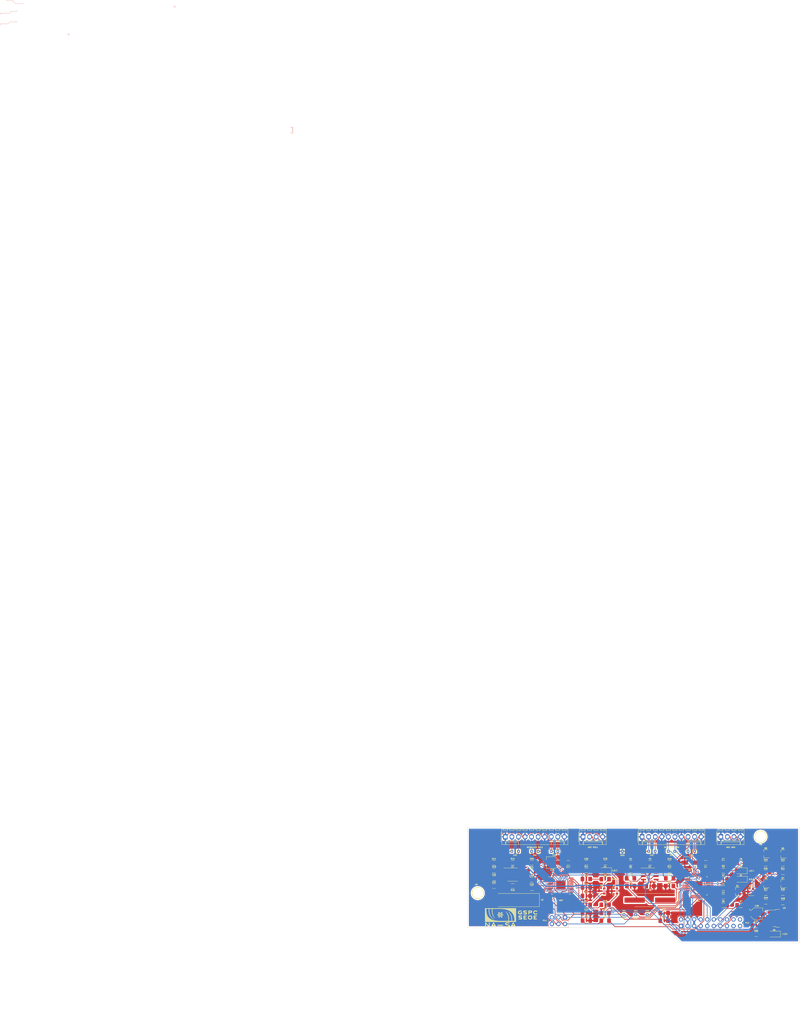
<source format=kicad_pcb>
(kicad_pcb (version 20171130) (host pcbnew 5.1.6-c6e7f7d~86~ubuntu16.04.1)
  (layers (0 F.Cu mixed) (31 B.Cu mixed) (34 B.Paste user) (35 F.Paste user) (36 B.SilkS user) (37 F.SilkS user) (38 B.Mask user) (39 F.Mask user) (44 Edge.Cuts user))
  (net 0 "")
  (net 1 +3V3)
  (net 2 GND)
  (net 3 /GPIO/GPIO2)
  (net 4 +5V)
  (net 5 "Net-(AD1-Pad7)")
  (net 6 "Net-(AD1-Pad8)")
  (net 7 /GPIO/GPIO1)
  (net 8 "/RDC ARM/MISO")
  (net 9 "/RDC ARM/MOSI")
  (net 10 /GPIO/SPI_SCK)
  (net 11 /GPIO/GPIO0)
  (net 12 "Net-(AD1-Pad34)")
  (net 13 "Net-(AD1-Pad35)")
  (net 14 "/RDC ARM/EXC")
  (net 15 "/RDC ARM/~EXC")
  (net 16 "/RDC ARM/SIN")
  (net 17 "/RDC ARM/SINLO")
  (net 18 "/RDC ARM/COSLO")
  (net 19 "/RDC ARM/COS")
  (net 20 "Net-(AD1-Pad46)")
  (net 21 "Net-(AD2-Pad46)")
  (net 22 "/RDC POLE/COS")
  (net 23 "/RDC POLE/COSLO")
  (net 24 "/RDC POLE/SINLO")
  (net 25 "/RDC POLE/SIN")
  (net 26 "/RDC POLE/~EXC")
  (net 27 "/RDC POLE/EXC")
  (net 28 "Net-(AD2-Pad35)")
  (net 29 "Net-(AD2-Pad34)")
  (net 30 "Net-(AD2-Pad8)")
  (net 31 "Net-(AD2-Pad7)")
  (net 32 /GPIO/GPIO3)
  (net 33 +12V)
  (net 34 "Net-(D1-Pad1)")
  (net 35 "Net-(D1-Pad2)")
  (net 36 "Net-(D2-Pad2)")
  (net 37 "Net-(D2-Pad1)")
  (net 38 "Net-(D3-Pad1)")
  (net 39 "Net-(D3-Pad2)")
  (net 40 "Net-(D4-Pad2)")
  (net 41 "Net-(D4-Pad1)")
  (net 42 +24V)
  (net 43 "Net-(Q1-Pad1)")
  (net 44 "Net-(Q2-Pad1)")
  (net 45 "Net-(Q3-Pad1)")
  (net 46 "Net-(Q4-Pad1)")
  (net 47 "Net-(C3-Pad1)")
  (net 48 "Net-(C3-Pad2)")
  (net 49 "Net-(C11-Pad2)")
  (net 50 "Net-(C11-Pad1)")
  (net 51 "Net-(C16-Pad1)")
  (net 52 "Net-(C16-Pad2)")
  (net 53 "Net-(C23-Pad1)")
  (net 54 "Net-(C23-Pad2)")
  (net 55 "Net-(R4-Pad1)")
  (net 56 "Net-(R15-Pad1)")
  (net 57 "Net-(AD1-Pad3)")
  (net 58 "Net-(AD1-Pad14)")
  (net 59 "Net-(AD1-Pad15)")
  (net 60 "Net-(AD1-Pad16)")
  (net 61 "Net-(AD1-Pad17)")
  (net 62 "Net-(AD1-Pad20)")
  (net 63 "Net-(AD1-Pad21)")
  (net 64 "Net-(AD1-Pad22)")
  (net 65 "Net-(AD1-Pad23)")
  (net 66 "Net-(AD1-Pad24)")
  (net 67 "Net-(AD1-Pad25)")
  (net 68 "Net-(AD1-Pad26)")
  (net 69 "Net-(AD1-Pad27)")
  (net 70 "Net-(AD1-Pad28)")
  (net 71 "Net-(AD1-Pad29)")
  (net 72 "Net-(AD1-Pad30)")
  (net 73 "Net-(AD1-Pad31)")
  (net 74 "Net-(AD1-Pad32)")
  (net 75 "Net-(AD1-Pad47)")
  (net 76 "Net-(AD2-Pad3)")
  (net 77 "Net-(AD2-Pad14)")
  (net 78 "Net-(AD2-Pad15)")
  (net 79 "Net-(AD2-Pad16)")
  (net 80 "Net-(AD2-Pad17)")
  (net 81 "Net-(AD2-Pad20)")
  (net 82 "Net-(AD2-Pad21)")
  (net 83 "Net-(AD2-Pad22)")
  (net 84 "Net-(AD2-Pad23)")
  (net 85 "Net-(AD2-Pad24)")
  (net 86 "Net-(AD2-Pad25)")
  (net 87 "Net-(AD2-Pad26)")
  (net 88 "Net-(AD2-Pad27)")
  (net 89 "Net-(AD2-Pad28)")
  (net 90 "Net-(AD2-Pad29)")
  (net 91 "Net-(AD2-Pad30)")
  (net 92 "Net-(AD2-Pad31)")
  (net 93 "Net-(AD2-Pad32)")
  (net 94 "Net-(AD2-Pad47)")
  (net 95 /GPIO/GPIO4)
  (net 96 /GPIO/GPIO5)
  (net 97 /GPIO/GPIO6)
  (net 98 /GPIO/GPIO7)
  (net 99 /GPIO/GPIO8)
  (net 100 /GPIO/GPIO9)
  (net 101 /GPIO/GPIO10)
  (net 102 /GPIO/GPIO11)
  (net 103 /GPIO/GPIO12)
  (net 104 /GPIO/GPIO13)
  (net 105 /GPIO/SPI_CS)
  (net 106 "Net-(Q5-Pad1)")
  (net 107 "Net-(Q6-Pad1)")
  (net 108 "Net-(Q7-Pad1)")
  (net 109 "Net-(Q8-Pad1)")
  (net 110 "Net-(D5-Pad2)")
  (net 111 "Net-(J3-Pad3)")
  (net 112 "Net-(J3-Pad2)")
  (net 113 "Net-(J4-Pad3)")
  (net 114 "Net-(J4-Pad2)")
  (module SM13:logo_nasa (layer F.Cu) (at 165.176 131.465001)
    (fp_text reference LOGO hide)
    (fp_text value "" (at 0 0) (layer F.SilkS) (effects (font (size 1.27 1.27))))
  )
  (module Connector_Molex:Molex_KK-254_AE-6410-04A_1x04_P2.54mm_Vertical (layer F.Cu) (at 203.116 103.865)
    (fp_text reference J4 hide)
    (fp_text value "MOT POLE" (at 3.81 4.08 180) (layer F.SilkS) (effects (font (size 0.52 0.52) (thickness 0.12))))
    (pad 4 thru_hole oval (at 7.62 0) (size 1.74 2.19) (drill 1.19) (layers *.Cu *.Mask) (net 2 GND))
    (pad 3 thru_hole oval (at 5.08 0) (size 1.74 2.19) (drill 1.19) (layers *.Cu *.Mask) (net 113 "Net-(J4-Pad3)"))
    (pad 2 thru_hole oval (at 2.54 0) (size 1.74 2.19) (drill 1.19) (layers *.Cu *.Mask) (net 114 "Net-(J4-Pad2)"))
    (pad 1 thru_hole roundrect (at 0 0) (size 1.74 2.19) (drill 1.19) (layers *.Cu *.Mask) (roundrect_rratio 0.143678) (net 2 GND))
  )
  (module Connector_Molex:Molex_KK-254_AE-6410-04A_1x04_P2.54mm_Vertical (layer F.Cu) (at 256.456 103.865)
    (fp_text reference J3 hide)
    (fp_text value "MOT ARM" (at 3.81 4.08 180) (layer F.SilkS) (effects (font (size 0.52 0.52) (thickness 0.12))))
    (pad 4 thru_hole oval (at 7.62 0) (size 1.74 2.19) (drill 1.19) (layers *.Cu *.Mask) (net 2 GND))
    (pad 3 thru_hole oval (at 5.08 0) (size 1.74 2.19) (drill 1.19) (layers *.Cu *.Mask) (net 111 "Net-(J3-Pad3)"))
    (pad 2 thru_hole oval (at 2.54 0) (size 1.74 2.19) (drill 1.19) (layers *.Cu *.Mask) (net 112 "Net-(J3-Pad2)"))
    (pad 1 thru_hole roundrect (at 0 0) (size 1.74 2.19) (drill 1.19) (layers *.Cu *.Mask) (roundrect_rratio 0.143678) (net 2 GND))
  )
  (module TestPoint:TestPoint_THTPad_1.0x1.0mm_Drill0.5mm (layer F.Cu) (at 218.356 109.453)
    (fp_text reference TP16 hide)
    (fp_text value GND (at 0 1.55) (layer F.SilkS) (effects (font (size 0.52 0.52) (thickness 0.12))))
    (pad 1 thru_hole rect (at 0 0) (size 1 1) (drill 0.5) (layers *.Cu *.Mask) (net 2 GND))
  )
  (module TestPoint:TestPoint_THTPad_1.0x1.0mm_Drill0.5mm (layer F.Cu) (at 178.116 109.453)
    (fp_text reference TP15 hide)
    (fp_text value TestPoint)
    (pad 1 thru_hole rect (at 0 0) (size 1 1) (drill 0.5) (layers *.Cu *.Mask) (net 53 "Net-(C23-Pad1)"))
  )
  (module TestPoint:TestPoint_THTPad_1.0x1.0mm_Drill0.5mm (layer F.Cu) (at 175.576 109.453)
    (fp_text reference TP14 hide)
    (fp_text value TestPoint)
    (pad 1 thru_hole rect (at 0 0) (size 1 1) (drill 0.5) (layers *.Cu *.Mask) (net 51 "Net-(C16-Pad1)"))
  )
  (module TestPoint:TestPoint_THTPad_1.0x1.0mm_Drill0.5mm (layer F.Cu) (at 183.196 109.453)
    (fp_text reference TP13 hide)
    (fp_text value TestPoint)
    (pad 1 thru_hole rect (at 0 0) (size 1 1) (drill 0.5) (layers *.Cu *.Mask) (net 25 "/RDC POLE/SIN"))
  )
  (module TestPoint:TestPoint_THTPad_1.0x1.0mm_Drill0.5mm (layer F.Cu) (at 185.736 109.508)
    (fp_text reference TP12 hide)
    (fp_text value TestPoint)
    (pad 1 thru_hole rect (at 0 0) (size 1 1) (drill 0.5) (layers *.Cu *.Mask) (net 24 "/RDC POLE/SINLO"))
  )
  (module TestPoint:TestPoint_THTPad_1.0x1.0mm_Drill0.5mm (layer F.Cu) (at 193.356 109.508)
    (fp_text reference TP11 hide)
    (fp_text value TestPoint)
    (pad 1 thru_hole rect (at 0 0) (size 1 1) (drill 0.5) (layers *.Cu *.Mask) (net 23 "/RDC POLE/COSLO"))
  )
  (module TestPoint:TestPoint_THTPad_1.0x1.0mm_Drill0.5mm (layer F.Cu) (at 190.816 109.508)
    (fp_text reference TP10 hide)
    (fp_text value TestPoint)
    (pad 1 thru_hole rect (at 0 0) (size 1 1) (drill 0.5) (layers *.Cu *.Mask) (net 22 "/RDC POLE/COS"))
  )
  (module TestPoint:TestPoint_THTPad_1.0x1.0mm_Drill0.5mm (layer F.Cu) (at 231.056 109.453)
    (fp_text reference TP9 hide)
    (fp_text value TestPoint)
    (pad 1 thru_hole rect (at 0 0) (size 1 1) (drill 0.5) (layers *.Cu *.Mask) (net 50 "Net-(C11-Pad1)"))
  )
  (module TestPoint:TestPoint_THTPad_1.0x1.0mm_Drill0.5mm (layer F.Cu) (at 228.516 109.453)
    (fp_text reference TP8 hide)
    (fp_text value TestPoint)
    (pad 1 thru_hole rect (at 0 0) (size 1 1) (drill 0.5) (layers *.Cu *.Mask) (net 47 "Net-(C3-Pad1)"))
  )
  (module TestPoint:TestPoint_THTPad_1.0x1.0mm_Drill0.5mm (layer F.Cu) (at 236.136 109.453)
    (fp_text reference TP7 hide)
    (fp_text value TestPoint)
    (pad 1 thru_hole rect (at 0 0) (size 1 1) (drill 0.5) (layers *.Cu *.Mask) (net 16 "/RDC ARM/SIN"))
  )
  (module TestPoint:TestPoint_THTPad_1.0x1.0mm_Drill0.5mm (layer F.Cu) (at 238.676 109.453)
    (fp_text reference TP6 hide)
    (fp_text value TestPoint)
    (pad 1 thru_hole rect (at 0 0) (size 1 1) (drill 0.5) (layers *.Cu *.Mask) (net 17 "/RDC ARM/SINLO"))
  )
  (module TestPoint:TestPoint_THTPad_1.0x1.0mm_Drill0.5mm (layer F.Cu) (at 246.296 109.453)
    (fp_text reference TP5 hide)
    (fp_text value TestPoint)
    (pad 1 thru_hole rect (at 0 0) (size 1 1) (drill 0.5) (layers *.Cu *.Mask) (net 18 "/RDC ARM/COSLO"))
  )
  (module TestPoint:TestPoint_THTPad_1.0x1.0mm_Drill0.5mm (layer F.Cu) (at 243.756 109.453)
    (fp_text reference TP4 hide)
    (fp_text value TestPoint)
    (pad 1 thru_hole rect (at 0 0) (size 1 1) (drill 0.5) (layers *.Cu *.Mask) (net 19 "/RDC ARM/COS"))
  )
  (module Resistor_SMD:R_1206_3216Metric_Pad1.42x1.75mm_HandSolder (layer F.Cu) (at 270.158 141.524)
    (fp_text reference R30 (at 0 -1.336999) (layer F.SilkS) (effects (font (size 0.52 0.52) (thickness 0.12))))
    (fp_text value 560)
    (pad 2 smd roundrect (at 1.4875 0) (size 1.425 1.75) (layers F.Cu F.Paste F.Mask) (roundrect_rratio 0.175439) (net 110 "Net-(D5-Pad2)"))
    (pad 1 smd roundrect (at -1.4875 0) (size 1.425 1.75) (layers F.Cu F.Paste F.Mask) (roundrect_rratio 0.175439) (net 33 +12V))
  )
  (module Connector_Molex:Molex_KK-254_AE-6410-10A_1x10_P2.54mm_Vertical (layer F.Cu) (at 173.036 103.865)
    (fp_text reference J2 hide)
    (fp_text value "RESOLVER POLE" (at 11.43 4.08 180) (layer F.SilkS) (effects (font (size 0.52 0.52) (thickness 0.12))))
    (pad 10 thru_hole oval (at 22.86 0) (size 1.74 2.19) (drill 1.19) (layers *.Cu *.Mask) (net 2 GND))
    (pad 9 thru_hole oval (at 20.32 0) (size 1.74 2.19) (drill 1.19) (layers *.Cu *.Mask) (net 23 "/RDC POLE/COSLO"))
    (pad 8 thru_hole oval (at 17.78 0) (size 1.74 2.19) (drill 1.19) (layers *.Cu *.Mask) (net 22 "/RDC POLE/COS"))
    (pad 7 thru_hole oval (at 15.24 0) (size 1.74 2.19) (drill 1.19) (layers *.Cu *.Mask) (net 2 GND))
    (pad 6 thru_hole oval (at 12.7 0) (size 1.74 2.19) (drill 1.19) (layers *.Cu *.Mask) (net 24 "/RDC POLE/SINLO"))
    (pad 5 thru_hole oval (at 10.16 0) (size 1.74 2.19) (drill 1.19) (layers *.Cu *.Mask) (net 25 "/RDC POLE/SIN"))
    (pad 4 thru_hole oval (at 7.62 0) (size 1.74 2.19) (drill 1.19) (layers *.Cu *.Mask) (net 2 GND))
    (pad 3 thru_hole oval (at 5.08 0) (size 1.74 2.19) (drill 1.19) (layers *.Cu *.Mask) (net 53 "Net-(C23-Pad1)"))
    (pad 2 thru_hole oval (at 2.54 0) (size 1.74 2.19) (drill 1.19) (layers *.Cu *.Mask) (net 51 "Net-(C16-Pad1)"))
    (pad 1 thru_hole roundrect (at 0 0) (size 1.74 2.19) (drill 1.19) (layers *.Cu *.Mask) (roundrect_rratio 0.143678) (net 2 GND))
  )
  (module Connector_Molex:Molex_KK-254_AE-6410-10A_1x10_P2.54mm_Vertical (layer F.Cu) (at 225.976 103.865)
    (fp_text reference J1 hide)
    (fp_text value "RESOLVER ARM" (at 11.43 4.08 180) (layer F.SilkS) (effects (font (size 0.52 0.52) (thickness 0.12))))
    (pad 10 thru_hole oval (at 22.86 0) (size 1.74 2.19) (drill 1.19) (layers *.Cu *.Mask) (net 2 GND))
    (pad 9 thru_hole oval (at 20.32 0) (size 1.74 2.19) (drill 1.19) (layers *.Cu *.Mask) (net 18 "/RDC ARM/COSLO"))
    (pad 8 thru_hole oval (at 17.78 0) (size 1.74 2.19) (drill 1.19) (layers *.Cu *.Mask) (net 19 "/RDC ARM/COS"))
    (pad 7 thru_hole oval (at 15.24 0) (size 1.74 2.19) (drill 1.19) (layers *.Cu *.Mask) (net 2 GND))
    (pad 6 thru_hole oval (at 12.7 0) (size 1.74 2.19) (drill 1.19) (layers *.Cu *.Mask) (net 17 "/RDC ARM/SINLO"))
    (pad 5 thru_hole oval (at 10.16 0) (size 1.74 2.19) (drill 1.19) (layers *.Cu *.Mask) (net 16 "/RDC ARM/SIN"))
    (pad 4 thru_hole oval (at 7.62 0) (size 1.74 2.19) (drill 1.19) (layers *.Cu *.Mask) (net 2 GND))
    (pad 3 thru_hole oval (at 5.08 0) (size 1.74 2.19) (drill 1.19) (layers *.Cu *.Mask) (net 50 "Net-(C11-Pad1)"))
    (pad 2 thru_hole oval (at 2.54 0) (size 1.74 2.19) (drill 1.19) (layers *.Cu *.Mask) (net 47 "Net-(C3-Pad1)"))
    (pad 1 thru_hole roundrect (at 0 0) (size 1.74 2.19) (drill 1.19) (layers *.Cu *.Mask) (roundrect_rratio 0.143678) (net 2 GND))
  )
  (module LED_SMD:LED_1206_3216Metric_Pad1.42x1.75mm_HandSolder (layer F.Cu) (at 277.078 141.478 180)
    (fp_text reference D5 (at 0 1.544999) (layer F.SilkS) (effects (font (size 0.52 0.52) (thickness 0.12))))
    (fp_text value LED)
    (pad 2 smd roundrect (at 1.4875 0 180) (size 1.425 1.75) (layers F.Cu F.Paste F.Mask) (roundrect_rratio 0.175439) (net 110 "Net-(D5-Pad2)"))
    (pad 1 smd roundrect (at -1.4875 0 180) (size 1.425 1.75) (layers F.Cu F.Paste F.Mask) (roundrect_rratio 0.175439) (net 2 GND))
  )
  (module Resistor_SMD:R_1206_3216Metric_Pad1.42x1.75mm_HandSolder (layer F.Cu) (at 273.84 129.016 180)
    (fp_text reference R29 (at -0.03 1.53) (layer F.SilkS) (effects (font (size 0.52 0.52) (thickness 0.12))))
    (fp_text value 10K)
    (pad 2 smd roundrect (at 1.4875 0 180) (size 1.425 1.75) (layers F.Cu F.Paste F.Mask) (roundrect_rratio 0.175439) (net 98 /GPIO/GPIO7))
    (pad 1 smd roundrect (at -1.4875 0 180) (size 1.425 1.75) (layers F.Cu F.Paste F.Mask) (roundrect_rratio 0.175439) (net 109 "Net-(Q8-Pad1)"))
  )
  (module Resistor_SMD:R_1206_3216Metric_Pad1.42x1.75mm_HandSolder (layer F.Cu) (at 280.452 129.27 180)
    (fp_text reference R28 (at -0.03 1.53) (layer F.SilkS) (effects (font (size 0.52 0.52) (thickness 0.12))))
    (fp_text value 10K)
    (pad 2 smd roundrect (at 1.4875 0 180) (size 1.425 1.75) (layers F.Cu F.Paste F.Mask) (roundrect_rratio 0.175439) (net 97 /GPIO/GPIO6))
    (pad 1 smd roundrect (at -1.4875 0 180) (size 1.425 1.75) (layers F.Cu F.Paste F.Mask) (roundrect_rratio 0.175439) (net 108 "Net-(Q7-Pad1)"))
  )
  (module Resistor_SMD:R_1206_3216Metric_Pad1.42x1.75mm_HandSolder (layer F.Cu) (at 273.84 125.626 180)
    (fp_text reference R27 (at 0 1.47) (layer F.SilkS) (effects (font (size 0.52 0.52) (thickness 0.12))))
    (fp_text value 1K)
    (pad 2 smd roundrect (at 1.4875 0 180) (size 1.425 1.75) (layers F.Cu F.Paste F.Mask) (roundrect_rratio 0.175439) (net 114 "Net-(J4-Pad2)"))
    (pad 1 smd roundrect (at -1.4875 0 180) (size 1.425 1.75) (layers F.Cu F.Paste F.Mask) (roundrect_rratio 0.175439) (net 4 +5V))
  )
  (module Resistor_SMD:R_1206_3216Metric_Pad1.42x1.75mm_HandSolder (layer F.Cu) (at 280.452 125.626 180)
    (fp_text reference R26 (at 0 1.47) (layer F.SilkS) (effects (font (size 0.52 0.52) (thickness 0.12))))
    (fp_text value 1K)
    (pad 2 smd roundrect (at 1.4875 0 180) (size 1.425 1.75) (layers F.Cu F.Paste F.Mask) (roundrect_rratio 0.175439) (net 113 "Net-(J4-Pad3)"))
    (pad 1 smd roundrect (at -1.4875 0 180) (size 1.425 1.75) (layers F.Cu F.Paste F.Mask) (roundrect_rratio 0.175439) (net 4 +5V))
  )
  (module Resistor_SMD:R_1206_3216Metric_Pad1.42x1.75mm_HandSolder (layer F.Cu) (at 273.84 117.588 180)
    (fp_text reference R25 (at 0.02 1.45) (layer F.SilkS) (effects (font (size 0.52 0.52) (thickness 0.12))))
    (fp_text value 10K)
    (pad 2 smd roundrect (at 1.4875 0 180) (size 1.425 1.75) (layers F.Cu F.Paste F.Mask) (roundrect_rratio 0.175439) (net 96 /GPIO/GPIO5))
    (pad 1 smd roundrect (at -1.4875 0 180) (size 1.425 1.75) (layers F.Cu F.Paste F.Mask) (roundrect_rratio 0.175439) (net 107 "Net-(Q6-Pad1)"))
  )
  (module Resistor_SMD:R_1206_3216Metric_Pad1.42x1.75mm_HandSolder (layer F.Cu) (at 280.452 117.552 180)
    (fp_text reference R24 (at 0.02 1.45) (layer F.SilkS) (effects (font (size 0.52 0.52) (thickness 0.12))))
    (fp_text value 10K)
    (pad 2 smd roundrect (at 1.4875 0 180) (size 1.425 1.75) (layers F.Cu F.Paste F.Mask) (roundrect_rratio 0.175439) (net 95 /GPIO/GPIO4))
    (pad 1 smd roundrect (at -1.4875 0 180) (size 1.425 1.75) (layers F.Cu F.Paste F.Mask) (roundrect_rratio 0.175439) (net 106 "Net-(Q5-Pad1)"))
  )
  (module Resistor_SMD:R_1206_3216Metric_Pad1.42x1.75mm_HandSolder (layer F.Cu) (at 273.84 114.286 180)
    (fp_text reference R23 (at 0 1.51) (layer F.SilkS) (effects (font (size 0.52 0.52) (thickness 0.12))))
    (fp_text value 1K)
    (pad 2 smd roundrect (at 1.4875 0 180) (size 1.425 1.75) (layers F.Cu F.Paste F.Mask) (roundrect_rratio 0.175439) (net 112 "Net-(J3-Pad2)"))
    (pad 1 smd roundrect (at -1.4875 0 180) (size 1.425 1.75) (layers F.Cu F.Paste F.Mask) (roundrect_rratio 0.175439) (net 4 +5V))
  )
  (module Resistor_SMD:R_1206_3216Metric_Pad1.42x1.75mm_HandSolder (layer F.Cu) (at 280.452 114.286 180)
    (fp_text reference R22 (at 0 1.51) (layer F.SilkS) (effects (font (size 0.52 0.52) (thickness 0.12))))
    (fp_text value 1K)
    (pad 2 smd roundrect (at 1.4875 0 180) (size 1.425 1.75) (layers F.Cu F.Paste F.Mask) (roundrect_rratio 0.175439) (net 111 "Net-(J3-Pad3)"))
    (pad 1 smd roundrect (at -1.4875 0 180) (size 1.425 1.75) (layers F.Cu F.Paste F.Mask) (roundrect_rratio 0.175439) (net 4 +5V))
  )
  (module Package_TO_SOT_SMD:SOT-23 (layer F.Cu) (at 273.84 122 180)
    (fp_text reference Q8 (at -0.02 2.2) (layer F.SilkS) (effects (font (size 0.52 0.52) (thickness 0.12))))
    (fp_text value BC817)
    (pad 3 smd rect (at 1 0 180) (size 0.9 0.8) (layers F.Cu F.Paste F.Mask) (net 114 "Net-(J4-Pad2)"))
    (pad 2 smd rect (at -1 0.95 180) (size 0.9 0.8) (layers F.Cu F.Paste F.Mask) (net 2 GND))
    (pad 1 smd rect (at -1 -0.95 180) (size 0.9 0.8) (layers F.Cu F.Paste F.Mask) (net 109 "Net-(Q8-Pad1)"))
  )
  (module Package_TO_SOT_SMD:SOT-23 (layer F.Cu) (at 280.452 122 180)
    (fp_text reference Q7 (at -0.02 2.2) (layer F.SilkS) (effects (font (size 0.52 0.52) (thickness 0.12))))
    (fp_text value BC817)
    (pad 3 smd rect (at 1 0 180) (size 0.9 0.8) (layers F.Cu F.Paste F.Mask) (net 113 "Net-(J4-Pad3)"))
    (pad 2 smd rect (at -1 0.95 180) (size 0.9 0.8) (layers F.Cu F.Paste F.Mask) (net 2 GND))
    (pad 1 smd rect (at -1 -0.95 180) (size 0.9 0.8) (layers F.Cu F.Paste F.Mask) (net 108 "Net-(Q7-Pad1)"))
  )
  (module Package_TO_SOT_SMD:SOT-23 (layer F.Cu) (at 273.84 110.41 180)
    (fp_text reference Q6 (at -0.02 2.14) (layer F.SilkS) (effects (font (size 0.52 0.52) (thickness 0.12))))
    (fp_text value BC817)
    (pad 3 smd rect (at 1 0 180) (size 0.9 0.8) (layers F.Cu F.Paste F.Mask) (net 112 "Net-(J3-Pad2)"))
    (pad 2 smd rect (at -1 0.95 180) (size 0.9 0.8) (layers F.Cu F.Paste F.Mask) (net 2 GND))
    (pad 1 smd rect (at -1 -0.95 180) (size 0.9 0.8) (layers F.Cu F.Paste F.Mask) (net 107 "Net-(Q6-Pad1)"))
  )
  (module Package_TO_SOT_SMD:SOT-23 (layer F.Cu) (at 280.452 110.476 180)
    (fp_text reference Q5 (at -0.02 2.14) (layer F.SilkS) (effects (font (size 0.52 0.52) (thickness 0.12))))
    (fp_text value BC817)
    (pad 3 smd rect (at 1 0 180) (size 0.9 0.8) (layers F.Cu F.Paste F.Mask) (net 111 "Net-(J3-Pad3)"))
    (pad 2 smd rect (at -1 0.95 180) (size 0.9 0.8) (layers F.Cu F.Paste F.Mask) (net 2 GND))
    (pad 1 smd rect (at -1 -0.95 180) (size 0.9 0.8) (layers F.Cu F.Paste F.Mask) (net 106 "Net-(Q5-Pad1)"))
  )
  (module TestPoint:TestPoint_THTPad_1.0x1.0mm_Drill0.5mm (layer F.Cu) (at 227.94 133.995)
    (fp_text reference TP3 (at 0 -1.448) (layer F.SilkS) (effects (font (size 0.52 0.52) (thickness 0.12))))
    (fp_text value TP_MISO)
    (pad 1 thru_hole rect (at 0 0) (size 1 1) (drill 0.5) (layers *.Cu *.Mask) (net 8 "/RDC ARM/MISO"))
  )
  (module TestPoint:TestPoint_THTPad_1.0x1.0mm_Drill0.5mm (layer F.Cu) (at 223.455 133.995)
    (fp_text reference TP2 (at 0 -1.448) (layer F.SilkS) (effects (font (size 0.52 0.52) (thickness 0.12))))
    (fp_text value TP_MOSI)
    (pad 1 thru_hole rect (at 0 0) (size 1 1) (drill 0.5) (layers *.Cu *.Mask) (net 9 "/RDC ARM/MOSI"))
  )
  (module TestPoint:TestPoint_THTPad_1.0x1.0mm_Drill0.5mm (layer F.Cu) (at 218.97 133.995)
    (fp_text reference TP1 (at 0 -1.448) (layer F.SilkS) (effects (font (size 0.52 0.52) (thickness 0.12))))
    (fp_text value TP_SCK)
    (pad 1 thru_hole rect (at 0 0) (size 1 1) (drill 0.5) (layers *.Cu *.Mask) (net 10 /GPIO/SPI_SCK))
  )
  (module Capacitor_SMD:C_1206_3216Metric_Pad1.42x1.75mm_HandSolder (layer F.Cu) (at 211.73 113.8)
    (fp_text reference C19 (at 0 -1.47) (layer F.SilkS) (effects (font (size 0.52 0.52) (thickness 0.12))))
    (fp_text value 10n)
    (pad 2 smd roundrect (at 1.4875 0) (size 1.425 1.75) (layers F.Cu F.Paste F.Mask) (roundrect_rratio 0.175439) (net 4 +5V))
    (pad 1 smd roundrect (at -1.4875 0) (size 1.425 1.75) (layers F.Cu F.Paste F.Mask) (roundrect_rratio 0.175439) (net 2 GND))
  )
  (module Capacitor_SMD:C_1206_3216Metric_Pad1.42x1.75mm_HandSolder (layer F.Cu) (at 204.376 113.828)
    (fp_text reference C20 (at 0 -1.45) (layer F.SilkS) (effects (font (size 0.52 0.52) (thickness 0.12))))
    (fp_text value 4,7µ)
    (pad 2 smd roundrect (at 1.4875 0) (size 1.425 1.75) (layers F.Cu F.Paste F.Mask) (roundrect_rratio 0.175439) (net 2 GND))
    (pad 1 smd roundrect (at -1.4875 0) (size 1.425 1.75) (layers F.Cu F.Paste F.Mask) (roundrect_rratio 0.175439) (net 4 +5V))
  )
  (module Resistor_SMD:R_1206_3216Metric_Pad1.42x1.75mm_HandSolder (layer F.Cu) (at 204.386 130.155 180)
    (fp_text reference R17 (at 0 1.48) (layer F.SilkS) (effects (font (size 0.52 0.52) (thickness 0.12))))
    (fp_text value 1K)
    (pad 1 smd roundrect (at -1.4875 0 180) (size 1.425 1.75) (layers F.Cu F.Paste F.Mask) (roundrect_rratio 0.175439) (net 45 "Net-(Q3-Pad1)"))
    (pad 2 smd roundrect (at 1.4875 0 180) (size 1.425 1.75) (layers F.Cu F.Paste F.Mask) (roundrect_rratio 0.175439) (net 28 "Net-(AD2-Pad35)"))
  )
  (module Resistor_SMD:R_1206_3216Metric_Pad1.42x1.75mm_HandSolder (layer F.Cu) (at 211.686 136.318)
    (fp_text reference R8 (at 0.014 -1.468) (layer F.SilkS) (effects (font (size 0.52 0.52) (thickness 0.12))))
    (fp_text value 10K)
    (pad 1 smd roundrect (at -1.4875 0) (size 1.425 1.75) (layers F.Cu F.Paste F.Mask) (roundrect_rratio 0.175439) (net 1 +3V3))
    (pad 2 smd roundrect (at 1.4875 0) (size 1.425 1.75) (layers F.Cu F.Paste F.Mask) (roundrect_rratio 0.175439) (net 11 /GPIO/GPIO0))
  )
  (module Package_TO_SOT_SMD:TO-252-3_TabPin2 (layer F.Cu) (at 280.178 135.382)
    (fp_text reference U3 (at 0.82 -3.992) (layer F.SilkS) (effects (font (size 0.52 0.52) (thickness 0.12))))
    (fp_text value L7812)
    (pad 2 smd rect (at 2.1 0) (size 6.4 5.8) (layers F.Cu F.Mask) (net 2 GND))
    (pad 3 smd rect (at -4.2 2.28) (size 2.2 1.2) (layers F.Cu F.Paste F.Mask) (net 33 +12V))
    (pad 2 smd rect (at -4.2 0) (size 2.2 1.2) (layers F.Cu F.Paste F.Mask) (net 2 GND))
    (pad 1 smd rect (at -4.2 -2.28) (size 2.2 1.2) (layers F.Cu F.Paste F.Mask) (net 42 +24V))
  )
  (module Resistor_SMD:R_1206_3216Metric_Pad1.42x1.75mm_HandSolder (layer F.Cu) (at 257.405 117.005)
    (fp_text reference R3 (at 0 -1.6) (layer F.SilkS) (effects (font (size 0.52 0.52) (thickness 0.12))))
    (fp_text value 120)
    (pad 1 smd roundrect (at -1.4875 0) (size 1.425 1.75) (layers F.Cu F.Paste F.Mask) (roundrect_rratio 0.175439) (net 4 +5V))
    (pad 2 smd roundrect (at 1.4875 0) (size 1.425 1.75) (layers F.Cu F.Paste F.Mask) (roundrect_rratio 0.175439) (net 36 "Net-(D2-Pad2)"))
  )
  (module Capacitor_SMD:C_1206_3216Metric_Pad1.42x1.75mm_HandSolder (layer F.Cu) (at 257.405 123.68)
    (fp_text reference C1 (at 0 -1.6) (layer F.SilkS) (effects (font (size 0.52 0.52) (thickness 0.12))))
    (fp_text value 4,7µ)
    (pad 1 smd roundrect (at -1.4875 0) (size 1.425 1.75) (layers F.Cu F.Paste F.Mask) (roundrect_rratio 0.175439) (net 4 +5V))
    (pad 2 smd roundrect (at 1.4875 0) (size 1.425 1.75) (layers F.Cu F.Paste F.Mask) (roundrect_rratio 0.175439) (net 2 GND))
  )
  (module Resistor_SMD:R_1206_3216Metric_Pad1.42x1.75mm_HandSolder (layer F.Cu) (at 264.252 130.355 180)
    (fp_text reference R7 (at 0 1.56) (layer F.SilkS) (effects (font (size 0.52 0.52) (thickness 0.12))))
    (fp_text value 1K)
    (pad 2 smd roundrect (at 1.4875 0 180) (size 1.425 1.75) (layers F.Cu F.Paste F.Mask) (roundrect_rratio 0.175439) (net 12 "Net-(AD1-Pad34)"))
    (pad 1 smd roundrect (at -1.4875 0 180) (size 1.425 1.75) (layers F.Cu F.Paste F.Mask) (roundrect_rratio 0.175439) (net 44 "Net-(Q2-Pad1)"))
  )
  (module Package_QFP:LQFP-48-1EP_7x7mm_P0.5mm_EP3.6x3.6mm (layer F.Cu) (at 247.588 122.815)
    (fp_text reference AD1 (at 0.02 5.91) (layer F.SilkS) (effects (font (size 0.52 0.52) (thickness 0.12))))
    (fp_text value AD2S1210)
    (pad 1 smd roundrect (at -4.1625 -2.75) (size 1.475 0.3) (layers F.Cu F.Paste F.Mask) (net 1 +3V3))
    (pad 2 smd roundrect (at -4.1625 -2.25) (size 1.475 0.3) (layers F.Cu F.Paste F.Mask) (net 2 GND))
    (pad 3 smd roundrect (at -4.1625 -1.75) (size 1.475 0.3) (layers F.Cu F.Paste F.Mask) (net 57 "Net-(AD1-Pad3)"))
    (pad 4 smd roundrect (at -4.1625 -1.25) (size 1.475 0.3) (layers F.Cu F.Paste F.Mask) (net 3 /GPIO/GPIO2))
    (pad 5 smd roundrect (at -4.1625 -0.75) (size 1.475 0.3) (layers F.Cu F.Paste F.Mask) (net 2 GND))
    (pad 6 smd roundrect (at -4.1625 -0.25) (size 1.475 0.3) (layers F.Cu F.Paste F.Mask) (net 4 +5V))
    (pad 7 smd roundrect (at -4.1625 0.25) (size 1.475 0.3) (layers F.Cu F.Paste F.Mask) (net 5 "Net-(AD1-Pad7)"))
    (pad 8 smd roundrect (at -4.1625 0.75) (size 1.475 0.3) (layers F.Cu F.Paste F.Mask) (net 6 "Net-(AD1-Pad8)"))
    (pad 9 smd roundrect (at -4.1625 1.25) (size 1.475 0.3) (layers F.Cu F.Paste F.Mask) (net 2 GND))
    (pad 10 smd roundrect (at -4.1625 1.75) (size 1.475 0.3) (layers F.Cu F.Paste F.Mask) (net 7 /GPIO/GPIO1))
    (pad 11 smd roundrect (at -4.1625 2.25) (size 1.475 0.3) (layers F.Cu F.Paste F.Mask) (net 8 "/RDC ARM/MISO"))
    (pad 12 smd roundrect (at -4.1625 2.75) (size 1.475 0.3) (layers F.Cu F.Paste F.Mask) (net 9 "/RDC ARM/MOSI"))
    (pad 13 smd roundrect (at -2.75 4.1625) (size 0.3 1.475) (layers F.Cu F.Paste F.Mask) (net 10 /GPIO/SPI_SCK))
    (pad 14 smd roundrect (at -2.25 4.1625) (size 0.3 1.475) (layers F.Cu F.Paste F.Mask) (net 58 "Net-(AD1-Pad14)"))
    (pad 15 smd roundrect (at -1.75 4.1625) (size 0.3 1.475) (layers F.Cu F.Paste F.Mask) (net 59 "Net-(AD1-Pad15)"))
    (pad 16 smd roundrect (at -1.25 4.1625) (size 0.3 1.475) (layers F.Cu F.Paste F.Mask) (net 60 "Net-(AD1-Pad16)"))
    (pad 17 smd roundrect (at -0.75 4.1625) (size 0.3 1.475) (layers F.Cu F.Paste F.Mask) (net 61 "Net-(AD1-Pad17)"))
    (pad 18 smd roundrect (at -0.25 4.1625) (size 0.3 1.475) (layers F.Cu F.Paste F.Mask) (net 1 +3V3))
    (pad 19 smd roundrect (at 0.25 4.1625) (size 0.3 1.475) (layers F.Cu F.Paste F.Mask) (net 2 GND))
    (pad 20 smd roundrect (at 0.75 4.1625) (size 0.3 1.475) (layers F.Cu F.Paste F.Mask) (net 62 "Net-(AD1-Pad20)"))
    (pad 21 smd roundrect (at 1.25 4.1625) (size 0.3 1.475) (layers F.Cu F.Paste F.Mask) (net 63 "Net-(AD1-Pad21)"))
    (pad 22 smd roundrect (at 1.75 4.1625) (size 0.3 1.475) (layers F.Cu F.Paste F.Mask) (net 64 "Net-(AD1-Pad22)"))
    (pad 23 smd roundrect (at 2.25 4.1625) (size 0.3 1.475) (layers F.Cu F.Paste F.Mask) (net 65 "Net-(AD1-Pad23)"))
    (pad 24 smd roundrect (at 2.75 4.1625) (size 0.3 1.475) (layers F.Cu F.Paste F.Mask) (net 66 "Net-(AD1-Pad24)"))
    (pad 25 smd roundrect (at 4.1625 2.75) (size 1.475 0.3) (layers F.Cu F.Paste F.Mask) (net 67 "Net-(AD1-Pad25)"))
    (pad 26 smd roundrect (at 4.1625 2.25) (size 1.475 0.3) (layers F.Cu F.Paste F.Mask) (net 68 "Net-(AD1-Pad26)"))
    (pad 27 smd roundrect (at 4.1625 1.75) (size 1.475 0.3) (layers F.Cu F.Paste F.Mask) (net 69 "Net-(AD1-Pad27)"))
    (pad 28 smd roundrect (at 4.1625 1.25) (size 1.475 0.3) (layers F.Cu F.Paste F.Mask) (net 70 "Net-(AD1-Pad28)"))
    (pad 29 smd roundrect (at 4.1625 0.75) (size 1.475 0.3) (layers F.Cu F.Paste F.Mask) (net 71 "Net-(AD1-Pad29)"))
    (pad 30 smd roundrect (at 4.1625 0.25) (size 1.475 0.3) (layers F.Cu F.Paste F.Mask) (net 72 "Net-(AD1-Pad30)"))
    (pad 31 smd roundrect (at 4.1625 -0.25) (size 1.475 0.3) (layers F.Cu F.Paste F.Mask) (net 73 "Net-(AD1-Pad31)"))
    (pad 32 smd roundrect (at 4.1625 -0.75) (size 1.475 0.3) (layers F.Cu F.Paste F.Mask) (net 74 "Net-(AD1-Pad32)"))
    (pad 33 smd roundrect (at 4.1625 -1.25) (size 1.475 0.3) (layers F.Cu F.Paste F.Mask) (net 11 /GPIO/GPIO0))
    (pad 34 smd roundrect (at 4.1625 -1.75) (size 1.475 0.3) (layers F.Cu F.Paste F.Mask) (net 12 "Net-(AD1-Pad34)"))
    (pad 35 smd roundrect (at 4.1625 -2.25) (size 1.475 0.3) (layers F.Cu F.Paste F.Mask) (net 13 "Net-(AD1-Pad35)"))
    (pad 36 smd roundrect (at 4.1625 -2.75) (size 1.475 0.3) (layers F.Cu F.Paste F.Mask) (net 1 +3V3))
    (pad 37 smd roundrect (at 2.75 -4.1625) (size 0.3 1.475) (layers F.Cu F.Paste F.Mask) (net 1 +3V3))
    (pad 38 smd roundrect (at 2.25 -4.1625) (size 0.3 1.475) (layers F.Cu F.Paste F.Mask) (net 14 "/RDC ARM/EXC"))
    (pad 39 smd roundrect (at 1.75 -4.1625) (size 0.3 1.475) (layers F.Cu F.Paste F.Mask) (net 15 "/RDC ARM/~EXC"))
    (pad 40 smd roundrect (at 1.25 -4.1625) (size 0.3 1.475) (layers F.Cu F.Paste F.Mask) (net 2 GND))
    (pad 41 smd roundrect (at 0.75 -4.1625) (size 0.3 1.475) (layers F.Cu F.Paste F.Mask) (net 16 "/RDC ARM/SIN"))
    (pad 42 smd roundrect (at 0.25 -4.1625) (size 0.3 1.475) (layers F.Cu F.Paste F.Mask) (net 17 "/RDC ARM/SINLO"))
    (pad 43 smd roundrect (at -0.25 -4.1625) (size 0.3 1.475) (layers F.Cu F.Paste F.Mask) (net 4 +5V))
    (pad 44 smd roundrect (at -0.75 -4.1625) (size 0.3 1.475) (layers F.Cu F.Paste F.Mask) (net 18 "/RDC ARM/COSLO"))
    (pad 45 smd roundrect (at -1.25 -4.1625) (size 0.3 1.475) (layers F.Cu F.Paste F.Mask) (net 19 "/RDC ARM/COS"))
    (pad 46 smd roundrect (at -1.75 -4.1625) (size 0.3 1.475) (layers F.Cu F.Paste F.Mask) (net 20 "Net-(AD1-Pad46)"))
    (pad 47 smd roundrect (at -2.25 -4.1625) (size 0.3 1.475) (layers F.Cu F.Paste F.Mask) (net 75 "Net-(AD1-Pad47)"))
    (pad 48 smd roundrect (at -2.75 -4.1625) (size 0.3 1.475) (layers F.Cu F.Paste F.Mask) (net 1 +3V3))
    (pad 49 smd rect (at 0 0) (size 3.6 3.6) (layers F.Cu F.Mask))
  )
  (module Package_QFP:LQFP-48-1EP_7x7mm_P0.5mm_EP3.6x3.6mm (layer F.Cu) (at 194.543 122.54)
    (fp_text reference AD2 (at 0.02 5.91) (layer F.SilkS) (effects (font (size 0.52 0.52) (thickness 0.12))))
    (fp_text value AD2S1210)
    (pad 1 smd roundrect (at -4.1625 -2.75) (size 1.475 0.3) (layers F.Cu F.Paste F.Mask) (net 1 +3V3))
    (pad 2 smd roundrect (at -4.1625 -2.25) (size 1.475 0.3) (layers F.Cu F.Paste F.Mask) (net 2 GND))
    (pad 3 smd roundrect (at -4.1625 -1.75) (size 1.475 0.3) (layers F.Cu F.Paste F.Mask) (net 76 "Net-(AD2-Pad3)"))
    (pad 4 smd roundrect (at -4.1625 -1.25) (size 1.475 0.3) (layers F.Cu F.Paste F.Mask) (net 32 /GPIO/GPIO3))
    (pad 5 smd roundrect (at -4.1625 -0.75) (size 1.475 0.3) (layers F.Cu F.Paste F.Mask) (net 2 GND))
    (pad 6 smd roundrect (at -4.1625 -0.25) (size 1.475 0.3) (layers F.Cu F.Paste F.Mask) (net 4 +5V))
    (pad 7 smd roundrect (at -4.1625 0.25) (size 1.475 0.3) (layers F.Cu F.Paste F.Mask) (net 31 "Net-(AD2-Pad7)"))
    (pad 8 smd roundrect (at -4.1625 0.75) (size 1.475 0.3) (layers F.Cu F.Paste F.Mask) (net 30 "Net-(AD2-Pad8)"))
    (pad 9 smd roundrect (at -4.1625 1.25) (size 1.475 0.3) (layers F.Cu F.Paste F.Mask) (net 2 GND))
    (pad 10 smd roundrect (at -4.1625 1.75) (size 1.475 0.3) (layers F.Cu F.Paste F.Mask) (net 7 /GPIO/GPIO1))
    (pad 11 smd roundrect (at -4.1625 2.25) (size 1.475 0.3) (layers F.Cu F.Paste F.Mask) (net 8 "/RDC ARM/MISO"))
    (pad 12 smd roundrect (at -4.1625 2.75) (size 1.475 0.3) (layers F.Cu F.Paste F.Mask) (net 9 "/RDC ARM/MOSI"))
    (pad 13 smd roundrect (at -2.75 4.1625) (size 0.3 1.475) (layers F.Cu F.Paste F.Mask) (net 10 /GPIO/SPI_SCK))
    (pad 14 smd roundrect (at -2.25 4.1625) (size 0.3 1.475) (layers F.Cu F.Paste F.Mask) (net 77 "Net-(AD2-Pad14)"))
    (pad 15 smd roundrect (at -1.75 4.1625) (size 0.3 1.475) (layers F.Cu F.Paste F.Mask) (net 78 "Net-(AD2-Pad15)"))
    (pad 16 smd roundrect (at -1.25 4.1625) (size 0.3 1.475) (layers F.Cu F.Paste F.Mask) (net 79 "Net-(AD2-Pad16)"))
    (pad 17 smd roundrect (at -0.75 4.1625) (size 0.3 1.475) (layers F.Cu F.Paste F.Mask) (net 80 "Net-(AD2-Pad17)"))
    (pad 18 smd roundrect (at -0.25 4.1625) (size 0.3 1.475) (layers F.Cu F.Paste F.Mask) (net 1 +3V3))
    (pad 19 smd roundrect (at 0.25 4.1625) (size 0.3 1.475) (layers F.Cu F.Paste F.Mask) (net 2 GND))
    (pad 20 smd roundrect (at 0.75 4.1625) (size 0.3 1.475) (layers F.Cu F.Paste F.Mask) (net 81 "Net-(AD2-Pad20)"))
    (pad 21 smd roundrect (at 1.25 4.1625) (size 0.3 1.475) (layers F.Cu F.Paste F.Mask) (net 82 "Net-(AD2-Pad21)"))
    (pad 22 smd roundrect (at 1.75 4.1625) (size 0.3 1.475) (layers F.Cu F.Paste F.Mask) (net 83 "Net-(AD2-Pad22)"))
    (pad 23 smd roundrect (at 2.25 4.1625) (size 0.3 1.475) (layers F.Cu F.Paste F.Mask) (net 84 "Net-(AD2-Pad23)"))
    (pad 24 smd roundrect (at 2.75 4.1625) (size 0.3 1.475) (layers F.Cu F.Paste F.Mask) (net 85 "Net-(AD2-Pad24)"))
    (pad 25 smd roundrect (at 4.1625 2.75) (size 1.475 0.3) (layers F.Cu F.Paste F.Mask) (net 86 "Net-(AD2-Pad25)"))
    (pad 26 smd roundrect (at 4.1625 2.25) (size 1.475 0.3) (layers F.Cu F.Paste F.Mask) (net 87 "Net-(AD2-Pad26)"))
    (pad 27 smd roundrect (at 4.1625 1.75) (size 1.475 0.3) (layers F.Cu F.Paste F.Mask) (net 88 "Net-(AD2-Pad27)"))
    (pad 28 smd roundrect (at 4.1625 1.25) (size 1.475 0.3) (layers F.Cu F.Paste F.Mask) (net 89 "Net-(AD2-Pad28)"))
    (pad 29 smd roundrect (at 4.1625 0.75) (size 1.475 0.3) (layers F.Cu F.Paste F.Mask) (net 90 "Net-(AD2-Pad29)"))
    (pad 30 smd roundrect (at 4.1625 0.25) (size 1.475 0.3) (layers F.Cu F.Paste F.Mask) (net 91 "Net-(AD2-Pad30)"))
    (pad 31 smd roundrect (at 4.1625 -0.25) (size 1.475 0.3) (layers F.Cu F.Paste F.Mask) (net 92 "Net-(AD2-Pad31)"))
    (pad 32 smd roundrect (at 4.1625 -0.75) (size 1.475 0.3) (layers F.Cu F.Paste F.Mask) (net 93 "Net-(AD2-Pad32)"))
    (pad 33 smd roundrect (at 4.1625 -1.25) (size 1.475 0.3) (layers F.Cu F.Paste F.Mask) (net 11 /GPIO/GPIO0))
    (pad 34 smd roundrect (at 4.1625 -1.75) (size 1.475 0.3) (layers F.Cu F.Paste F.Mask) (net 29 "Net-(AD2-Pad34)"))
    (pad 35 smd roundrect (at 4.1625 -2.25) (size 1.475 0.3) (layers F.Cu F.Paste F.Mask) (net 28 "Net-(AD2-Pad35)"))
    (pad 36 smd roundrect (at 4.1625 -2.75) (size 1.475 0.3) (layers F.Cu F.Paste F.Mask) (net 1 +3V3))
    (pad 37 smd roundrect (at 2.75 -4.1625) (size 0.3 1.475) (layers F.Cu F.Paste F.Mask) (net 1 +3V3))
    (pad 38 smd roundrect (at 2.25 -4.1625) (size 0.3 1.475) (layers F.Cu F.Paste F.Mask) (net 27 "/RDC POLE/EXC"))
    (pad 39 smd roundrect (at 1.75 -4.1625) (size 0.3 1.475) (layers F.Cu F.Paste F.Mask) (net 26 "/RDC POLE/~EXC"))
    (pad 40 smd roundrect (at 1.25 -4.1625) (size 0.3 1.475) (layers F.Cu F.Paste F.Mask) (net 2 GND))
    (pad 41 smd roundrect (at 0.75 -4.1625) (size 0.3 1.475) (layers F.Cu F.Paste F.Mask) (net 25 "/RDC POLE/SIN"))
    (pad 42 smd roundrect (at 0.25 -4.1625) (size 0.3 1.475) (layers F.Cu F.Paste F.Mask) (net 24 "/RDC POLE/SINLO"))
    (pad 43 smd roundrect (at -0.25 -4.1625) (size 0.3 1.475) (layers F.Cu F.Paste F.Mask) (net 4 +5V))
    (pad 44 smd roundrect (at -0.75 -4.1625) (size 0.3 1.475) (layers F.Cu F.Paste F.Mask) (net 23 "/RDC POLE/COSLO"))
    (pad 45 smd roundrect (at -1.25 -4.1625) (size 0.3 1.475) (layers F.Cu F.Paste F.Mask) (net 22 "/RDC POLE/COS"))
    (pad 46 smd roundrect (at -1.75 -4.1625) (size 0.3 1.475) (layers F.Cu F.Paste F.Mask) (net 21 "Net-(AD2-Pad46)"))
    (pad 47 smd roundrect (at -2.25 -4.1625) (size 0.3 1.475) (layers F.Cu F.Paste F.Mask) (net 94 "Net-(AD2-Pad47)"))
    (pad 48 smd roundrect (at -2.75 -4.1625) (size 0.3 1.475) (layers F.Cu F.Paste F.Mask) (net 1 +3V3))
    (pad 49 smd rect (at 0 0) (size 3.6 3.6) (layers F.Cu F.Mask))
  )
  (module Capacitor_SMD:CP_Elec_4x5.4 (layer F.Cu) (at 270.404 133.604)
    (fp_text reference C26 (at 0 -3.02) (layer F.SilkS) (effects (font (size 0.52 0.52) (thickness 0.12))))
    (fp_text value 10µ)
    (pad 1 smd roundrect (at -1.8 0) (size 2.6 1.6) (layers F.Cu F.Paste F.Mask) (roundrect_rratio 0.15625) (net 33 +12V))
    (pad 2 smd roundrect (at 1.8 0) (size 2.6 1.6) (layers F.Cu F.Paste F.Mask) (roundrect_rratio 0.15625) (net 2 GND))
  )
  (module Capacitor_SMD:C_1206_3216Metric_Pad1.42x1.75mm_HandSolder (layer F.Cu) (at 270.158 138.195)
    (fp_text reference C27 (at 0 -1.64) (layer F.SilkS) (effects (font (size 0.52 0.52) (thickness 0.12))))
    (fp_text value 0,1µ)
    (pad 2 smd roundrect (at 1.4875 0) (size 1.425 1.75) (layers F.Cu F.Paste F.Mask) (roundrect_rratio 0.175439) (net 2 GND))
    (pad 1 smd roundrect (at -1.4875 0) (size 1.425 1.75) (layers F.Cu F.Paste F.Mask) (roundrect_rratio 0.175439) (net 33 +12V))
  )
  (module Capacitor_SMD:C_1206_3216Metric_Pad1.42x1.75mm_HandSolder (layer F.Cu) (at 250.588 113.905 180)
    (fp_text reference C4 (at 0.04 -1.63) (layer F.SilkS) (effects (font (size 0.52 0.52) (thickness 0.12))))
    (fp_text value 10n)
    (pad 1 smd roundrect (at -1.4875 0 180) (size 1.425 1.75) (layers F.Cu F.Paste F.Mask) (roundrect_rratio 0.175439) (net 20 "Net-(AD1-Pad46)"))
    (pad 2 smd roundrect (at 1.4875 0 180) (size 1.425 1.75) (layers F.Cu F.Paste F.Mask) (roundrect_rratio 0.175439) (net 2 GND))
  )
  (module Capacitor_SMD:C_1206_3216Metric_Pad1.42x1.75mm_HandSolder (layer F.Cu) (at 264.222 113.88)
    (fp_text reference C6 (at 0.01 -1.48) (layer F.SilkS) (effects (font (size 0.52 0.52) (thickness 0.12))))
    (fp_text value 10n)
    (pad 1 smd roundrect (at -1.4875 0) (size 1.425 1.75) (layers F.Cu F.Paste F.Mask) (roundrect_rratio 0.175439) (net 2 GND))
    (pad 2 smd roundrect (at 1.4875 0) (size 1.425 1.75) (layers F.Cu F.Paste F.Mask) (roundrect_rratio 0.175439) (net 4 +5V))
  )
  (module Capacitor_SMD:C_1206_3216Metric_Pad1.42x1.75mm_HandSolder (layer F.Cu) (at 236.576 122.905 180)
    (fp_text reference C9 (at 0 1.44) (layer F.SilkS) (effects (font (size 0.52 0.52) (thickness 0.12))))
    (fp_text value 20p)
    (pad 1 smd roundrect (at -1.4875 0 180) (size 1.425 1.75) (layers F.Cu F.Paste F.Mask) (roundrect_rratio 0.175439) (net 5 "Net-(AD1-Pad7)"))
    (pad 2 smd roundrect (at 1.4875 0 180) (size 1.425 1.75) (layers F.Cu F.Paste F.Mask) (roundrect_rratio 0.175439) (net 2 GND))
  )
  (module Capacitor_SMD:CP_Elec_4x5.4 (layer F.Cu) (at 244.288 113.835 180)
    (fp_text reference C5 (at 0.05 -2.85) (layer F.SilkS) (effects (font (size 0.52 0.52) (thickness 0.12))))
    (fp_text value 10µ)
    (pad 1 smd roundrect (at -1.8 0 180) (size 2.6 1.6) (layers F.Cu F.Paste F.Mask) (roundrect_rratio 0.15625) (net 20 "Net-(AD1-Pad46)"))
    (pad 2 smd roundrect (at 1.8 0 180) (size 2.6 1.6) (layers F.Cu F.Paste F.Mask) (roundrect_rratio 0.15625) (net 2 GND))
  )
  (module Capacitor_SMD:C_1206_3216Metric_Pad1.42x1.75mm_HandSolder (layer F.Cu) (at 257.383 113.928)
    (fp_text reference C7 (at 0 -1.47) (layer F.SilkS) (effects (font (size 0.52 0.52) (thickness 0.12))))
    (fp_text value 4,7µ)
    (pad 1 smd roundrect (at -1.4875 0) (size 1.425 1.75) (layers F.Cu F.Paste F.Mask) (roundrect_rratio 0.175439) (net 4 +5V))
    (pad 2 smd roundrect (at 1.4875 0) (size 1.425 1.75) (layers F.Cu F.Paste F.Mask) (roundrect_rratio 0.175439) (net 2 GND))
  )
  (module Capacitor_SMD:C_1206_3216Metric_Pad1.42x1.75mm_HandSolder (layer F.Cu) (at 221.576 122.905)
    (fp_text reference C10 (at 0 -1.44 180) (layer F.SilkS) (effects (font (size 0.52 0.52) (thickness 0.12))))
    (fp_text value 20p)
    (pad 2 smd roundrect (at 1.4875 0) (size 1.425 1.75) (layers F.Cu F.Paste F.Mask) (roundrect_rratio 0.175439) (net 2 GND))
    (pad 1 smd roundrect (at -1.4875 0) (size 1.425 1.75) (layers F.Cu F.Paste F.Mask) (roundrect_rratio 0.175439) (net 6 "Net-(AD1-Pad8)"))
  )
  (module Capacitor_SMD:C_1206_3216Metric_Pad1.42x1.75mm_HandSolder (layer F.Cu) (at 234.518 133.315)
    (fp_text reference C12 (at -0.01 -1.49) (layer F.SilkS) (effects (font (size 0.52 0.52) (thickness 0.12))))
    (fp_text value 10n)
    (pad 2 smd roundrect (at 1.4875 0) (size 1.425 1.75) (layers F.Cu F.Paste F.Mask) (roundrect_rratio 0.175439) (net 2 GND))
    (pad 1 smd roundrect (at -1.4875 0) (size 1.425 1.75) (layers F.Cu F.Paste F.Mask) (roundrect_rratio 0.175439) (net 1 +3V3))
  )
  (module Capacitor_SMD:C_1206_3216Metric_Pad1.42x1.75mm_HandSolder (layer F.Cu) (at 234.518 136.318)
    (fp_text reference C13 (at 0 -1.47) (layer F.SilkS) (effects (font (size 0.52 0.52) (thickness 0.12))))
    (fp_text value 4,7µ)
    (pad 2 smd roundrect (at 1.4875 0) (size 1.425 1.75) (layers F.Cu F.Paste F.Mask) (roundrect_rratio 0.175439) (net 2 GND))
    (pad 1 smd roundrect (at -1.4875 0) (size 1.425 1.75) (layers F.Cu F.Paste F.Mask) (roundrect_rratio 0.175439) (net 1 +3V3))
  )
  (module Capacitor_SMD:C_1206_3216Metric_Pad1.42x1.75mm_HandSolder (layer F.Cu) (at 257.405 127.018)
    (fp_text reference C2 (at 0 -1.6) (layer F.SilkS) (effects (font (size 0.52 0.52) (thickness 0.12))))
    (fp_text value 10n)
    (pad 2 smd roundrect (at 1.4875 0) (size 1.425 1.75) (layers F.Cu F.Paste F.Mask) (roundrect_rratio 0.175439) (net 2 GND))
    (pad 1 smd roundrect (at -1.4875 0) (size 1.425 1.75) (layers F.Cu F.Paste F.Mask) (roundrect_rratio 0.175439) (net 4 +5V))
  )
  (module Capacitor_SMD:C_1206_3216Metric_Pad1.42x1.75mm_HandSolder (layer F.Cu) (at 211.686 133.315 180)
    (fp_text reference C8 (at 0.006 1.445) (layer F.SilkS) (effects (font (size 0.52 0.52) (thickness 0.12))))
    (fp_text value 100n)
    (pad 2 smd roundrect (at 1.4875 0 180) (size 1.425 1.75) (layers F.Cu F.Paste F.Mask) (roundrect_rratio 0.175439) (net 2 GND))
    (pad 1 smd roundrect (at -1.4875 0 180) (size 1.425 1.75) (layers F.Cu F.Paste F.Mask) (roundrect_rratio 0.175439) (net 11 /GPIO/GPIO0))
  )
  (module Capacitor_SMD:C_1206_3216Metric_Pad1.42x1.75mm_HandSolder (layer F.Cu) (at 221.576 116.905 180)
    (fp_text reference C3 (at 0.006 -1.655) (layer F.SilkS) (effects (font (size 0.52 0.52) (thickness 0.12))))
    (fp_text value 120p)
    (pad 1 smd roundrect (at -1.4875 0 180) (size 1.425 1.75) (layers F.Cu F.Paste F.Mask) (roundrect_rratio 0.175439) (net 47 "Net-(C3-Pad1)"))
    (pad 2 smd roundrect (at 1.4875 0 180) (size 1.425 1.75) (layers F.Cu F.Paste F.Mask) (roundrect_rratio 0.175439) (net 48 "Net-(C3-Pad2)"))
  )
  (module Capacitor_SMD:C_1206_3216Metric_Pad1.42x1.75mm_HandSolder (layer F.Cu) (at 236.65 119.905)
    (fp_text reference C11 (at 0 -1.51) (layer F.SilkS) (effects (font (size 0.52 0.52) (thickness 0.12))))
    (fp_text value 120p)
    (pad 2 smd roundrect (at 1.4875 0) (size 1.425 1.75) (layers F.Cu F.Paste F.Mask) (roundrect_rratio 0.175439) (net 49 "Net-(C11-Pad2)"))
    (pad 1 smd roundrect (at -1.4875 0) (size 1.425 1.75) (layers F.Cu F.Paste F.Mask) (roundrect_rratio 0.175439) (net 50 "Net-(C11-Pad1)"))
  )
  (module Capacitor_SMD:C_1206_3216Metric_Pad1.42x1.75mm_HandSolder (layer F.Cu) (at 197.41 113.905 180)
    (fp_text reference C17 (at -0.01 -1.62) (layer F.SilkS) (effects (font (size 0.52 0.52) (thickness 0.12))))
    (fp_text value 10n)
    (pad 1 smd roundrect (at -1.4875 0 180) (size 1.425 1.75) (layers F.Cu F.Paste F.Mask) (roundrect_rratio 0.175439) (net 21 "Net-(AD2-Pad46)"))
    (pad 2 smd roundrect (at 1.4875 0 180) (size 1.425 1.75) (layers F.Cu F.Paste F.Mask) (roundrect_rratio 0.175439) (net 2 GND))
  )
  (module Capacitor_SMD:C_1206_3216Metric_Pad1.42x1.75mm_HandSolder (layer F.Cu) (at 183.136 120.465 180)
    (fp_text reference C21 (at 0.016 1.485) (layer F.SilkS) (effects (font (size 0.52 0.52) (thickness 0.12))))
    (fp_text value 20p)
    (pad 1 smd roundrect (at -1.4875 0 180) (size 1.425 1.75) (layers F.Cu F.Paste F.Mask) (roundrect_rratio 0.175439) (net 31 "Net-(AD2-Pad7)"))
    (pad 2 smd roundrect (at 1.4875 0 180) (size 1.425 1.75) (layers F.Cu F.Paste F.Mask) (roundrect_rratio 0.175439) (net 2 GND))
  )
  (module Capacitor_SMD:CP_Elec_4x5.4 (layer F.Cu) (at 191.198 113.835 180)
    (fp_text reference C18 (at 0 -2.84) (layer F.SilkS) (effects (font (size 0.52 0.52) (thickness 0.12))))
    (fp_text value 10µ)
    (pad 1 smd roundrect (at -1.8 0 180) (size 2.6 1.6) (layers F.Cu F.Paste F.Mask) (roundrect_rratio 0.15625) (net 21 "Net-(AD2-Pad46)"))
    (pad 2 smd roundrect (at 1.8 0 180) (size 2.6 1.6) (layers F.Cu F.Paste F.Mask) (roundrect_rratio 0.15625) (net 2 GND))
  )
  (module Capacitor_SMD:C_1206_3216Metric_Pad1.42x1.75mm_HandSolder (layer F.Cu) (at 168.636 122.905)
    (fp_text reference C22 (at -0.016 -1.475) (layer F.SilkS) (effects (font (size 0.52 0.52) (thickness 0.12))))
    (fp_text value 20p)
    (pad 2 smd roundrect (at 1.4875 0) (size 1.425 1.75) (layers F.Cu F.Paste F.Mask) (roundrect_rratio 0.175439) (net 2 GND))
    (pad 1 smd roundrect (at -1.4875 0) (size 1.425 1.75) (layers F.Cu F.Paste F.Mask) (roundrect_rratio 0.175439) (net 30 "Net-(AD2-Pad8)"))
  )
  (module Capacitor_SMD:C_1206_3216Metric_Pad1.42x1.75mm_HandSolder (layer F.Cu) (at 204.409 133.405)
    (fp_text reference C24 (at 0 -1.45) (layer F.SilkS) (effects (font (size 0.52 0.52) (thickness 0.12))))
    (fp_text value 10n)
    (pad 1 smd roundrect (at -1.4875 0) (size 1.425 1.75) (layers F.Cu F.Paste F.Mask) (roundrect_rratio 0.175439) (net 1 +3V3))
    (pad 2 smd roundrect (at 1.4875 0) (size 1.425 1.75) (layers F.Cu F.Paste F.Mask) (roundrect_rratio 0.175439) (net 2 GND))
  )
  (module Capacitor_SMD:C_1206_3216Metric_Pad1.42x1.75mm_HandSolder (layer F.Cu) (at 204.436 136.27)
    (fp_text reference C25 (at 0 -1.45) (layer F.SilkS) (effects (font (size 0.52 0.52) (thickness 0.12))))
    (fp_text value 4,7µ)
    (pad 1 smd roundrect (at -1.4875 0) (size 1.425 1.75) (layers F.Cu F.Paste F.Mask) (roundrect_rratio 0.175439) (net 1 +3V3))
    (pad 2 smd roundrect (at 1.4875 0) (size 1.425 1.75) (layers F.Cu F.Paste F.Mask) (roundrect_rratio 0.175439) (net 2 GND))
  )
  (module Capacitor_SMD:C_1206_3216Metric_Pad1.42x1.75mm_HandSolder (layer F.Cu) (at 204.386 123.465)
    (fp_text reference C14 (at -0.036 -1.495) (layer F.SilkS) (effects (font (size 0.52 0.52) (thickness 0.12))))
    (fp_text value 4,7µ)
    (pad 1 smd roundrect (at -1.4875 0) (size 1.425 1.75) (layers F.Cu F.Paste F.Mask) (roundrect_rratio 0.175439) (net 4 +5V))
    (pad 2 smd roundrect (at 1.4875 0) (size 1.425 1.75) (layers F.Cu F.Paste F.Mask) (roundrect_rratio 0.175439) (net 2 GND))
  )
  (module Capacitor_SMD:C_1206_3216Metric_Pad1.42x1.75mm_HandSolder (layer F.Cu) (at 204.386 126.745)
    (fp_text reference C15 (at 0 -1.52) (layer F.SilkS) (effects (font (size 0.52 0.52) (thickness 0.12))))
    (fp_text value 10n)
    (pad 2 smd roundrect (at 1.4875 0) (size 1.425 1.75) (layers F.Cu F.Paste F.Mask) (roundrect_rratio 0.175439) (net 2 GND))
    (pad 1 smd roundrect (at -1.4875 0) (size 1.425 1.75) (layers F.Cu F.Paste F.Mask) (roundrect_rratio 0.175439) (net 4 +5V))
  )
  (module Capacitor_SMD:C_1206_3216Metric_Pad1.42x1.75mm_HandSolder (layer F.Cu) (at 168.636 116.905 180)
    (fp_text reference C16 (at 0.016 -1.575) (layer F.SilkS) (effects (font (size 0.52 0.52) (thickness 0.12))))
    (fp_text value 120p)
    (pad 2 smd roundrect (at 1.4875 0 180) (size 1.425 1.75) (layers F.Cu F.Paste F.Mask) (roundrect_rratio 0.175439) (net 52 "Net-(C16-Pad2)"))
    (pad 1 smd roundrect (at -1.4875 0 180) (size 1.425 1.75) (layers F.Cu F.Paste F.Mask) (roundrect_rratio 0.175439) (net 51 "Net-(C16-Pad1)"))
  )
  (module Capacitor_SMD:C_1206_3216Metric_Pad1.42x1.75mm_HandSolder (layer F.Cu) (at 183.296 123.745)
    (fp_text reference C23 (at -0.04 -1.54) (layer F.SilkS) (effects (font (size 0.52 0.52) (thickness 0.12))))
    (fp_text value 120p)
    (pad 2 smd roundrect (at 1.4875 0) (size 1.425 1.75) (layers F.Cu F.Paste F.Mask) (roundrect_rratio 0.175439) (net 54 "Net-(C23-Pad2)"))
    (pad 1 smd roundrect (at -1.4875 0) (size 1.425 1.75) (layers F.Cu F.Paste F.Mask) (roundrect_rratio 0.175439) (net 53 "Net-(C23-Pad1)"))
  )
  (module LED_SMD:LED_1206_3216Metric_Pad1.42x1.75mm_HandSolder (layer F.Cu) (at 264.252 120.292 180)
    (fp_text reference D1 (at 0 1.56) (layer F.SilkS) (effects (font (size 0.52 0.52) (thickness 0.12))))
    (fp_text value LED)
    (pad 2 smd roundrect (at 1.4875 0 180) (size 1.425 1.75) (layers F.Cu F.Paste F.Mask) (roundrect_rratio 0.175439) (net 35 "Net-(D1-Pad2)"))
    (pad 1 smd roundrect (at -1.4875 0 180) (size 1.425 1.75) (layers F.Cu F.Paste F.Mask) (roundrect_rratio 0.175439) (net 34 "Net-(D1-Pad1)"))
  )
  (module LED_SMD:LED_1206_3216Metric_Pad1.42x1.75mm_HandSolder (layer F.Cu) (at 264.234 117.005 180)
    (fp_text reference D2 (at 0 1.56) (layer F.SilkS) (effects (font (size 0.52 0.52) (thickness 0.12))))
    (fp_text value LED)
    (pad 1 smd roundrect (at -1.4875 0 180) (size 1.425 1.75) (layers F.Cu F.Paste F.Mask) (roundrect_rratio 0.175439) (net 37 "Net-(D2-Pad1)"))
    (pad 2 smd roundrect (at 1.4875 0 180) (size 1.425 1.75) (layers F.Cu F.Paste F.Mask) (roundrect_rratio 0.175439) (net 36 "Net-(D2-Pad2)"))
  )
  (module LED_SMD:LED_1206_3216Metric_Pad1.42x1.75mm_HandSolder (layer F.Cu) (at 211.69 120.235 180)
    (fp_text reference D3 (at 0 1.54) (layer F.SilkS) (effects (font (size 0.52 0.52) (thickness 0.12))))
    (fp_text value LED)
    (pad 2 smd roundrect (at 1.4875 0 180) (size 1.425 1.75) (layers F.Cu F.Paste F.Mask) (roundrect_rratio 0.175439) (net 39 "Net-(D3-Pad2)"))
    (pad 1 smd roundrect (at -1.4875 0 180) (size 1.425 1.75) (layers F.Cu F.Paste F.Mask) (roundrect_rratio 0.175439) (net 38 "Net-(D3-Pad1)"))
  )
  (module LED_SMD:LED_1206_3216Metric_Pad1.42x1.75mm_HandSolder (layer F.Cu) (at 211.69 116.955 180)
    (fp_text reference D4 (at 0 1.54) (layer F.SilkS) (effects (font (size 0.52 0.52) (thickness 0.12))))
    (fp_text value LED)
    (pad 1 smd roundrect (at -1.4875 0 180) (size 1.425 1.75) (layers F.Cu F.Paste F.Mask) (roundrect_rratio 0.175439) (net 41 "Net-(D4-Pad1)"))
    (pad 2 smd roundrect (at 1.4875 0 180) (size 1.425 1.75) (layers F.Cu F.Paste F.Mask) (roundrect_rratio 0.175439) (net 40 "Net-(D4-Pad2)"))
  )
  (module Package_TO_SOT_SMD:SOT-23 (layer F.Cu) (at 262.902 125.035 180)
    (fp_text reference Q1 (at 0 2.19) (layer F.SilkS) (effects (font (size 0.52 0.52) (thickness 0.12))))
    (fp_text value BC807)
    (pad 3 smd rect (at 1 0 180) (size 0.9 0.8) (layers F.Cu F.Paste F.Mask) (net 2 GND))
    (pad 2 smd rect (at -1 0.95 180) (size 0.9 0.8) (layers F.Cu F.Paste F.Mask) (net 34 "Net-(D1-Pad1)"))
    (pad 1 smd rect (at -1 -0.95 180) (size 0.9 0.8) (layers F.Cu F.Paste F.Mask) (net 43 "Net-(Q1-Pad1)"))
  )
  (module Package_TO_SOT_SMD:SOT-23 (layer F.Cu) (at 267.92 125.035 180)
    (fp_text reference Q2 (at 0 2.19) (layer F.SilkS) (effects (font (size 0.52 0.52) (thickness 0.12))))
    (fp_text value BC807)
    (pad 1 smd rect (at -1 -0.95 180) (size 0.9 0.8) (layers F.Cu F.Paste F.Mask) (net 44 "Net-(Q2-Pad1)"))
    (pad 2 smd rect (at -1 0.95 180) (size 0.9 0.8) (layers F.Cu F.Paste F.Mask) (net 37 "Net-(D2-Pad1)"))
    (pad 3 smd rect (at 1 0 180) (size 0.9 0.8) (layers F.Cu F.Paste F.Mask) (net 2 GND))
  )
  (module Package_TO_SOT_SMD:SOT-23 (layer F.Cu) (at 210.34 124.835 180)
    (fp_text reference Q3 (at 0 2.2) (layer F.SilkS) (effects (font (size 0.52 0.52) (thickness 0.12))))
    (fp_text value BC807)
    (pad 3 smd rect (at 1 0 180) (size 0.9 0.8) (layers F.Cu F.Paste F.Mask) (net 2 GND))
    (pad 2 smd rect (at -1 0.95 180) (size 0.9 0.8) (layers F.Cu F.Paste F.Mask) (net 38 "Net-(D3-Pad1)"))
    (pad 1 smd rect (at -1 -0.95 180) (size 0.9 0.8) (layers F.Cu F.Paste F.Mask) (net 45 "Net-(Q3-Pad1)"))
  )
  (module Package_TO_SOT_SMD:SOT-23 (layer F.Cu) (at 215.25 124.835 180)
    (fp_text reference Q4 (at 0 2.2) (layer F.SilkS) (effects (font (size 0.52 0.52) (thickness 0.12))))
    (fp_text value BC807)
    (pad 1 smd rect (at -1 -0.95 180) (size 0.9 0.8) (layers F.Cu F.Paste F.Mask) (net 46 "Net-(Q4-Pad1)"))
    (pad 2 smd rect (at -1 0.95 180) (size 0.9 0.8) (layers F.Cu F.Paste F.Mask) (net 41 "Net-(D4-Pad1)"))
    (pad 3 smd rect (at 1 0 180) (size 0.9 0.8) (layers F.Cu F.Paste F.Mask) (net 2 GND))
  )
  (module Resistor_SMD:R_1206_3216Metric_Pad1.42x1.75mm_HandSolder (layer F.Cu) (at 257.405 130.355 180)
    (fp_text reference R6 (at 0 1.56) (layer F.SilkS) (effects (font (size 0.52 0.52) (thickness 0.12))))
    (fp_text value 1K)
    (pad 1 smd roundrect (at -1.4875 0 180) (size 1.425 1.75) (layers F.Cu F.Paste F.Mask) (roundrect_rratio 0.175439) (net 43 "Net-(Q1-Pad1)"))
    (pad 2 smd roundrect (at 1.4875 0 180) (size 1.425 1.75) (layers F.Cu F.Paste F.Mask) (roundrect_rratio 0.175439) (net 13 "Net-(AD1-Pad35)"))
  )
  (module Resistor_SMD:R_1206_3216Metric_Pad1.42x1.75mm_HandSolder (layer F.Cu) (at 257.405 120.342)
    (fp_text reference R2 (at 0 -1.6) (layer F.SilkS) (effects (font (size 0.52 0.52) (thickness 0.12))))
    (fp_text value 120)
    (pad 2 smd roundrect (at 1.4875 0) (size 1.425 1.75) (layers F.Cu F.Paste F.Mask) (roundrect_rratio 0.175439) (net 35 "Net-(D1-Pad2)"))
    (pad 1 smd roundrect (at -1.4875 0) (size 1.425 1.75) (layers F.Cu F.Paste F.Mask) (roundrect_rratio 0.175439) (net 4 +5V))
  )
  (module Resistor_SMD:R_1206_3216Metric_Pad1.42x1.75mm_HandSolder (layer F.Cu) (at 204.386 120.185)
    (fp_text reference R13 (at 0 -1.52) (layer F.SilkS) (effects (font (size 0.52 0.52) (thickness 0.12))))
    (fp_text value 120)
    (pad 2 smd roundrect (at 1.4875 0) (size 1.425 1.75) (layers F.Cu F.Paste F.Mask) (roundrect_rratio 0.175439) (net 39 "Net-(D3-Pad2)"))
    (pad 1 smd roundrect (at -1.4875 0) (size 1.425 1.75) (layers F.Cu F.Paste F.Mask) (roundrect_rratio 0.175439) (net 4 +5V))
  )
  (module Resistor_SMD:R_1206_3216Metric_Pad1.42x1.75mm_HandSolder (layer F.Cu) (at 229.076 113.905)
    (fp_text reference R4 (at 0 -1.51) (layer F.SilkS) (effects (font (size 0.52 0.52) (thickness 0.12))))
    (fp_text value 22K)
    (pad 2 smd roundrect (at 1.4875 0) (size 1.425 1.75) (layers F.Cu F.Paste F.Mask) (roundrect_rratio 0.175439) (net 33 +12V))
    (pad 1 smd roundrect (at -1.4875 0) (size 1.425 1.75) (layers F.Cu F.Paste F.Mask) (roundrect_rratio 0.175439) (net 55 "Net-(R4-Pad1)"))
  )
  (module Resistor_SMD:R_1206_3216Metric_Pad1.42x1.75mm_HandSolder (layer F.Cu) (at 229.076 122.905 180)
    (fp_text reference R5 (at -0.024 -1.585) (layer F.SilkS) (effects (font (size 0.52 0.52) (thickness 0.12))))
    (fp_text value 10K)
    (pad 1 smd roundrect (at -1.4875 0 180) (size 1.425 1.75) (layers F.Cu F.Paste F.Mask) (roundrect_rratio 0.175439) (net 2 GND))
    (pad 2 smd roundrect (at 1.4875 0 180) (size 1.425 1.75) (layers F.Cu F.Paste F.Mask) (roundrect_rratio 0.175439) (net 55 "Net-(R4-Pad1)"))
  )
  (module Resistor_SMD:R_1206_3216Metric_Pad1.42x1.75mm_HandSolder (layer F.Cu) (at 221.488 119.905 180)
    (fp_text reference R9 (at 0.008 4.455) (layer F.SilkS) (effects (font (size 0.52 0.52) (thickness 0.12))))
    (fp_text value 10K)
    (pad 2 smd roundrect (at 1.4875 0 180) (size 1.425 1.75) (layers F.Cu F.Paste F.Mask) (roundrect_rratio 0.175439) (net 48 "Net-(C3-Pad2)"))
    (pad 1 smd roundrect (at -1.4875 0 180) (size 1.425 1.75) (layers F.Cu F.Paste F.Mask) (roundrect_rratio 0.175439) (net 14 "/RDC ARM/EXC"))
  )
  (module Resistor_SMD:R_1206_3216Metric_Pad1.42x1.75mm_HandSolder (layer F.Cu) (at 236.576 113.905 180)
    (fp_text reference R10 (at 0 1.51) (layer F.SilkS) (effects (font (size 0.52 0.52) (thickness 0.12))))
    (fp_text value 10K)
    (pad 1 smd roundrect (at -1.4875 0 180) (size 1.425 1.75) (layers F.Cu F.Paste F.Mask) (roundrect_rratio 0.175439) (net 15 "/RDC ARM/~EXC"))
    (pad 2 smd roundrect (at 1.4875 0 180) (size 1.425 1.75) (layers F.Cu F.Paste F.Mask) (roundrect_rratio 0.175439) (net 49 "Net-(C11-Pad2)"))
  )
  (module Resistor_SMD:R_1206_3216Metric_Pad1.42x1.75mm_HandSolder (layer F.Cu) (at 221.576 113.905 180)
    (fp_text reference R1 (at 0.016 1.495) (layer F.SilkS) (effects (font (size 0.52 0.52) (thickness 0.12))))
    (fp_text value 12K)
    (pad 2 smd roundrect (at 1.4875 0 180) (size 1.425 1.75) (layers F.Cu F.Paste F.Mask) (roundrect_rratio 0.175439) (net 48 "Net-(C3-Pad2)"))
    (pad 1 smd roundrect (at -1.4875 0 180) (size 1.425 1.75) (layers F.Cu F.Paste F.Mask) (roundrect_rratio 0.175439) (net 47 "Net-(C3-Pad1)"))
  )
  (module Resistor_SMD:R_1206_3216Metric_Pad1.42x1.75mm_HandSolder (layer F.Cu) (at 236.576 116.905)
    (fp_text reference R11 (at 0 -1.51) (layer F.SilkS) (effects (font (size 0.52 0.52) (thickness 0.12))))
    (fp_text value 12K)
    (pad 2 smd roundrect (at 1.4875 0) (size 1.425 1.75) (layers F.Cu F.Paste F.Mask) (roundrect_rratio 0.175439) (net 49 "Net-(C11-Pad2)"))
    (pad 1 smd roundrect (at -1.4875 0) (size 1.425 1.75) (layers F.Cu F.Paste F.Mask) (roundrect_rratio 0.175439) (net 50 "Net-(C11-Pad1)"))
  )
  (module Resistor_SMD:R_1206_3216Metric_Pad1.42x1.75mm_HandSolder (layer F.Cu) (at 211.69 130.155 180)
    (fp_text reference R18 (at 0 1.48) (layer F.SilkS) (effects (font (size 0.52 0.52) (thickness 0.12))))
    (fp_text value 1K)
    (pad 1 smd roundrect (at -1.4875 0 180) (size 1.425 1.75) (layers F.Cu F.Paste F.Mask) (roundrect_rratio 0.175439) (net 46 "Net-(Q4-Pad1)"))
    (pad 2 smd roundrect (at 1.4875 0 180) (size 1.425 1.75) (layers F.Cu F.Paste F.Mask) (roundrect_rratio 0.175439) (net 29 "Net-(AD2-Pad34)"))
  )
  (module Resistor_SMD:R_1206_3216Metric_Pad1.42x1.75mm_HandSolder (layer F.Cu) (at 204.386 116.905)
    (fp_text reference R14 (at 0 -1.52) (layer F.SilkS) (effects (font (size 0.52 0.52) (thickness 0.12))))
    (fp_text value 120)
    (pad 1 smd roundrect (at -1.4875 0) (size 1.425 1.75) (layers F.Cu F.Paste F.Mask) (roundrect_rratio 0.175439) (net 4 +5V))
    (pad 2 smd roundrect (at 1.4875 0) (size 1.425 1.75) (layers F.Cu F.Paste F.Mask) (roundrect_rratio 0.175439) (net 40 "Net-(D4-Pad2)"))
  )
  (module Resistor_SMD:R_1206_3216Metric_Pad1.42x1.75mm_HandSolder (layer F.Cu) (at 175.886 113.905)
    (fp_text reference R15 (at -0.04 -1.54) (layer F.SilkS) (effects (font (size 0.52 0.52) (thickness 0.12))))
    (fp_text value 22K)
    (pad 2 smd roundrect (at 1.4875 0) (size 1.425 1.75) (layers F.Cu F.Paste F.Mask) (roundrect_rratio 0.175439) (net 33 +12V))
    (pad 1 smd roundrect (at -1.4875 0) (size 1.425 1.75) (layers F.Cu F.Paste F.Mask) (roundrect_rratio 0.175439) (net 56 "Net-(R15-Pad1)"))
  )
  (module Resistor_SMD:R_1206_3216Metric_Pad1.42x1.75mm_HandSolder (layer F.Cu) (at 175.886 122.905 180)
    (fp_text reference R16 (at 0.016 -1.595) (layer F.SilkS) (effects (font (size 0.52 0.52) (thickness 0.12))))
    (fp_text value 10K)
    (pad 1 smd roundrect (at -1.4875 0 180) (size 1.425 1.75) (layers F.Cu F.Paste F.Mask) (roundrect_rratio 0.175439) (net 2 GND))
    (pad 2 smd roundrect (at 1.4875 0 180) (size 1.425 1.75) (layers F.Cu F.Paste F.Mask) (roundrect_rratio 0.175439) (net 56 "Net-(R15-Pad1)"))
  )
  (module Resistor_SMD:R_1206_3216Metric_Pad1.42x1.75mm_HandSolder (layer F.Cu) (at 168.75 119.905 180)
    (fp_text reference R19 (at 0.04 4.475) (layer F.SilkS) (effects (font (size 0.52 0.52) (thickness 0.12))))
    (fp_text value 10K)
    (pad 1 smd roundrect (at -1.4875 0 180) (size 1.425 1.75) (layers F.Cu F.Paste F.Mask) (roundrect_rratio 0.175439) (net 27 "/RDC POLE/EXC"))
    (pad 2 smd roundrect (at 1.4875 0 180) (size 1.425 1.75) (layers F.Cu F.Paste F.Mask) (roundrect_rratio 0.175439) (net 52 "Net-(C16-Pad2)"))
  )
  (module Resistor_SMD:R_1206_3216Metric_Pad1.42x1.75mm_HandSolder (layer F.Cu) (at 183.296 113.905 180)
    (fp_text reference R20 (at 0.04 1.54) (layer F.SilkS) (effects (font (size 0.52 0.52) (thickness 0.12))))
    (fp_text value 10K)
    (pad 2 smd roundrect (at 1.4875 0 180) (size 1.425 1.75) (layers F.Cu F.Paste F.Mask) (roundrect_rratio 0.175439) (net 54 "Net-(C23-Pad2)"))
    (pad 1 smd roundrect (at -1.4875 0 180) (size 1.425 1.75) (layers F.Cu F.Paste F.Mask) (roundrect_rratio 0.175439) (net 26 "/RDC POLE/~EXC"))
  )
  (module Resistor_SMD:R_1206_3216Metric_Pad1.42x1.75mm_HandSolder (layer F.Cu) (at 168.636 113.905 180)
    (fp_text reference R12 (at 0.036 1.505) (layer F.SilkS) (effects (font (size 0.52 0.52) (thickness 0.12))))
    (fp_text value 12K)
    (pad 1 smd roundrect (at -1.4875 0 180) (size 1.425 1.75) (layers F.Cu F.Paste F.Mask) (roundrect_rratio 0.175439) (net 51 "Net-(C16-Pad1)"))
    (pad 2 smd roundrect (at 1.4875 0 180) (size 1.425 1.75) (layers F.Cu F.Paste F.Mask) (roundrect_rratio 0.175439) (net 52 "Net-(C16-Pad2)"))
  )
  (module Resistor_SMD:R_1206_3216Metric_Pad1.42x1.75mm_HandSolder (layer F.Cu) (at 183.296 117.185)
    (fp_text reference R21 (at -0.04 -1.54) (layer F.SilkS) (effects (font (size 0.52 0.52) (thickness 0.12))))
    (fp_text value 12K)
    (pad 1 smd roundrect (at -1.4875 0) (size 1.425 1.75) (layers F.Cu F.Paste F.Mask) (roundrect_rratio 0.175439) (net 53 "Net-(C23-Pad1)"))
    (pad 2 smd roundrect (at 1.4875 0) (size 1.425 1.75) (layers F.Cu F.Paste F.Mask) (roundrect_rratio 0.175439) (net 54 "Net-(C23-Pad2)"))
  )
  (module Package_SO:SOIC-8_3.9x4.9mm_P1.27mm (layer F.Cu) (at 228.94 118.485)
    (fp_text reference U1 (at 0 -3.09) (layer F.SilkS) (effects (font (size 0.52 0.52) (thickness 0.12))))
    (fp_text value AD8397ARZ)
    (pad 8 smd roundrect (at 2.475 -1.905) (size 1.95 0.6) (layers F.Cu F.Paste F.Mask) (net 33 +12V))
    (pad 7 smd roundrect (at 2.475 -0.635) (size 1.95 0.6) (layers F.Cu F.Paste F.Mask) (net 50 "Net-(C11-Pad1)"))
    (pad 6 smd roundrect (at 2.475 0.635) (size 1.95 0.6) (layers F.Cu F.Paste F.Mask) (net 55 "Net-(R4-Pad1)"))
    (pad 5 smd roundrect (at 2.475 1.905) (size 1.95 0.6) (layers F.Cu F.Paste F.Mask) (net 49 "Net-(C11-Pad2)"))
    (pad 4 smd roundrect (at -2.475 1.905) (size 1.95 0.6) (layers F.Cu F.Paste F.Mask) (net 2 GND))
    (pad 3 smd roundrect (at -2.475 0.635) (size 1.95 0.6) (layers F.Cu F.Paste F.Mask) (net 48 "Net-(C3-Pad2)"))
    (pad 2 smd roundrect (at -2.475 -0.635) (size 1.95 0.6) (layers F.Cu F.Paste F.Mask) (net 55 "Net-(R4-Pad1)"))
    (pad 1 smd roundrect (at -2.475 -1.905) (size 1.95 0.6) (layers F.Cu F.Paste F.Mask) (net 47 "Net-(C3-Pad1)"))
  )
  (module Package_SO:SOIC-8_3.9x4.9mm_P1.27mm (layer F.Cu) (at 175.86 118.485)
    (fp_text reference U2 (at -0.05 -3.045) (layer F.SilkS) (effects (font (size 0.52 0.52) (thickness 0.12))))
    (fp_text value AD8397ARZ)
    (pad 1 smd roundrect (at -2.475 -1.905) (size 1.95 0.6) (layers F.Cu F.Paste F.Mask) (net 51 "Net-(C16-Pad1)"))
    (pad 2 smd roundrect (at -2.475 -0.635) (size 1.95 0.6) (layers F.Cu F.Paste F.Mask) (net 56 "Net-(R15-Pad1)"))
    (pad 3 smd roundrect (at -2.475 0.635) (size 1.95 0.6) (layers F.Cu F.Paste F.Mask) (net 52 "Net-(C16-Pad2)"))
    (pad 4 smd roundrect (at -2.475 1.905) (size 1.95 0.6) (layers F.Cu F.Paste F.Mask) (net 2 GND))
    (pad 5 smd roundrect (at 2.475 1.905) (size 1.95 0.6) (layers F.Cu F.Paste F.Mask) (net 54 "Net-(C23-Pad2)"))
    (pad 6 smd roundrect (at 2.475 0.635) (size 1.95 0.6) (layers F.Cu F.Paste F.Mask) (net 56 "Net-(R15-Pad1)"))
    (pad 7 smd roundrect (at 2.475 -0.635) (size 1.95 0.6) (layers F.Cu F.Paste F.Mask) (net 53 "Net-(C23-Pad1)"))
    (pad 8 smd roundrect (at 2.475 -1.905) (size 1.95 0.6) (layers F.Cu F.Paste F.Mask) (net 33 +12V))
  )
  (module Crystal:Crystal_SMD_HC49-SD_HandSoldering (layer F.Cu) (at 229.026 128.335 180)
    (fp_text reference X1 (at -11.05 0.069999) (layer F.SilkS) (effects (font (size 0.52 0.52) (thickness 0.12))))
    (fp_text value 8.192MHz)
    (pad 1 smd rect (at -5.9375 0 180) (size 7.875 2) (layers F.Cu F.Paste F.Mask) (net 5 "Net-(AD1-Pad7)"))
    (pad 2 smd rect (at 5.9375 0 180) (size 7.875 2) (layers F.Cu F.Paste F.Mask) (net 6 "Net-(AD1-Pad8)"))
  )
  (module Crystal:Crystal_SMD_HC49-SD_HandSoldering (layer F.Cu) (at 176.148 128.335 180)
    (fp_text reference X2 (at -11.128 0.069999) (layer F.SilkS) (effects (font (size 0.52 0.52) (thickness 0.12))))
    (fp_text value 8.192MHz)
    (pad 2 smd rect (at 5.9375 0 180) (size 7.875 2) (layers F.Cu F.Paste F.Mask) (net 30 "Net-(AD2-Pad8)"))
    (pad 1 smd rect (at -5.9375 0 180) (size 7.875 2) (layers F.Cu F.Paste F.Mask) (net 31 "Net-(AD2-Pad7)"))
  )
  (module Connector_PinSocket_2.54mm:PinSocket_2x03_P2.54mm_Vertical (layer B.Cu) (at 196.132 135.018 90)
    (fp_text reference P14 (at -1.247001 -7.856 180) (layer F.SilkS) (effects (font (size 0.52 0.52) (thickness 0.12))))
    (fp_text value SPI)
    (pad 6 thru_hole oval (at -2.54 -5.08 90) (size 1.7 1.7) (drill 1) (layers *.Cu *.Mask) (net 10 /GPIO/SPI_SCK))
    (pad 5 thru_hole oval (at 0 -5.08 90) (size 1.7 1.7) (drill 1) (layers *.Cu *.Mask) (net 105 /GPIO/SPI_CS))
    (pad 4 thru_hole oval (at -2.54 -2.54 90) (size 1.7 1.7) (drill 1) (layers *.Cu *.Mask) (net 2 GND))
    (pad 3 thru_hole oval (at 0 -2.54 90) (size 1.7 1.7) (drill 1) (layers *.Cu *.Mask) (net 1 +3V3))
    (pad 2 thru_hole oval (at -2.54 0 90) (size 1.7 1.7) (drill 1) (layers *.Cu *.Mask) (net 9 "/RDC ARM/MOSI"))
    (pad 1 thru_hole rect (at 0 0 90) (size 1.7 1.7) (drill 1) (layers *.Cu *.Mask) (net 8 "/RDC ARM/MISO"))
  )
  (module Connector_PinSocket_2.54mm:PinSocket_2x10_P2.54mm_Vertical (layer B.Cu) (at 241.04 138.36 270)
    (fp_text reference P12 (at -1.194999 -25.636) (layer F.SilkS) (effects (font (size 0.52 0.52) (thickness 0.12))))
    (fp_text value CONN_10X2)
    (pad 1 thru_hole rect (at 0 0 270) (size 1.7 1.7) (drill 1) (layers *.Cu *.Mask) (net 1 +3V3))
    (pad 2 thru_hole oval (at -2.54 0 270) (size 1.7 1.7) (drill 1) (layers *.Cu *.Mask) (net 4 +5V))
    (pad 3 thru_hole oval (at 0 -2.54 270) (size 1.7 1.7) (drill 1) (layers *.Cu *.Mask) (net 2 GND))
    (pad 4 thru_hole oval (at -2.54 -2.54 270) (size 1.7 1.7) (drill 1) (layers *.Cu *.Mask) (net 2 GND))
    (pad 5 thru_hole oval (at 0 -5.08 270) (size 1.7 1.7) (drill 1) (layers *.Cu *.Mask) (net 42 +24V))
    (pad 6 thru_hole oval (at -2.54 -5.08 270) (size 1.7 1.7) (drill 1) (layers *.Cu *.Mask) (net 42 +24V))
    (pad 7 thru_hole oval (at 0 -7.62 270) (size 1.7 1.7) (drill 1) (layers *.Cu *.Mask) (net 11 /GPIO/GPIO0))
    (pad 8 thru_hole oval (at -2.54 -7.62 270) (size 1.7 1.7) (drill 1) (layers *.Cu *.Mask) (net 7 /GPIO/GPIO1))
    (pad 9 thru_hole oval (at 0 -10.16 270) (size 1.7 1.7) (drill 1) (layers *.Cu *.Mask) (net 3 /GPIO/GPIO2))
    (pad 10 thru_hole oval (at -2.54 -10.16 270) (size 1.7 1.7) (drill 1) (layers *.Cu *.Mask) (net 32 /GPIO/GPIO3))
    (pad 11 thru_hole oval (at 0 -12.7 270) (size 1.7 1.7) (drill 1) (layers *.Cu *.Mask) (net 95 /GPIO/GPIO4))
    (pad 12 thru_hole oval (at -2.54 -12.7 270) (size 1.7 1.7) (drill 1) (layers *.Cu *.Mask) (net 96 /GPIO/GPIO5))
    (pad 13 thru_hole oval (at 0 -15.24 270) (size 1.7 1.7) (drill 1) (layers *.Cu *.Mask) (net 97 /GPIO/GPIO6))
    (pad 14 thru_hole oval (at -2.54 -15.24 270) (size 1.7 1.7) (drill 1) (layers *.Cu *.Mask) (net 98 /GPIO/GPIO7))
    (pad 15 thru_hole oval (at 0 -17.78 270) (size 1.7 1.7) (drill 1) (layers *.Cu *.Mask) (net 99 /GPIO/GPIO8))
    (pad 16 thru_hole oval (at -2.54 -17.78 270) (size 1.7 1.7) (drill 1) (layers *.Cu *.Mask) (net 100 /GPIO/GPIO9))
    (pad 17 thru_hole oval (at 0 -20.32 270) (size 1.7 1.7) (drill 1) (layers *.Cu *.Mask) (net 101 /GPIO/GPIO10))
    (pad 18 thru_hole oval (at -2.54 -20.32 270) (size 1.7 1.7) (drill 1) (layers *.Cu *.Mask) (net 102 /GPIO/GPIO11))
    (pad 19 thru_hole oval (at 0 -22.86 270) (size 1.7 1.7) (drill 1) (layers *.Cu *.Mask) (net 103 /GPIO/GPIO12))
    (pad 20 thru_hole oval (at -2.54 -22.86 270) (size 1.7 1.7) (drill 1) (layers *.Cu *.Mask) (net 104 /GPIO/GPIO13))
  )
  (module 1pin (layer F.Cu) (at 162.366 125.64 180)
    (fp_text reference H5 (at 0.6035 3.3025 180) (layer F.SilkS) (effects (font (size 0.52 0.52) (thickness 0.12))))
    (fp_text value 4mm hide)
    (pad 1 thru_hole circle (at 0 0 180) (size 4.5 4.5) (drill 4) (layers *.Cu *.Mask F.SilkS))
  )
  (module 1pin (layer F.Cu) (at 271.84 103.796 180)
    (fp_text reference H6 (at 0 -3.048 180) (layer F.SilkS) (effects (font (size 0.52 0.52) (thickness 0.12))))
    (fp_text value 4mm hide)
    (pad 1 thru_hole circle (at 0 0 180) (size 4.5 4.5) (drill 4) (layers *.Cu *.Mask F.SilkS))
  )
  (gr_line (start 158.376 100.165001) (end 158.376 138.965001) (layer Edge.Cuts) (width 0.1))
  (gr_line (start 241.176 144.865001) (end 286.876 144.865001) (layer Edge.Cuts) (width 0.1))
  (gr_line (start 235.276 138.965001) (end 241.176 144.865001) (layer Edge.Cuts) (width 0.1))
  (gr_line (start 235.276 138.965001) (end 158.376 138.965001) (layer Edge.Cuts) (width 0.1))
  (gr_line (start 158.376 100.165001) (end 286.876 100.165001) (layer Edge.Cuts) (width 0.1))
  (gr_line (start 286.876 100.165001) (end 286.876 144.865001) (layer Edge.Cuts) (width 0.1))
  (gr_text "GSPC\nSEOE" (at 181.676 134.165001) (layer F.SilkS) (effects (font (size 1.2 2) (thickness 0.3))))
  (gr_text NA-SA (at 170.976 137.965001) (layer F.SilkS) (effects (font (size 1.5 2.5) (thickness 0.3))))
  (gr_text +12V (at 281.1635 141.463) (layer F.SilkS) (effects (font (size 0.52 0.52) (thickness 0.12))))
  (gr_text COS (at 245.026 110.977001) (layer F.SilkS) (effects (font (size 0.52 0.52) (thickness 0.12))))
  (gr_text SIN (at 237.406 110.977001) (layer F.SilkS) (effects (font (size 0.52 0.52) (thickness 0.12))))
  (gr_text "EXC\n" (at 229.786 110.977001) (layer F.SilkS) (effects (font (size 0.52 0.52) (thickness 0.12))))
  (gr_text "COS\n" (at 192.086 110.977001) (layer F.SilkS) (effects (font (size 0.52 0.52) (thickness 0.12))))
  (gr_text SIN (at 184.466 110.977001) (layer F.SilkS) (effects (font (size 0.52 0.52) (thickness 0.12))))
  (gr_text "EXC\n" (at 176.846 110.977001) (layer F.SilkS) (effects (font (size 0.52 0.52) (thickness 0.12))))
  (gr_text MISO (at 227.99 135.4) (layer F.SilkS) (effects (font (size 0.52 0.52) (thickness 0.12))))
  (gr_text MOSI (at 223.49 135.41) (layer F.SilkS) (effects (font (size 0.52 0.52) (thickness 0.12))))
  (gr_text SCK (at 218.97 135.41) (layer F.SilkS) (effects (font (size 0.52 0.52) (thickness 0.12))))
  (gr_text L.O.T. (at 215.43 116.89) (layer F.SilkS) (effects (font (size 0.52 0.52) (thickness 0.12))))
  (gr_text D.O.S. (at 215.5 120.21) (layer F.SilkS) (effects (font (size 0.52 0.52) (thickness 0.12))))
  (gr_text D.O.S. (at 268.42 120.29) (layer F.SilkS) (effects (font (size 0.52 0.52) (thickness 0.12))))
  (gr_text L.O.T. (at 268.32 116.99) (layer F.SilkS) (effects (font (size 0.52 0.52) (thickness 0.12))))
  (gr_text 1 (at 198.38 135.05) (layer F.SilkS) (effects (font (size 0.52 0.52) (thickness 0.12))))
  (gr_text 1 (at 238.76 138.51) (layer F.SilkS) (effects (font (size 0.52 0.52) (thickness 0.12))))
  (gr_line (start 89.8845 -170.5605) (end 89.8845 -170.4335) (angle 90) (layer B.SilkS) (width 0.127))
  (gr_line (start 90.7735 -170.5605) (end 89.8845 -170.5605) (angle 90) (layer B.SilkS) (width 0.127))
  (gr_line (start 90.7735 -170.4335) (end 90.7735 -170.5605) (angle 90) (layer B.SilkS) (width 0.127))
  (gr_line (start 89.8845 -168.2745) (end 89.8845 -168.4015) (angle 90) (layer B.SilkS) (width 0.127))
  (gr_line (start 90.7735 -168.2745) (end 89.8845 -168.2745) (angle 90) (layer B.SilkS) (width 0.127))
  (gr_line (start 90.7735 -168.4015) (end 90.7735 -168.2745) (angle 90) (layer B.SilkS) (width 0.127))
  (gr_line (start 90.6465 -170.3065) (end 90.5195 -170.3065) (angle 90) (layer B.SilkS) (width 0.127))
  (gr_line (start 90.6465 -168.4015) (end 90.6465 -170.3065) (angle 90) (layer B.SilkS) (width 0.127))
  (gr_line (start 90.7735 -168.4015) (end 90.5195 -168.4015) (angle 90) (layer B.SilkS) (width 0.127))
  (gr_line (start 90.7735 -170.4335) (end 90.5195 -170.4335) (angle 90) (layer B.SilkS) (width 0.127))
  (gr_line (start 90.7735 -168.4015) (end 90.7735 -170.4335) (angle 90) (layer B.SilkS) (width 0.127))
  (gr_circle (center 45.0535 -217.1695) (end 44.9265 -217.4235) (layer B.SilkS) (width 0.127))
  (gr_circle (center 4.0325 -206.5015) (end 3.7785 -206.6285) (layer B.SilkS) (width 0.127))
  (gr_line (start -19.9705 -219.7095) (end -19.9705 -219.4555) (angle 90) (layer B.SilkS) (width 0.127))
  (gr_line (start -17.9385 -219.7095) (end -19.9705 -219.7095) (angle 90) (layer B.SilkS) (width 0.127))
  (gr_line (start -16.6685 -218.4395) (end -17.9385 -219.7095) (angle 90) (layer B.SilkS) (width 0.127))
  (gr_line (start -13.8745 -218.4395) (end -16.6685 -218.4395) (angle 90) (layer B.SilkS) (width 0.127))
  (gr_line (start -13.6205 -218.1855) (end -13.8745 -218.4395) (angle 90) (layer B.SilkS) (width 0.127))
  (gr_line (start -22.5105 -210.5655) (end -22.5105 -210.0575) (angle 90) (layer B.SilkS) (width 0.127))
  (gr_line (start -19.4625 -210.5655) (end -22.5105 -210.5655) (angle 90) (layer B.SilkS) (width 0.127))
  (gr_line (start -18.7005 -211.3275) (end -19.4625 -210.5655) (angle 90) (layer B.SilkS) (width 0.127))
  (gr_line (start -15.9065 -211.3275) (end -18.7005 -211.3275) (angle 90) (layer B.SilkS) (width 0.127))
  (gr_line (start -22.5105 -214.6295) (end -22.5105 -214.1215) (angle 90) (layer B.SilkS) (width 0.127))
  (gr_line (start -18.9545 -214.6295) (end -22.5105 -214.6295) (angle 90) (layer B.SilkS) (width 0.127))
  (gr_line (start -18.4465 -215.1375) (end -18.9545 -214.6295) (angle 90) (layer B.SilkS) (width 0.127))
  (gr_line (start -18.1925 -215.3915) (end -18.4465 -215.1375) (angle 90) (layer B.SilkS) (width 0.127))
  (gr_line (start -16.1605 -215.3915) (end -18.1925 -215.3915) (angle 90) (layer B.SilkS) (width 0.127))
  (gr_line (start -15.9065 -215.6455) (end -16.1605 -215.3915) (angle 90) (layer B.SilkS) (width 0.127))
  (segment (start 244.3966 120.065) (end 243.4255 120.065) (width 0.254) (layer F.Cu) (net 1))
  (segment (start 247.338 125.9091) (end 246.6084 125.9091) (width 0.254) (layer F.Cu) (net 1))
  (segment (start 246.6084 125.9091) (end 245.2045 124.5052) (width 0.254) (layer F.Cu) (net 1))
  (segment (start 245.2045 124.5052) (end 245.2045 120.8729) (width 0.254) (layer F.Cu) (net 1))
  (segment (start 245.2045 120.8729) (end 244.3966 120.065) (width 0.254) (layer F.Cu) (net 1))
  (segment (start 244.838 118.6525) (end 244.3966 119.0939) (width 0.254) (layer F.Cu) (net 1))
  (segment (start 244.3966 119.0939) (end 244.3966 120.065) (width 0.254) (layer F.Cu) (net 1))
  (segment (start 250.8677 120.065) (end 250.0386 120.8941) (width 0.254) (layer F.Cu) (net 1))
  (segment (start 250.0386 120.8941) (end 250.0386 124.4485) (width 0.254) (layer F.Cu) (net 1))
  (segment (start 250.0386 124.4485) (end 248.578 125.9091) (width 0.254) (layer F.Cu) (net 1))
  (segment (start 248.578 125.9091) (end 247.338 125.9091) (width 0.254) (layer F.Cu) (net 1))
  (segment (start 247.338 126.9775) (end 247.338 125.9091) (width 0.254) (layer F.Cu) (net 1))
  (segment (start 250.8677 120.065) (end 251.7505 120.065) (width 0.254) (layer F.Cu) (net 1))
  (segment (start 250.338 118.6525) (end 250.8677 119.1822) (width 0.254) (layer F.Cu) (net 1))
  (segment (start 250.8677 119.1822) (end 250.8677 120.065) (width 0.254) (layer F.Cu) (net 1))
  (segment (start 233.0305 133.315) (end 234.237 132.1085) (width 0.254) (layer F.Cu) (net 1))
  (segment (start 234.237 132.1085) (end 243.0556 132.1085) (width 0.254) (layer F.Cu) (net 1))
  (segment (start 243.0556 132.1085) (end 247.338 127.8261) (width 0.254) (layer F.Cu) (net 1))
  (segment (start 247.338 127.8261) (end 247.338 126.9775) (width 0.254) (layer F.Cu) (net 1))
  (segment (start 233.0305 135.7755) (end 233.0305 133.315) (width 0.254) (layer F.Cu) (net 1))
  (segment (start 241.04 138.36) (end 239.8595 138.36) (width 0.254) (layer F.Cu) (net 1))
  (segment (start 239.8595 138.36) (end 239.402 137.9025) (width 0.254) (layer F.Cu) (net 1))
  (segment (start 239.402 137.9025) (end 234.615 137.9025) (width 0.254) (layer F.Cu) (net 1))
  (segment (start 234.615 137.9025) (end 233.0305 136.318) (width 0.254) (layer F.Cu) (net 1))
  (segment (start 191.3809 119.79) (end 192.1659 120.575) (width 0.254) (layer F.Cu) (net 1))
  (segment (start 192.1659 120.575) (end 192.1659 124.2364) (width 0.254) (layer F.Cu) (net 1))
  (segment (start 192.1659 124.2364) (end 193.5106 125.5811) (width 0.254) (layer F.Cu) (net 1))
  (segment (start 193.5106 125.5811) (end 194.045 125.5811) (width 0.254) (layer F.Cu) (net 1))
  (segment (start 194.045 125.5811) (end 194.293 125.8291) (width 0.254) (layer F.Cu) (net 1))
  (segment (start 190.3805 119.79) (end 191.3809 119.79) (width 0.254) (layer F.Cu) (net 1))
  (segment (start 191.3809 119.79) (end 191.3809 118.7896) (width 0.254) (layer F.Cu) (net 1))
  (segment (start 191.3809 118.7896) (end 191.793 118.3775) (width 0.254) (layer F.Cu) (net 1))
  (segment (start 233.0305 135.7755) (end 219.1844 135.7755) (width 0.254) (layer F.Cu) (net 1))
  (segment (start 219.1844 135.7755) (end 215.1684 131.7595) (width 0.254) (layer F.Cu) (net 1))
  (segment (start 215.1684 131.7595) (end 215.1684 131.6255) (width 0.254) (layer F.Cu) (net 1))
  (segment (start 215.1684 131.6255) (end 214.7405 131.1976) (width 0.254) (layer F.Cu) (net 1))
  (segment (start 214.7405 131.1976) (end 214.1354 131.1976) (width 0.254) (layer F.Cu) (net 1))
  (segment (start 214.1354 131.1976) (end 213.6778 131.6552) (width 0.254) (layer F.Cu) (net 1))
  (segment (start 213.6778 131.6552) (end 212.9151 131.6552) (width 0.254) (layer F.Cu) (net 1))
  (segment (start 212.9151 131.6552) (end 211.686 132.8843) (width 0.254) (layer F.Cu) (net 1))
  (segment (start 211.686 132.8843) (end 211.686 134.8305) (width 0.254) (layer F.Cu) (net 1))
  (segment (start 211.686 134.8305) (end 210.1985 136.318) (width 0.254) (layer F.Cu) (net 1))
  (segment (start 197.8276 119.79) (end 197.8276 118.9121) (width 0.254) (layer F.Cu) (net 1))
  (segment (start 197.8276 118.9121) (end 197.293 118.3775) (width 0.254) (layer F.Cu) (net 1))
  (segment (start 194.293 125.8291) (end 195.1317 124.9904) (width 0.254) (layer F.Cu) (net 1))
  (segment (start 195.1317 124.9904) (end 196.16 124.9904) (width 0.254) (layer F.Cu) (net 1))
  (segment (start 196.16 124.9904) (end 197.1582 123.9922) (width 0.254) (layer F.Cu) (net 1))
  (segment (start 197.1582 123.9922) (end 197.1582 120.4594) (width 0.254) (layer F.Cu) (net 1))
  (segment (start 197.1582 120.4594) (end 197.8276 119.79) (width 0.254) (layer F.Cu) (net 1))
  (segment (start 233.0305 136.318) (end 233.0305 135.7755) (width 0.254) (layer F.Cu) (net 1))
  (segment (start 198.7055 119.79) (end 197.8276 119.79) (width 0.254) (layer F.Cu) (net 1))
  (segment (start 194.293 126.7025) (end 194.293 125.8291) (width 0.254) (layer F.Cu) (net 1))
  (segment (start 199.664 133.7187) (end 194.293 128.3477) (width 0.254) (layer F.Cu) (net 1))
  (segment (start 194.293 128.3477) (end 194.293 126.7025) (width 0.254) (layer F.Cu) (net 1))
  (segment (start 210.1985 136.318) (end 209.0264 137.4901) (width 0.254) (layer F.Cu) (net 1))
  (segment (start 209.0264 137.4901) (end 204.1686 137.4901) (width 0.254) (layer F.Cu) (net 1))
  (segment (start 204.1686 137.4901) (end 202.9485 136.27) (width 0.254) (layer F.Cu) (net 1))
  (segment (start 202.6078 133.7187) (end 202.9215 133.405) (width 0.254) (layer F.Cu) (net 1))
  (segment (start 199.664 133.7187) (end 202.6078 133.7187) (width 0.254) (layer F.Cu) (net 1))
  (segment (start 202.9485 136.27) (end 202.6078 135.9293) (width 0.254) (layer F.Cu) (net 1))
  (segment (start 202.6078 135.9293) (end 202.6078 133.7187) (width 0.254) (layer F.Cu) (net 1))
  (segment (start 199.664 133.7187) (end 197.1841 136.1986) (width 0.254) (layer F.Cu) (net 1))
  (segment (start 197.1841 136.1986) (end 195.1182 136.1986) (width 0.254) (layer F.Cu) (net 1))
  (segment (start 195.1182 136.1986) (end 194.7725 135.8529) (width 0.254) (layer F.Cu) (net 1))
  (segment (start 194.7725 135.8529) (end 194.7725 135.018) (width 0.254) (layer F.Cu) (net 1))
  (segment (start 193.592 135.018) (end 194.7725 135.018) (width 0.254) (layer F.Cu) (net 1))
  (segment (start 244.2395 122.065) (end 243.4255 122.065) (width 0.254) (layer F.Cu) (net 2))
  (segment (start 243.4255 124.065) (end 244.2435 124.065) (width 0.254) (layer F.Cu) (net 2))
  (segment (start 244.2435 124.065) (end 244.5027 123.8058) (width 0.254) (layer F.Cu) (net 2))
  (segment (start 244.5027 123.8058) (end 244.5027 122.3282) (width 0.254) (layer F.Cu) (net 2))
  (segment (start 244.5027 122.3282) (end 244.2395 122.065) (width 0.254) (layer F.Cu) (net 2))
  (segment (start 243.4255 120.565) (end 244.2435 120.565) (width 0.254) (layer F.Cu) (net 2))
  (segment (start 244.2435 120.565) (end 244.4939 120.8154) (width 0.254) (layer F.Cu) (net 2))
  (segment (start 244.4939 120.8154) (end 244.4939 121.8106) (width 0.254) (layer F.Cu) (net 2))
  (segment (start 244.4939 121.8106) (end 244.2395 122.065) (width 0.254) (layer F.Cu) (net 2))
  (segment (start 242.3256 120.2872) (end 242.6034 120.565) (width 0.254) (layer F.Cu) (net 2))
  (segment (start 242.6034 120.565) (end 243.4255 120.565) (width 0.254) (layer F.Cu) (net 2))
  (segment (start 241.9167 124.7196) (end 242.5713 124.065) (width 0.254) (layer F.Cu) (net 2))
  (segment (start 242.5713 124.065) (end 243.4255 124.065) (width 0.254) (layer F.Cu) (net 2))
  (segment (start 219.4189 121.6452) (end 217.6208 123.4433) (width 0.254) (layer F.Cu) (net 2))
  (segment (start 217.6208 123.4433) (end 217.6208 123.8783) (width 0.254) (layer F.Cu) (net 2))
  (segment (start 217.6208 123.8783) (end 216.6641 124.835) (width 0.254) (layer F.Cu) (net 2))
  (segment (start 216.6641 124.835) (end 214.25 124.835) (width 0.254) (layer F.Cu) (net 2))
  (segment (start 223.0635 122.905) (end 221.8037 121.6452) (width 0.254) (layer F.Cu) (net 2))
  (segment (start 221.8037 121.6452) (end 219.4189 121.6452) (width 0.254) (layer F.Cu) (net 2))
  (segment (start 214.234 112.7445) (end 218.3211 116.8316) (width 0.254) (layer F.Cu) (net 2))
  (segment (start 218.3211 116.8316) (end 218.3211 120.5474) (width 0.254) (layer F.Cu) (net 2))
  (segment (start 218.3211 120.5474) (end 219.4189 121.6452) (width 0.254) (layer F.Cu) (net 2))
  (segment (start 214.234 112.7445) (end 217.5255 109.453) (width 0.254) (layer F.Cu) (net 2))
  (segment (start 210.2425 113.8) (end 211.4568 112.5857) (width 0.254) (layer F.Cu) (net 2))
  (segment (start 211.4568 112.5857) (end 213.941 112.5857) (width 0.254) (layer F.Cu) (net 2))
  (segment (start 213.941 112.5857) (end 214.0998 112.7445) (width 0.254) (layer F.Cu) (net 2))
  (segment (start 214.0998 112.7445) (end 214.234 112.7445) (width 0.254) (layer F.Cu) (net 2))
  (segment (start 226.465 122.905) (end 223.0635 122.905) (width 0.254) (layer F.Cu) (net 2))
  (segment (start 205.8965 133.405) (end 204.6043 132.1128) (width 0.254) (layer F.Cu) (net 2))
  (segment (start 204.6043 132.1128) (end 199.3386 132.1128) (width 0.254) (layer F.Cu) (net 2))
  (segment (start 199.3386 132.1128) (end 194.793 127.5672) (width 0.254) (layer F.Cu) (net 2))
  (segment (start 194.793 127.5672) (end 194.793 126.7025) (width 0.254) (layer F.Cu) (net 2))
  (segment (start 205.9235 133.405) (end 205.8965 133.405) (width 0.254) (layer F.Cu) (net 2))
  (segment (start 262.7345 113.88) (end 264.1954 115.3409) (width 0.254) (layer F.Cu) (net 2))
  (segment (start 264.1954 115.3409) (end 266.7823 115.3409) (width 0.254) (layer F.Cu) (net 2))
  (segment (start 266.7823 115.3409) (end 272.4914 121.05) (width 0.254) (layer F.Cu) (net 2))
  (segment (start 272.4914 121.05) (end 274.84 121.05) (width 0.254) (layer F.Cu) (net 2))
  (segment (start 249.1005 115.1458) (end 248.838 115.4083) (width 0.254) (layer F.Cu) (net 2))
  (segment (start 248.838 115.4083) (end 248.838 118.6525) (width 0.254) (layer F.Cu) (net 2))
  (segment (start 242.488 113.835) (end 244.9611 111.3619) (width 0.254) (layer F.Cu) (net 2))
  (segment (start 244.9611 111.3619) (end 244.9611 108.6567) (width 0.254) (layer F.Cu) (net 2))
  (segment (start 244.9611 108.6567) (end 245.462 108.1558) (width 0.254) (layer F.Cu) (net 2))
  (segment (start 245.462 108.1558) (end 248.2602 108.1558) (width 0.254) (layer F.Cu) (net 2))
  (segment (start 248.2602 108.1558) (end 253.1207 113.0163) (width 0.254) (layer F.Cu) (net 2))
  (segment (start 253.1207 113.0163) (end 253.1207 114.7906) (width 0.254) (layer F.Cu) (net 2))
  (segment (start 253.1207 114.7906) (end 252.7655 115.1458) (width 0.254) (layer F.Cu) (net 2))
  (segment (start 252.7655 115.1458) (end 249.1005 115.1458) (width 0.254) (layer F.Cu) (net 2))
  (segment (start 249.1005 113.905) (end 249.1005 115.1458) (width 0.254) (layer F.Cu) (net 2))
  (segment (start 242.3256 120.2872) (end 242.3256 113.9974) (width 0.254) (layer F.Cu) (net 2))
  (segment (start 242.3256 113.9974) (end 242.488 113.835) (width 0.254) (layer F.Cu) (net 2))
  (segment (start 226.465 122.905) (end 226.465 120.39) (width 0.254) (layer F.Cu) (net 2))
  (segment (start 230.5635 122.905) (end 229.3488 124.1197) (width 0.254) (layer F.Cu) (net 2))
  (segment (start 229.3488 124.1197) (end 226.8831 124.1197) (width 0.254) (layer F.Cu) (net 2))
  (segment (start 226.8831 124.1197) (end 226.465 123.7016) (width 0.254) (layer F.Cu) (net 2))
  (segment (start 226.465 123.7016) (end 226.465 122.905) (width 0.254) (layer F.Cu) (net 2))
  (segment (start 230.5635 122.905) (end 235.0885 122.905) (width 0.254) (layer F.Cu) (net 2))
  (segment (start 258.9185 113.88) (end 262.7345 113.88) (width 0.254) (layer F.Cu) (net 2))
  (segment (start 242.3256 120.2872) (end 240.9954 121.6174) (width 0.254) (layer F.Cu) (net 2))
  (segment (start 240.9954 121.6174) (end 236.3761 121.6174) (width 0.254) (layer F.Cu) (net 2))
  (segment (start 236.3761 121.6174) (end 235.0885 122.905) (width 0.254) (layer F.Cu) (net 2))
  (segment (start 182.6577 120.4667) (end 182.6576 120.4668) (width 0.254) (layer F.Cu) (net 2))
  (segment (start 182.6576 120.4668) (end 182.5486 120.4668) (width 0.254) (layer F.Cu) (net 2))
  (segment (start 182.5486 120.4668) (end 182.5468 120.465) (width 0.254) (layer F.Cu) (net 2))
  (segment (start 182.5468 120.465) (end 181.6485 120.465) (width 0.254) (layer F.Cu) (net 2))
  (segment (start 188.1398 118.9304) (end 184.194 118.9304) (width 0.254) (layer F.Cu) (net 2))
  (segment (start 184.194 118.9304) (end 182.6577 120.4667) (width 0.254) (layer F.Cu) (net 2))
  (segment (start 177.3735 122.905) (end 179.4324 124.9639) (width 0.254) (layer F.Cu) (net 2))
  (segment (start 179.4324 124.9639) (end 185.4757 124.9639) (width 0.254) (layer F.Cu) (net 2))
  (segment (start 185.4757 124.9639) (end 185.8302 124.6094) (width 0.254) (layer F.Cu) (net 2))
  (segment (start 185.8302 124.6094) (end 185.8302 122.8756) (width 0.254) (layer F.Cu) (net 2))
  (segment (start 185.8302 122.8756) (end 185.2214 122.2668) (width 0.254) (layer F.Cu) (net 2))
  (segment (start 185.2214 122.2668) (end 184.4577 122.2668) (width 0.254) (layer F.Cu) (net 2))
  (segment (start 184.4577 122.2668) (end 182.6577 120.4667) (width 0.254) (layer F.Cu) (net 2))
  (segment (start 171.6711 122.1039) (end 173.6934 124.1263) (width 0.254) (layer F.Cu) (net 2))
  (segment (start 173.6934 124.1263) (end 176.1522 124.1263) (width 0.254) (layer F.Cu) (net 2))
  (segment (start 176.1522 124.1263) (end 177.3735 122.905) (width 0.254) (layer F.Cu) (net 2))
  (segment (start 188.1398 118.9304) (end 188.1398 114.8643) (width 0.254) (layer F.Cu) (net 2))
  (segment (start 188.1398 114.8643) (end 188.8552 114.1489) (width 0.254) (layer F.Cu) (net 2))
  (segment (start 190.3805 120.29) (end 189.4994 120.29) (width 0.254) (layer F.Cu) (net 2))
  (segment (start 189.4994 120.29) (end 188.1398 118.9304) (width 0.254) (layer F.Cu) (net 2))
  (segment (start 281.9421 131.1875) (end 280.452 129.6975) (width 0.254) (layer F.Cu) (net 2))
  (segment (start 280.452 129.6975) (end 280.452 128.8358) (width 0.254) (layer F.Cu) (net 2))
  (segment (start 280.452 128.8358) (end 279.6763 128.0601) (width 0.254) (layer F.Cu) (net 2))
  (segment (start 279.6763 128.0601) (end 278.192 128.0601) (width 0.254) (layer F.Cu) (net 2))
  (segment (start 278.192 128.0601) (end 276.0037 130.2484) (width 0.254) (layer F.Cu) (net 2))
  (segment (start 276.0037 130.2484) (end 274.5879 130.2484) (width 0.254) (layer F.Cu) (net 2))
  (segment (start 274.5879 130.2484) (end 273.84 129.5005) (width 0.254) (layer F.Cu) (net 2))
  (segment (start 273.84 129.5005) (end 273.84 128.3745) (width 0.254) (layer F.Cu) (net 2))
  (segment (start 273.84 128.3745) (end 273.0552 127.5897) (width 0.254) (layer F.Cu) (net 2))
  (segment (start 273.0552 127.5897) (end 273.0552 126.8812) (width 0.254) (layer F.Cu) (net 2))
  (segment (start 282.278 132.1515) (end 282.278 131.5235) (width 0.254) (layer F.Cu) (net 2))
  (segment (start 282.278 131.5235) (end 281.9421 131.1875) (width 0.254) (layer F.Cu) (net 2))
  (segment (start 281.9421 131.1875) (end 283.4839 129.6457) (width 0.254) (layer F.Cu) (net 2))
  (segment (start 283.4839 129.6457) (end 283.4839 123.6298) (width 0.254) (layer F.Cu) (net 2))
  (segment (start 283.4839 123.6298) (end 281.6346 121.7805) (width 0.254) (layer F.Cu) (net 2))
  (segment (start 281.6346 121.7805) (end 281.452 121.7805) (width 0.254) (layer F.Cu) (net 2))
  (segment (start 273.0552 126.8812) (end 273.6206 126.3158) (width 0.254) (layer F.Cu) (net 2))
  (segment (start 273.6206 126.3158) (end 273.6206 122.8173) (width 0.254) (layer F.Cu) (net 2))
  (segment (start 273.6206 122.8173) (end 274.6574 121.7805) (width 0.254) (layer F.Cu) (net 2))
  (segment (start 274.6574 121.7805) (end 274.84 121.7805) (width 0.254) (layer F.Cu) (net 2))
  (segment (start 266.92 125.035) (end 269.3241 125.035) (width 0.254) (layer F.Cu) (net 2))
  (segment (start 269.3241 125.035) (end 271.1703 126.8812) (width 0.254) (layer F.Cu) (net 2))
  (segment (start 271.1703 126.8812) (end 273.0552 126.8812) (width 0.254) (layer F.Cu) (net 2))
  (segment (start 274.84 121.05) (end 274.84 121.7805) (width 0.254) (layer F.Cu) (net 2))
  (segment (start 261.902 125.035) (end 266.92 125.035) (width 0.254) (layer F.Cu) (net 2))
  (segment (start 282.278 135.382) (end 282.278 132.1515) (width 0.254) (layer F.Cu) (net 2))
  (segment (start 278.5655 135.382) (end 282.278 135.382) (width 0.254) (layer F.Cu) (net 2))
  (segment (start 281.452 121.05) (end 281.452 121.7805) (width 0.254) (layer F.Cu) (net 2))
  (segment (start 273.982 135.382) (end 272.204 133.604) (width 0.254) (layer F.Cu) (net 2))
  (segment (start 275.978 135.382) (end 273.982 135.382) (width 0.254) (layer F.Cu) (net 2))
  (segment (start 273.982 135.382) (end 273.982 135.8585) (width 0.254) (layer F.Cu) (net 2))
  (segment (start 273.982 135.8585) (end 271.6455 138.195) (width 0.254) (layer F.Cu) (net 2))
  (segment (start 278.5655 135.382) (end 275.978 135.382) (width 0.254) (layer F.Cu) (net 2))
  (segment (start 243.58 134.6395) (end 247.838 130.3815) (width 0.254) (layer F.Cu) (net 2))
  (segment (start 247.838 130.3815) (end 247.838 126.9775) (width 0.254) (layer F.Cu) (net 2))
  (segment (start 243.58 135.82) (end 243.58 126.3829) (width 0.254) (layer B.Cu) (net 2))
  (segment (start 243.58 126.3829) (end 241.9167 124.7196) (width 0.254) (layer B.Cu) (net 2))
  (segment (start 243.58 138.36) (end 243.58 135.82) (width 0.254) (layer B.Cu) (net 2))
  (segment (start 241.216 103.865) (end 240.0155 103.865) (width 0.254) (layer B.Cu) (net 2))
  (segment (start 233.596 103.865) (end 234.7965 103.865) (width 0.254) (layer B.Cu) (net 2))
  (segment (start 234.7965 103.865) (end 234.7965 103.2647) (width 0.254) (layer B.Cu) (net 2))
  (segment (start 234.7965 103.2647) (end 235.6434 102.4178) (width 0.254) (layer B.Cu) (net 2))
  (segment (start 235.6434 102.4178) (end 239.2005 102.4178) (width 0.254) (layer B.Cu) (net 2))
  (segment (start 239.2005 102.4178) (end 240.0155 103.2328) (width 0.254) (layer B.Cu) (net 2))
  (segment (start 240.0155 103.2328) (end 240.0155 103.865) (width 0.254) (layer B.Cu) (net 2))
  (segment (start 210.736 103.865) (end 209.5355 103.865) (width 0.254) (layer F.Cu) (net 2))
  (segment (start 209.5355 103.865) (end 209.5355 103.2648) (width 0.254) (layer F.Cu) (net 2))
  (segment (start 209.5355 103.2648) (end 208.7077 102.437) (width 0.254) (layer F.Cu) (net 2))
  (segment (start 208.7077 102.437) (end 204.544 102.437) (width 0.254) (layer F.Cu) (net 2))
  (segment (start 204.544 102.437) (end 203.116 103.865) (width 0.254) (layer F.Cu) (net 2))
  (segment (start 188.276 107.436) (end 186.34 107.436) (width 0.254) (layer F.Cu) (net 2))
  (segment (start 186.34 107.436) (end 184.8601 108.9159) (width 0.254) (layer F.Cu) (net 2))
  (segment (start 184.8601 108.9159) (end 184.8601 110.1538) (width 0.254) (layer F.Cu) (net 2))
  (segment (start 184.8601 110.1538) (end 188.8552 114.1489) (width 0.254) (layer F.Cu) (net 2))
  (segment (start 195.793 118.3775) (end 195.793 117.5376) (width 0.254) (layer F.Cu) (net 2))
  (segment (start 195.793 117.5376) (end 196.5726 116.758) (width 0.254) (layer F.Cu) (net 2))
  (segment (start 196.5726 116.758) (end 199.2642 116.758) (width 0.254) (layer F.Cu) (net 2))
  (segment (start 199.2642 116.758) (end 200.9275 115.0947) (width 0.254) (layer F.Cu) (net 2))
  (segment (start 200.9275 115.0947) (end 200.9275 112.6408) (width 0.254) (layer F.Cu) (net 2))
  (segment (start 200.9275 112.6408) (end 195.7227 107.436) (width 0.254) (layer F.Cu) (net 2))
  (segment (start 195.7227 107.436) (end 188.276 107.436) (width 0.254) (layer F.Cu) (net 2))
  (segment (start 188.276 107.436) (end 188.276 105.2905) (width 0.254) (layer F.Cu) (net 2))
  (segment (start 210.2425 113.8) (end 205.8915 113.8) (width 0.254) (layer F.Cu) (net 2))
  (segment (start 205.8915 113.8) (end 205.8635 113.828) (width 0.254) (layer F.Cu) (net 2))
  (segment (start 189.398 113.835) (end 190.5712 112.6618) (width 0.254) (layer F.Cu) (net 2))
  (segment (start 190.5712 112.6618) (end 194.6793 112.6618) (width 0.254) (layer F.Cu) (net 2))
  (segment (start 194.6793 112.6618) (end 195.9225 113.905) (width 0.254) (layer F.Cu) (net 2))
  (segment (start 188.8552 114.1489) (end 189.0841 114.1489) (width 0.254) (layer F.Cu) (net 2))
  (segment (start 189.0841 114.1489) (end 189.398 113.835) (width 0.254) (layer F.Cu) (net 2))
  (segment (start 190.3805 123.79) (end 188.9261 123.79) (width 0.254) (layer F.Cu) (net 2))
  (segment (start 188.9261 123.79) (end 188.2465 124.4696) (width 0.254) (layer F.Cu) (net 2))
  (segment (start 188.2465 124.4696) (end 188.2465 133.8973) (width 0.254) (layer F.Cu) (net 2))
  (segment (start 188.2465 133.8973) (end 190.7267 136.3775) (width 0.254) (layer F.Cu) (net 2))
  (segment (start 190.7267 136.3775) (end 191.6 136.3775) (width 0.254) (layer F.Cu) (net 2))
  (segment (start 191.6 136.3775) (end 192.4115 137.189) (width 0.254) (layer F.Cu) (net 2))
  (segment (start 192.4115 137.189) (end 192.4115 137.558) (width 0.254) (layer F.Cu) (net 2))
  (segment (start 258.9185 113.88) (end 258.8705 113.928) (width 0.254) (layer F.Cu) (net 2))
  (segment (start 233.596 103.865) (end 232.3955 103.865) (width 0.254) (layer F.Cu) (net 2))
  (segment (start 225.976 103.865) (end 227.4016 105.2906) (width 0.254) (layer F.Cu) (net 2))
  (segment (start 227.4016 105.2906) (end 231.6021 105.2906) (width 0.254) (layer F.Cu) (net 2))
  (segment (start 231.6021 105.2906) (end 232.3955 104.4972) (width 0.254) (layer F.Cu) (net 2))
  (segment (start 232.3955 104.4972) (end 232.3955 103.865) (width 0.254) (layer F.Cu) (net 2))
  (segment (start 260.2475 125.035) (end 258.8925 123.68) (width 0.254) (layer F.Cu) (net 2))
  (segment (start 261.902 125.035) (end 260.2475 125.035) (width 0.254) (layer F.Cu) (net 2))
  (segment (start 260.2475 125.035) (end 260.2475 125.663) (width 0.254) (layer F.Cu) (net 2))
  (segment (start 260.2475 125.663) (end 258.8925 127.018) (width 0.254) (layer F.Cu) (net 2))
  (segment (start 188.276 103.865) (end 188.276 105.2905) (width 0.254) (layer F.Cu) (net 2))
  (segment (start 188.276 103.865) (end 187.0755 103.865) (width 0.254) (layer F.Cu) (net 2))
  (segment (start 187.0755 103.865) (end 187.0755 103.2648) (width 0.254) (layer F.Cu) (net 2))
  (segment (start 187.0755 103.2648) (end 186.2054 102.3947) (width 0.254) (layer F.Cu) (net 2))
  (segment (start 186.2054 102.3947) (end 182.5967 102.3947) (width 0.254) (layer F.Cu) (net 2))
  (segment (start 182.5967 102.3947) (end 181.1264 103.865) (width 0.254) (layer F.Cu) (net 2))
  (segment (start 264.076 103.865) (end 265.2765 103.865) (width 0.254) (layer F.Cu) (net 2))
  (segment (start 274.84 109.46) (end 274.84 108.7295) (width 0.254) (layer F.Cu) (net 2))
  (segment (start 274.84 108.7295) (end 270.141 108.7295) (width 0.254) (layer F.Cu) (net 2))
  (segment (start 270.141 108.7295) (end 265.2765 103.865) (width 0.254) (layer F.Cu) (net 2))
  (segment (start 280.6715 109.526) (end 280.6055 109.46) (width 0.254) (layer F.Cu) (net 2))
  (segment (start 280.6055 109.46) (end 274.84 109.46) (width 0.254) (layer F.Cu) (net 2))
  (segment (start 188.276 103.865) (end 189.4765 103.865) (width 0.254) (layer B.Cu) (net 2))
  (segment (start 195.896 103.865) (end 194.6955 103.865) (width 0.254) (layer B.Cu) (net 2))
  (segment (start 194.6955 103.865) (end 194.6955 103.2648) (width 0.254) (layer B.Cu) (net 2))
  (segment (start 194.6955 103.2648) (end 193.8485 102.4178) (width 0.254) (layer B.Cu) (net 2))
  (segment (start 193.8485 102.4178) (end 190.2915 102.4178) (width 0.254) (layer B.Cu) (net 2))
  (segment (start 190.2915 102.4178) (end 189.4765 103.2328) (width 0.254) (layer B.Cu) (net 2))
  (segment (start 189.4765 103.2328) (end 189.4765 103.865) (width 0.254) (layer B.Cu) (net 2))
  (segment (start 212.1206 124.835) (end 212.1206 131.3929) (width 0.254) (layer F.Cu) (net 2))
  (segment (start 212.1206 131.3929) (end 210.1985 133.315) (width 0.254) (layer F.Cu) (net 2))
  (segment (start 210.1985 133.315) (end 210.1085 133.405) (width 0.254) (layer F.Cu) (net 2))
  (segment (start 210.1085 133.405) (end 205.9235 133.405) (width 0.254) (layer F.Cu) (net 2))
  (segment (start 212.1206 124.835) (end 214.25 124.835) (width 0.254) (layer F.Cu) (net 2))
  (segment (start 209.34 124.835) (end 212.1206 124.835) (width 0.254) (layer F.Cu) (net 2))
  (segment (start 207.2435 124.835) (end 207.2435 125.375) (width 0.254) (layer F.Cu) (net 2))
  (segment (start 207.2435 125.375) (end 205.8735 126.745) (width 0.254) (layer F.Cu) (net 2))
  (segment (start 180.656 103.865) (end 181.1264 103.865) (width 0.254) (layer F.Cu) (net 2))
  (segment (start 225.976 103.865) (end 224.7745 103.865) (width 0.254) (layer B.Cu) (net 2))
  (segment (start 224.7745 103.865) (end 219.1865 109.453) (width 0.254) (layer B.Cu) (net 2))
  (segment (start 205.9235 133.405) (end 205.9235 136.27) (width 0.254) (layer F.Cu) (net 2))
  (segment (start 193.592 137.558) (end 192.4115 137.558) (width 0.254) (layer F.Cu) (net 2))
  (segment (start 179.4555 103.865) (end 179.4555 103.2328) (width 0.254) (layer F.Cu) (net 2))
  (segment (start 179.4555 103.2328) (end 178.6259 102.4032) (width 0.254) (layer F.Cu) (net 2))
  (segment (start 178.6259 102.4032) (end 174.4978 102.4032) (width 0.254) (layer F.Cu) (net 2))
  (segment (start 174.4978 102.4032) (end 173.036 103.865) (width 0.254) (layer F.Cu) (net 2))
  (segment (start 256.456 103.865) (end 250.0365 103.865) (width 0.254) (layer F.Cu) (net 2))
  (segment (start 248.836 103.865) (end 250.0365 103.865) (width 0.254) (layer F.Cu) (net 2))
  (segment (start 256.456 103.865) (end 256.456 111.4175) (width 0.254) (layer F.Cu) (net 2))
  (segment (start 256.456 111.4175) (end 258.9185 113.88) (width 0.254) (layer F.Cu) (net 2))
  (segment (start 218.356 109.453) (end 219.1865 109.453) (width 0.254) (layer B.Cu) (net 2))
  (segment (start 218.356 109.453) (end 217.5255 109.453) (width 0.254) (layer F.Cu) (net 2))
  (segment (start 264.076 103.865) (end 262.8755 103.865) (width 0.254) (layer B.Cu) (net 2))
  (segment (start 262.8755 103.865) (end 262.8755 104.4652) (width 0.254) (layer B.Cu) (net 2))
  (segment (start 262.8755 104.4652) (end 262.0439 105.2968) (width 0.254) (layer B.Cu) (net 2))
  (segment (start 262.0439 105.2968) (end 257.8878 105.2968) (width 0.254) (layer B.Cu) (net 2))
  (segment (start 257.8878 105.2968) (end 256.456 103.865) (width 0.254) (layer B.Cu) (net 2))
  (segment (start 247.6355 103.865) (end 247.6355 104.4652) (width 0.254) (layer F.Cu) (net 2))
  (segment (start 247.6355 104.4652) (end 246.8101 105.2906) (width 0.254) (layer F.Cu) (net 2))
  (segment (start 246.8101 105.2906) (end 243.2099 105.2906) (width 0.254) (layer F.Cu) (net 2))
  (segment (start 243.2099 105.2906) (end 242.4165 104.4972) (width 0.254) (layer F.Cu) (net 2))
  (segment (start 242.4165 104.4972) (end 242.4165 103.865) (width 0.254) (layer F.Cu) (net 2))
  (segment (start 210.736 103.865) (end 211.9365 103.865) (width 0.254) (layer B.Cu) (net 2))
  (segment (start 218.356 109.453) (end 217.5245 109.453) (width 0.254) (layer B.Cu) (net 2))
  (segment (start 217.5245 109.453) (end 211.9365 103.865) (width 0.254) (layer B.Cu) (net 2))
  (segment (start 180.656 103.865) (end 179.4555 103.865) (width 0.254) (layer F.Cu) (net 2))
  (segment (start 203.116 103.865) (end 197.0965 103.865) (width 0.254) (layer F.Cu) (net 2))
  (segment (start 195.896 103.865) (end 197.0965 103.865) (width 0.254) (layer F.Cu) (net 2))
  (segment (start 278.5655 135.382) (end 278.5655 141.478) (width 0.254) (layer F.Cu) (net 2))
  (segment (start 243.58 135.82) (end 243.58 134.6395) (width 0.254) (layer F.Cu) (net 2))
  (segment (start 237.0621 134.594) (end 237.0621 135.2614) (width 0.254) (layer F.Cu) (net 2))
  (segment (start 237.0621 135.2614) (end 236.0055 136.318) (width 0.254) (layer F.Cu) (net 2))
  (segment (start 236.0055 133.315) (end 237.0621 134.3716) (width 0.254) (layer F.Cu) (net 2))
  (segment (start 237.0621 134.3716) (end 237.0621 134.594) (width 0.254) (layer F.Cu) (net 2))
  (segment (start 242.3995 135.82) (end 242.3995 135.4511) (width 0.254) (layer F.Cu) (net 2))
  (segment (start 242.3995 135.4511) (end 241.5424 134.594) (width 0.254) (layer F.Cu) (net 2))
  (segment (start 241.5424 134.594) (end 237.0621 134.594) (width 0.254) (layer F.Cu) (net 2))
  (segment (start 243.58 135.82) (end 242.3995 135.82) (width 0.254) (layer F.Cu) (net 2))
  (segment (start 248.836 103.865) (end 247.6355 103.865) (width 0.254) (layer F.Cu) (net 2))
  (segment (start 241.216 103.865) (end 242.4165 103.865) (width 0.254) (layer F.Cu) (net 2))
  (segment (start 191.2005 121.79) (end 190.3805 121.79) (width 0.254) (layer F.Cu) (net 2))
  (segment (start 190.3805 120.29) (end 191.1915 120.29) (width 0.254) (layer F.Cu) (net 2))
  (segment (start 191.1915 120.29) (end 191.4617 120.5602) (width 0.254) (layer F.Cu) (net 2))
  (segment (start 191.4617 120.5602) (end 191.4617 121.5288) (width 0.254) (layer F.Cu) (net 2))
  (segment (start 191.4617 121.5288) (end 191.2005 121.79) (width 0.254) (layer F.Cu) (net 2))
  (segment (start 190.3805 123.79) (end 191.1985 123.79) (width 0.254) (layer F.Cu) (net 2))
  (segment (start 191.1985 123.79) (end 191.4489 123.5396) (width 0.254) (layer F.Cu) (net 2))
  (segment (start 191.4489 123.5396) (end 191.4489 122.0384) (width 0.254) (layer F.Cu) (net 2))
  (segment (start 191.4489 122.0384) (end 191.2005 121.79) (width 0.254) (layer F.Cu) (net 2))
  (segment (start 281.452 109.526) (end 280.6715 109.526) (width 0.254) (layer F.Cu) (net 2))
  (segment (start 207.2435 124.835) (end 205.8735 123.465) (width 0.254) (layer F.Cu) (net 2))
  (segment (start 209.34 124.835) (end 207.2435 124.835) (width 0.254) (layer F.Cu) (net 2))
  (segment (start 171.6711 122.1039) (end 170.87 122.905) (width 0.254) (layer F.Cu) (net 2))
  (segment (start 170.87 122.905) (end 170.1235 122.905) (width 0.254) (layer F.Cu) (net 2))
  (segment (start 173.385 120.39) (end 171.6711 122.1039) (width 0.254) (layer F.Cu) (net 2))
  (via (at 241.9167 124.7196) (size 0.8) (layers F.Cu B.Cu) (net 2))
  (segment (start 243.4255 121.565) (end 242.2826 121.565) (width 0.254) (layer F.Cu) (net 3))
  (segment (start 242.2826 121.565) (end 242.0777 121.7699) (width 0.254) (layer F.Cu) (net 3))
  (segment (start 251.2 137.1795) (end 251.5689 137.1795) (width 0.254) (layer B.Cu) (net 3))
  (segment (start 251.5689 137.1795) (end 252.4049 136.3435) (width 0.254) (layer B.Cu) (net 3))
  (segment (start 252.4049 136.3435) (end 252.4049 131.2922) (width 0.254) (layer B.Cu) (net 3))
  (segment (start 252.4049 131.2922) (end 242.8826 121.7699) (width 0.254) (layer B.Cu) (net 3))
  (segment (start 242.8826 121.7699) (end 242.0777 121.7699) (width 0.254) (layer B.Cu) (net 3))
  (segment (start 251.2 138.36) (end 251.2 137.1795) (width 0.254) (layer B.Cu) (net 3))
  (via (at 242.0777 121.7699) (size 0.8) (layers F.Cu B.Cu) (net 3))
  (segment (start 240.662 122.565) (end 243.4255 122.565) (width 0.254) (layer F.Cu) (net 4))
  (segment (start 240.662 122.565) (end 240.662 122.1252) (width 0.254) (layer B.Cu) (net 4))
  (segment (start 241.04 134.6395) (end 240.662 134.2615) (width 0.254) (layer B.Cu) (net 4))
  (segment (start 240.662 134.2615) (end 240.662 122.565) (width 0.254) (layer B.Cu) (net 4))
  (segment (start 241.04 135.82) (end 241.04 134.6395) (width 0.254) (layer B.Cu) (net 4))
  (segment (start 240.662 122.1252) (end 237.1999 118.6631) (width 0.254) (layer B.Cu) (net 4))
  (segment (start 237.1999 118.6631) (end 202.8985 118.6631) (width 0.254) (layer B.Cu) (net 4))
  (segment (start 246.7482 120.2332) (end 242.554 120.2332) (width 0.254) (layer B.Cu) (net 4))
  (segment (start 242.554 120.2332) (end 240.662 122.1252) (width 0.254) (layer B.Cu) (net 4))
  (segment (start 275.6869 125.2666) (end 275.3275 125.626) (width 0.254) (layer F.Cu) (net 4))
  (segment (start 275.6869 119.1701) (end 275.6869 125.2666) (width 0.254) (layer F.Cu) (net 4))
  (segment (start 281.9395 125.626) (end 280.6766 126.8889) (width 0.254) (layer F.Cu) (net 4))
  (segment (start 280.6766 126.8889) (end 277.3092 126.8889) (width 0.254) (layer F.Cu) (net 4))
  (segment (start 277.3092 126.8889) (end 275.6869 125.2666) (width 0.254) (layer F.Cu) (net 4))
  (segment (start 275.6869 119.1701) (end 276.7018 118.1552) (width 0.254) (layer F.Cu) (net 4))
  (segment (start 276.7018 118.1552) (end 276.7018 117.8596) (width 0.254) (layer F.Cu) (net 4))
  (segment (start 276.7018 117.8596) (end 278.6424 115.919) (width 0.254) (layer F.Cu) (net 4))
  (segment (start 278.6424 115.919) (end 280.3065 115.919) (width 0.254) (layer F.Cu) (net 4))
  (segment (start 280.3065 115.919) (end 281.9395 114.286) (width 0.254) (layer F.Cu) (net 4))
  (segment (start 274.1161 115.4974) (end 274.1161 118.2919) (width 0.254) (layer F.Cu) (net 4))
  (segment (start 274.1161 118.2919) (end 274.9943 119.1701) (width 0.254) (layer F.Cu) (net 4))
  (segment (start 274.9943 119.1701) (end 275.6869 119.1701) (width 0.254) (layer F.Cu) (net 4))
  (segment (start 255.9175 123.68) (end 255.2984 123.0609) (width 0.254) (layer F.Cu) (net 4))
  (segment (start 255.2984 123.0609) (end 255.2984 122.011) (width 0.254) (layer F.Cu) (net 4))
  (segment (start 255.9175 123.68) (end 255.9175 127.018) (width 0.254) (layer F.Cu) (net 4))
  (segment (start 196.91 119.3859) (end 196.5128 118.9887) (width 0.254) (layer B.Cu) (net 4))
  (segment (start 196.5128 118.9887) (end 194.8316 118.9887) (width 0.254) (layer B.Cu) (net 4))
  (segment (start 194.8316 118.9887) (end 194.1399 119.6804) (width 0.254) (layer B.Cu) (net 4))
  (segment (start 194.1399 119.6804) (end 194.1399 119.747) (width 0.254) (layer B.Cu) (net 4))
  (segment (start 189.0249 122.0566) (end 194.9123 122.0566) (width 0.254) (layer B.Cu) (net 4))
  (segment (start 194.9123 122.0566) (end 196.91 120.0589) (width 0.254) (layer B.Cu) (net 4))
  (segment (start 196.91 120.0589) (end 196.91 119.3859) (width 0.254) (layer B.Cu) (net 4))
  (segment (start 202.8985 118.6631) (end 197.6328 118.6631) (width 0.254) (layer B.Cu) (net 4))
  (segment (start 197.6328 118.6631) (end 196.91 119.3859) (width 0.254) (layer B.Cu) (net 4))
  (segment (start 202.8985 118.6631) (end 202.8985 116.905) (width 0.254) (layer F.Cu) (net 4))
  (segment (start 202.8985 120.185) (end 202.8985 118.6631) (width 0.254) (layer F.Cu) (net 4))
  (segment (start 202.8985 115.078) (end 211.9395 115.078) (width 0.254) (layer F.Cu) (net 4))
  (segment (start 211.9395 115.078) (end 213.2175 113.8) (width 0.254) (layer F.Cu) (net 4))
  (segment (start 202.8885 113.828) (end 202.8885 115.068) (width 0.254) (layer F.Cu) (net 4))
  (segment (start 202.8885 115.068) (end 202.8985 115.078) (width 0.254) (layer F.Cu) (net 4))
  (segment (start 202.8985 116.905) (end 202.8985 115.078) (width 0.254) (layer F.Cu) (net 4))
  (segment (start 274.1161 115.4974) (end 275.3275 114.286) (width 0.254) (layer F.Cu) (net 4))
  (segment (start 265.7095 114.0199) (end 268.1083 114.0199) (width 0.254) (layer F.Cu) (net 4))
  (segment (start 268.1083 114.0199) (end 269.5858 115.4974) (width 0.254) (layer F.Cu) (net 4))
  (segment (start 269.5858 115.4974) (end 274.1161 115.4974) (width 0.254) (layer F.Cu) (net 4))
  (segment (start 264.222 114.1598) (end 265.5696 114.1598) (width 0.254) (layer F.Cu) (net 4))
  (segment (start 265.5696 114.1598) (end 265.7095 114.0199) (width 0.254) (layer F.Cu) (net 4))
  (segment (start 265.7095 114.0199) (end 265.7095 113.88) (width 0.254) (layer F.Cu) (net 4))
  (segment (start 246.7482 120.2332) (end 248.526 122.011) (width 0.254) (layer B.Cu) (net 4))
  (segment (start 248.526 122.011) (end 255.2984 122.011) (width 0.254) (layer B.Cu) (net 4))
  (segment (start 246.7482 120.2332) (end 247.338 119.6434) (width 0.254) (layer F.Cu) (net 4))
  (segment (start 247.338 119.6434) (end 247.338 118.6525) (width 0.254) (layer F.Cu) (net 4))
  (segment (start 194.293 118.3775) (end 194.293 119.5939) (width 0.254) (layer F.Cu) (net 4))
  (segment (start 194.293 119.5939) (end 194.1399 119.747) (width 0.254) (layer F.Cu) (net 4))
  (segment (start 190.3805 122.29) (end 189.2583 122.29) (width 0.254) (layer F.Cu) (net 4))
  (segment (start 189.2583 122.29) (end 189.0249 122.0566) (width 0.254) (layer F.Cu) (net 4))
  (segment (start 255.2984 122.011) (end 256.3708 122.011) (width 0.254) (layer B.Cu) (net 4))
  (segment (start 256.3708 122.011) (end 264.222 114.1598) (width 0.254) (layer B.Cu) (net 4))
  (segment (start 255.8955 113.928) (end 255.8955 116.983) (width 0.254) (layer F.Cu) (net 4))
  (segment (start 255.8955 116.983) (end 255.9175 117.005) (width 0.254) (layer F.Cu) (net 4))
  (segment (start 255.2984 122.011) (end 255.2984 120.9611) (width 0.254) (layer F.Cu) (net 4))
  (segment (start 255.2984 120.9611) (end 255.9175 120.342) (width 0.254) (layer F.Cu) (net 4))
  (segment (start 202.8985 120.185) (end 202.8985 123.465) (width 0.254) (layer F.Cu) (net 4))
  (segment (start 255.9175 120.342) (end 255.9175 117.005) (width 0.254) (layer F.Cu) (net 4))
  (segment (start 202.8985 123.465) (end 202.8985 126.745) (width 0.254) (layer F.Cu) (net 4))
  (via (at 240.662 122.565) (size 0.8) (layers F.Cu B.Cu) (net 4))
  (via (at 202.8985 118.6631) (size 0.8) (layers F.Cu B.Cu) (net 4))
  (via (at 246.7482 120.2332) (size 0.8) (layers F.Cu B.Cu) (net 4))
  (via (at 194.1399 119.747) (size 0.8) (layers F.Cu B.Cu) (net 4))
  (via (at 189.0249 122.0566) (size 0.8) (layers F.Cu B.Cu) (net 4))
  (via (at 264.222 114.1598) (size 0.8) (layers F.Cu B.Cu) (net 4))
  (via (at 255.2984 122.011) (size 0.8) (layers F.Cu B.Cu) (net 4))
  (segment (start 239.2315 124.073) (end 240.8714 124.073) (width 0.254) (layer F.Cu) (net 5))
  (segment (start 240.8714 124.073) (end 241.8794 123.065) (width 0.254) (layer F.Cu) (net 5))
  (segment (start 241.8794 123.065) (end 243.4255 123.065) (width 0.254) (layer F.Cu) (net 5))
  (segment (start 239.2315 124.073) (end 238.0635 122.905) (width 0.254) (layer F.Cu) (net 5))
  (segment (start 239.2315 128.335) (end 239.2315 124.073) (width 0.254) (layer F.Cu) (net 5))
  (segment (start 234.9635 128.335) (end 239.2315 128.335) (width 0.254) (layer F.Cu) (net 5))
  (segment (start 227.3565 128.335) (end 228.687 129.6655) (width 0.254) (layer F.Cu) (net 6))
  (segment (start 228.687 129.6655) (end 239.0824 129.6655) (width 0.254) (layer F.Cu) (net 6))
  (segment (start 239.0824 129.6655) (end 240.168 128.5799) (width 0.254) (layer F.Cu) (net 6))
  (segment (start 240.168 128.5799) (end 240.168 125.4234) (width 0.254) (layer F.Cu) (net 6))
  (segment (start 240.168 125.4234) (end 242.0264 123.565) (width 0.254) (layer F.Cu) (net 6))
  (segment (start 242.0264 123.565) (end 243.4255 123.565) (width 0.254) (layer F.Cu) (net 6))
  (segment (start 224.9986 128.335) (end 220.0885 123.4249) (width 0.254) (layer F.Cu) (net 6))
  (segment (start 220.0885 123.4249) (end 220.0885 122.905) (width 0.254) (layer F.Cu) (net 6))
  (segment (start 224.9986 128.335) (end 227.3565 128.335) (width 0.254) (layer F.Cu) (net 6))
  (segment (start 223.0885 128.335) (end 224.9986 128.335) (width 0.254) (layer F.Cu) (net 6))
  (segment (start 244.8523 125.4311) (end 244.8523 125.1394) (width 0.254) (layer F.Cu) (net 7))
  (segment (start 244.8523 125.1394) (end 244.2779 124.565) (width 0.254) (layer F.Cu) (net 7))
  (segment (start 244.2779 124.565) (end 243.4255 124.565) (width 0.254) (layer F.Cu) (net 7))
  (segment (start 246.1171 134.0858) (end 245.5381 133.5069) (width 0.254) (layer B.Cu) (net 7))
  (segment (start 245.5381 133.5069) (end 245.5381 127.6938) (width 0.254) (layer B.Cu) (net 7))
  (segment (start 245.5381 127.6938) (end 244.8523 127.008) (width 0.254) (layer B.Cu) (net 7))
  (segment (start 244.8523 127.008) (end 244.8523 125.4311) (width 0.254) (layer B.Cu) (net 7))
  (segment (start 247.4795 135.82) (end 247.4795 135.4483) (width 0.254) (layer B.Cu) (net 7))
  (segment (start 247.4795 135.4483) (end 246.1171 134.0858) (width 0.254) (layer B.Cu) (net 7))
  (segment (start 246.1171 134.0858) (end 244.85 135.3529) (width 0.254) (layer B.Cu) (net 7))
  (segment (start 244.85 135.3529) (end 244.85 138.7947) (width 0.254) (layer B.Cu) (net 7))
  (segment (start 244.85 138.7947) (end 241.8081 141.8366) (width 0.254) (layer B.Cu) (net 7))
  (segment (start 241.8081 141.8366) (end 238.686 141.8366) (width 0.254) (layer B.Cu) (net 7))
  (segment (start 238.686 141.8366) (end 229.5178 132.6684) (width 0.254) (layer B.Cu) (net 7))
  (segment (start 229.5178 132.6684) (end 215.3778 132.6684) (width 0.254) (layer B.Cu) (net 7))
  (segment (start 215.3778 132.6684) (end 214.8705 133.1757) (width 0.254) (layer B.Cu) (net 7))
  (segment (start 214.8705 133.1757) (end 207.5881 133.1757) (width 0.254) (layer B.Cu) (net 7))
  (segment (start 207.5881 133.1757) (end 199.1845 124.7721) (width 0.254) (layer B.Cu) (net 7))
  (segment (start 199.1845 124.7721) (end 189.0189 124.7721) (width 0.254) (layer B.Cu) (net 7))
  (segment (start 190.3805 124.29) (end 189.501 124.29) (width 0.254) (layer F.Cu) (net 7))
  (segment (start 189.501 124.29) (end 189.0189 124.7721) (width 0.254) (layer F.Cu) (net 7))
  (segment (start 248.66 135.82) (end 247.4795 135.82) (width 0.254) (layer B.Cu) (net 7))
  (via (at 244.8523 125.4311) (size 0.8) (layers F.Cu B.Cu) (net 7))
  (via (at 189.0189 124.7721) (size 0.8) (layers F.Cu B.Cu) (net 7))
  (segment (start 243.4255 125.065) (end 242.6141 125.065) (width 0.254) (layer F.Cu) (net 8))
  (segment (start 242.6141 125.065) (end 241.7289 125.9502) (width 0.254) (layer F.Cu) (net 8))
  (segment (start 241.7289 125.9502) (end 241.7289 127.6855) (width 0.254) (layer F.Cu) (net 8))
  (segment (start 241.7289 127.6855) (end 238.8782 130.5362) (width 0.254) (layer F.Cu) (net 8))
  (segment (start 238.8782 130.5362) (end 232.2292 130.5362) (width 0.254) (layer F.Cu) (net 8))
  (segment (start 232.2292 130.5362) (end 232.2292 130.5363) (width 0.254) (layer F.Cu) (net 8))
  (segment (start 232.2292 130.5363) (end 228.7705 133.995) (width 0.254) (layer F.Cu) (net 8))
  (segment (start 197.3125 135.018) (end 219.4732 135.018) (width 0.254) (layer B.Cu) (net 8))
  (segment (start 219.4732 135.018) (end 221.3267 133.1645) (width 0.254) (layer B.Cu) (net 8))
  (segment (start 221.3267 133.1645) (end 226.279 133.1645) (width 0.254) (layer B.Cu) (net 8))
  (segment (start 226.279 133.1645) (end 227.1095 133.995) (width 0.254) (layer B.Cu) (net 8))
  (segment (start 227.94 133.995) (end 227.1095 133.995) (width 0.254) (layer B.Cu) (net 8))
  (segment (start 196.132 135.018) (end 197.3125 135.018) (width 0.254) (layer B.Cu) (net 8))
  (segment (start 196.132 135.018) (end 196.132 133.8375) (width 0.254) (layer F.Cu) (net 8))
  (segment (start 196.132 133.8375) (end 191.0298 128.7353) (width 0.254) (layer F.Cu) (net 8))
  (segment (start 191.0298 128.7353) (end 191.0298 126.0532) (width 0.254) (layer F.Cu) (net 8))
  (segment (start 191.0298 126.0532) (end 191.4765 125.6065) (width 0.254) (layer F.Cu) (net 8))
  (segment (start 191.4765 125.6065) (end 191.4765 125.0748) (width 0.254) (layer F.Cu) (net 8))
  (segment (start 191.4765 125.0748) (end 191.1917 124.79) (width 0.254) (layer F.Cu) (net 8))
  (segment (start 191.1917 124.79) (end 190.3805 124.79) (width 0.254) (layer F.Cu) (net 8))
  (segment (start 227.94 133.995) (end 228.7705 133.995) (width 0.254) (layer F.Cu) (net 8))
  (segment (start 223.455 133.995) (end 224.2855 133.995) (width 0.254) (layer F.Cu) (net 9))
  (segment (start 224.2855 133.995) (end 225.1161 134.8256) (width 0.254) (layer F.Cu) (net 9))
  (segment (start 225.1161 134.8256) (end 228.587 134.8256) (width 0.254) (layer F.Cu) (net 9))
  (segment (start 228.587 134.8256) (end 232.2193 131.1933) (width 0.254) (layer F.Cu) (net 9))
  (segment (start 232.2193 131.1933) (end 238.8682 131.1933) (width 0.254) (layer F.Cu) (net 9))
  (segment (start 238.8682 131.1933) (end 243.4255 126.636) (width 0.254) (layer F.Cu) (net 9))
  (segment (start 243.4255 126.636) (end 243.4255 125.565) (width 0.254) (layer F.Cu) (net 9))
  (segment (start 223.455 133.995) (end 222.6245 133.995) (width 0.254) (layer B.Cu) (net 9))
  (segment (start 196.132 137.558) (end 219.0615 137.558) (width 0.254) (layer B.Cu) (net 9))
  (segment (start 219.0615 137.558) (end 222.6245 133.995) (width 0.254) (layer B.Cu) (net 9))
  (segment (start 196.132 137.558) (end 194.9515 137.558) (width 0.254) (layer F.Cu) (net 9))
  (segment (start 194.9515 137.558) (end 194.9515 137.189) (width 0.254) (layer F.Cu) (net 9))
  (segment (start 194.9515 137.189) (end 194.14 136.3775) (width 0.254) (layer F.Cu) (net 9))
  (segment (start 194.14 136.3775) (end 193.2484 136.3775) (width 0.254) (layer F.Cu) (net 9))
  (segment (start 193.2484 136.3775) (end 192.322 135.4511) (width 0.254) (layer F.Cu) (net 9))
  (segment (start 192.322 135.4511) (end 192.322 132.321) (width 0.254) (layer F.Cu) (net 9))
  (segment (start 192.322 132.321) (end 190.3805 130.3795) (width 0.254) (layer F.Cu) (net 9))
  (segment (start 190.3805 130.3795) (end 190.3805 125.29) (width 0.254) (layer F.Cu) (net 9))
  (segment (start 244.838 126.9775) (end 240.1646 131.6509) (width 0.254) (layer F.Cu) (net 10))
  (segment (start 240.1646 131.6509) (end 232.5602 131.6509) (width 0.254) (layer F.Cu) (net 10))
  (segment (start 232.5602 131.6509) (end 228.9014 135.3097) (width 0.254) (layer F.Cu) (net 10))
  (segment (start 228.9014 135.3097) (end 221.1152 135.3097) (width 0.254) (layer F.Cu) (net 10))
  (segment (start 221.1152 135.3097) (end 219.8005 133.995) (width 0.254) (layer F.Cu) (net 10))
  (segment (start 192.2459 133.8264) (end 217.9709 133.8264) (width 0.254) (layer B.Cu) (net 10))
  (segment (start 217.9709 133.8264) (end 218.1395 133.995) (width 0.254) (layer B.Cu) (net 10))
  (segment (start 218.97 133.995) (end 219.8005 133.995) (width 0.254) (layer F.Cu) (net 10))
  (segment (start 192.2459 133.8264) (end 192.2459 128.5116) (width 0.254) (layer B.Cu) (net 10))
  (segment (start 192.2459 128.5116) (end 191.793 128.0587) (width 0.254) (layer B.Cu) (net 10))
  (segment (start 191.052 136.3775) (end 191.4209 136.3775) (width 0.254) (layer B.Cu) (net 10))
  (segment (start 191.4209 136.3775) (end 192.2459 135.5525) (width 0.254) (layer B.Cu) (net 10))
  (segment (start 192.2459 135.5525) (end 192.2459 133.8264) (width 0.254) (layer B.Cu) (net 10))
  (segment (start 218.97 133.995) (end 218.1395 133.995) (width 0.254) (layer B.Cu) (net 10))
  (segment (start 191.793 128.0587) (end 191.793 126.7025) (width 0.254) (layer F.Cu) (net 10))
  (segment (start 191.052 137.558) (end 191.052 136.3775) (width 0.254) (layer B.Cu) (net 10))
  (via (at 191.793 128.0587) (size 0.8) (layers F.Cu B.Cu) (net 10))
  (segment (start 248.66 138.36) (end 247.4795 138.36) (width 0.254) (layer F.Cu) (net 11))
  (segment (start 247.4795 138.36) (end 247.4795 138.7289) (width 0.254) (layer F.Cu) (net 11))
  (segment (start 247.4795 138.7289) (end 246.6289 139.5795) (width 0.254) (layer F.Cu) (net 11))
  (segment (start 246.6289 139.5795) (end 237.7485 139.5795) (width 0.254) (layer F.Cu) (net 11))
  (segment (start 237.7485 139.5795) (end 236.7576 138.5886) (width 0.254) (layer F.Cu) (net 11))
  (segment (start 236.7576 138.5886) (end 215.4441 138.5886) (width 0.254) (layer F.Cu) (net 11))
  (segment (start 215.4441 138.5886) (end 213.1735 136.318) (width 0.254) (layer F.Cu) (net 11))
  (segment (start 248.66 137.7697) (end 248.66 138.36) (width 0.254) (layer F.Cu) (net 11))
  (segment (start 248.66 137.7697) (end 248.66 137.1795) (width 0.254) (layer F.Cu) (net 11))
  (segment (start 251.7505 121.565) (end 250.9312 121.565) (width 0.254) (layer F.Cu) (net 11))
  (segment (start 250.9312 121.565) (end 250.6742 121.822) (width 0.254) (layer F.Cu) (net 11))
  (segment (start 250.6742 121.822) (end 250.6742 125.8869) (width 0.254) (layer F.Cu) (net 11))
  (segment (start 250.6742 125.8869) (end 250.8305 126.0432) (width 0.254) (layer F.Cu) (net 11))
  (segment (start 250.8305 126.0432) (end 250.8305 127.8017) (width 0.254) (layer F.Cu) (net 11))
  (segment (start 250.8305 127.8017) (end 249.8669 128.7653) (width 0.254) (layer F.Cu) (net 11))
  (segment (start 249.8669 128.7653) (end 249.8669 136.3249) (width 0.254) (layer F.Cu) (net 11))
  (segment (start 249.8669 136.3249) (end 249.0124 137.1794) (width 0.254) (layer F.Cu) (net 11))
  (segment (start 249.0124 137.1794) (end 248.66 137.1794) (width 0.254) (layer F.Cu) (net 11))
  (segment (start 248.66 137.1794) (end 248.66 137.1795) (width 0.254) (layer F.Cu) (net 11))
  (segment (start 213.1735 136.318) (end 213.1735 133.315) (width 0.254) (layer F.Cu) (net 11))
  (segment (start 213.1735 133.315) (end 214.4379 132.0506) (width 0.254) (layer F.Cu) (net 11))
  (segment (start 214.4379 132.0506) (end 214.4379 131.9281) (width 0.254) (layer F.Cu) (net 11))
  (segment (start 200.7318 123.5259) (end 205.7677 123.5259) (width 0.254) (layer B.Cu) (net 11))
  (segment (start 205.7677 123.5259) (end 214.3039 132.0621) (width 0.254) (layer B.Cu) (net 11))
  (segment (start 214.3039 132.0621) (end 214.4379 131.9281) (width 0.254) (layer B.Cu) (net 11))
  (segment (start 198.7055 121.29) (end 199.5483 121.29) (width 0.254) (layer F.Cu) (net 11))
  (segment (start 199.5483 121.29) (end 200.7318 122.4735) (width 0.254) (layer F.Cu) (net 11))
  (segment (start 200.7318 122.4735) (end 200.7318 123.5259) (width 0.254) (layer F.Cu) (net 11))
  (via (at 200.7318 123.5259) (size 0.8) (layers F.Cu B.Cu) (net 11))
  (via (at 214.4379 131.9281) (size 0.8) (layers F.Cu B.Cu) (net 11))
  (segment (start 251.7505 121.065) (end 252.5616 121.065) (width 0.254) (layer F.Cu) (net 12))
  (segment (start 252.5616 121.065) (end 252.8189 121.3223) (width 0.254) (layer F.Cu) (net 12))
  (segment (start 252.8189 121.3223) (end 252.8189 129.1818) (width 0.254) (layer F.Cu) (net 12))
  (segment (start 252.8189 129.1818) (end 255.2065 131.5694) (width 0.254) (layer F.Cu) (net 12))
  (segment (start 255.2065 131.5694) (end 261.5501 131.5694) (width 0.254) (layer F.Cu) (net 12))
  (segment (start 261.5501 131.5694) (end 262.7645 130.355) (width 0.254) (layer F.Cu) (net 12))
  (segment (start 255.9175 130.355) (end 253.3128 127.7503) (width 0.254) (layer F.Cu) (net 13))
  (segment (start 253.3128 127.7503) (end 253.3128 121.0532) (width 0.254) (layer F.Cu) (net 13))
  (segment (start 253.3128 121.0532) (end 252.8246 120.565) (width 0.254) (layer F.Cu) (net 13))
  (segment (start 252.8246 120.565) (end 251.7505 120.565) (width 0.254) (layer F.Cu) (net 13))
  (segment (start 249.838 118.6525) (end 249.838 117.813) (width 0.254) (layer F.Cu) (net 14))
  (segment (start 249.838 117.813) (end 251.1921 116.4589) (width 0.254) (layer F.Cu) (net 14))
  (segment (start 251.1921 116.4589) (end 252.7464 116.4589) (width 0.254) (layer F.Cu) (net 14))
  (segment (start 252.7464 116.4589) (end 254.0357 115.1696) (width 0.254) (layer F.Cu) (net 14))
  (segment (start 254.0357 115.1696) (end 254.0357 112.6373) (width 0.254) (layer F.Cu) (net 14))
  (segment (start 254.0357 112.6373) (end 248.6392 107.2408) (width 0.254) (layer F.Cu) (net 14))
  (segment (start 248.6392 107.2408) (end 227.8003 107.2408) (width 0.254) (layer F.Cu) (net 14))
  (segment (start 227.8003 107.2408) (end 222.0133 113.0278) (width 0.254) (layer F.Cu) (net 14))
  (segment (start 222.0133 113.0278) (end 222.0133 118.9428) (width 0.254) (layer F.Cu) (net 14))
  (segment (start 222.0133 118.9428) (end 222.9755 119.905) (width 0.254) (layer F.Cu) (net 14))
  (segment (start 249.338 118.6525) (end 249.338 117.6047) (width 0.254) (layer F.Cu) (net 15))
  (segment (start 249.338 117.6047) (end 250.9413 116.0014) (width 0.254) (layer F.Cu) (net 15))
  (segment (start 250.9413 116.0014) (end 252.5569 116.0014) (width 0.254) (layer F.Cu) (net 15))
  (segment (start 252.5569 116.0014) (end 253.5782 114.9801) (width 0.254) (layer F.Cu) (net 15))
  (segment (start 253.5782 114.9801) (end 253.5782 112.8268) (width 0.254) (layer F.Cu) (net 15))
  (segment (start 253.5782 112.8268) (end 248.4497 107.6983) (width 0.254) (layer F.Cu) (net 15))
  (segment (start 248.4497 107.6983) (end 244.0038 107.6983) (width 0.254) (layer F.Cu) (net 15))
  (segment (start 244.0038 107.6983) (end 238.0635 113.6386) (width 0.254) (layer F.Cu) (net 15))
  (segment (start 238.0635 113.6386) (end 238.0635 113.905) (width 0.254) (layer F.Cu) (net 15))
  (segment (start 248.338 118.6525) (end 248.338 119.6964) (width 0.254) (layer F.Cu) (net 16))
  (segment (start 248.338 119.6964) (end 248.0202 120.0142) (width 0.254) (layer F.Cu) (net 16))
  (segment (start 236.9665 109.453) (end 237.0011 109.453) (width 0.254) (layer B.Cu) (net 16))
  (segment (start 237.0011 109.453) (end 247.5623 120.0142) (width 0.254) (layer B.Cu) (net 16))
  (segment (start 247.5623 120.0142) (end 248.0202 120.0142) (width 0.254) (layer B.Cu) (net 16))
  (segment (start 236.136 103.865) (end 236.136 109.453) (width 0.254) (layer B.Cu) (net 16))
  (segment (start 236.136 109.453) (end 236.9665 109.453) (width 0.254) (layer B.Cu) (net 16))
  (via (at 248.0202 120.0142) (size 0.8) (layers F.Cu B.Cu) (net 16))
  (segment (start 247.838 118.6525) (end 247.838 117.5649) (width 0.254) (layer F.Cu) (net 17))
  (segment (start 247.838 117.5649) (end 247.582 117.3089) (width 0.254) (layer F.Cu) (net 17))
  (segment (start 239.5065 109.453) (end 239.5065 109.8682) (width 0.254) (layer B.Cu) (net 17))
  (segment (start 239.5065 109.8682) (end 246.9472 117.3089) (width 0.254) (layer B.Cu) (net 17))
  (segment (start 246.9472 117.3089) (end 247.582 117.3089) (width 0.254) (layer B.Cu) (net 17))
  (segment (start 238.676 109.453) (end 239.5065 109.453) (width 0.254) (layer B.Cu) (net 17))
  (segment (start 238.676 103.865) (end 238.676 109.453) (width 0.254) (layer B.Cu) (net 17))
  (via (at 247.582 117.3089) (size 0.8) (layers F.Cu B.Cu) (net 17))
  (segment (start 246.296 109.453) (end 246.296 110.2835) (width 0.254) (layer F.Cu) (net 18))
  (segment (start 246.838 118.6525) (end 246.838 116.4834) (width 0.254) (layer F.Cu) (net 18))
  (segment (start 246.838 116.4834) (end 247.7546 115.5668) (width 0.254) (layer F.Cu) (net 18))
  (segment (start 247.7546 115.5668) (end 247.7546 111.7421) (width 0.254) (layer F.Cu) (net 18))
  (segment (start 247.7546 111.7421) (end 246.296 110.2835) (width 0.254) (layer F.Cu) (net 18))
  (segment (start 246.296 103.865) (end 246.296 109.453) (width 0.254) (layer B.Cu) (net 18))
  (segment (start 243.756 110.2835) (end 246.4639 112.9914) (width 0.254) (layer B.Cu) (net 19))
  (segment (start 246.4639 112.9914) (end 246.4639 115.7186) (width 0.254) (layer B.Cu) (net 19))
  (segment (start 246.338 118.6525) (end 246.338 115.8445) (width 0.254) (layer F.Cu) (net 19))
  (segment (start 246.338 115.8445) (end 246.4639 115.7186) (width 0.254) (layer F.Cu) (net 19))
  (segment (start 243.756 109.453) (end 243.756 110.2835) (width 0.254) (layer B.Cu) (net 19))
  (segment (start 243.756 103.865) (end 243.756 109.453) (width 0.254) (layer B.Cu) (net 19))
  (via (at 246.4639 115.7186) (size 0.8) (layers F.Cu B.Cu) (net 19))
  (segment (start 246.088 113.835) (end 245.4654 113.2124) (width 0.254) (layer F.Cu) (net 20))
  (segment (start 245.4654 113.2124) (end 245.4654 108.8162) (width 0.254) (layer F.Cu) (net 20))
  (segment (start 245.4654 108.8162) (end 245.6592 108.6224) (width 0.254) (layer F.Cu) (net 20))
  (segment (start 245.6592 108.6224) (end 246.9439 108.6224) (width 0.254) (layer F.Cu) (net 20))
  (segment (start 246.9439 108.6224) (end 252.0755 113.754) (width 0.254) (layer F.Cu) (net 20))
  (segment (start 252.0755 113.754) (end 252.0755 113.905) (width 0.254) (layer F.Cu) (net 20))
  (segment (start 245.838 118.6525) (end 245.838 116.4384) (width 0.254) (layer F.Cu) (net 20))
  (segment (start 245.838 116.4384) (end 245.7334 116.3338) (width 0.254) (layer F.Cu) (net 20))
  (segment (start 245.7334 116.3338) (end 245.7334 114.1896) (width 0.254) (layer F.Cu) (net 20))
  (segment (start 245.7334 114.1896) (end 246.088 113.835) (width 0.254) (layer F.Cu) (net 20))
  (segment (start 194.3262 115.1632) (end 197.6393 115.1632) (width 0.254) (layer F.Cu) (net 21))
  (segment (start 197.6393 115.1632) (end 198.8975 113.905) (width 0.254) (layer F.Cu) (net 21))
  (segment (start 192.998 113.835) (end 194.3262 115.1632) (width 0.254) (layer F.Cu) (net 21))
  (segment (start 192.793 118.3775) (end 192.793 116.6964) (width 0.254) (layer F.Cu) (net 21))
  (segment (start 192.793 116.6964) (end 194.3262 115.1632) (width 0.254) (layer F.Cu) (net 21))
  (segment (start 191.6465 109.508) (end 192.477 110.3385) (width 0.254) (layer F.Cu) (net 22))
  (segment (start 192.477 110.3385) (end 197.2519 110.3385) (width 0.254) (layer F.Cu) (net 22))
  (segment (start 197.2519 110.3385) (end 199.95 113.0366) (width 0.254) (layer F.Cu) (net 22))
  (segment (start 199.95 113.0366) (end 199.95 114.7781) (width 0.254) (layer F.Cu) (net 22))
  (segment (start 199.95 114.7781) (end 198.9276 115.8005) (width 0.254) (layer F.Cu) (net 22))
  (segment (start 198.9276 115.8005) (end 194.5496 115.8005) (width 0.254) (layer F.Cu) (net 22))
  (segment (start 194.5496 115.8005) (end 193.293 117.0571) (width 0.254) (layer F.Cu) (net 22))
  (segment (start 193.293 117.0571) (end 193.293 118.3775) (width 0.254) (layer F.Cu) (net 22))
  (segment (start 190.816 109.508) (end 191.6465 109.508) (width 0.254) (layer F.Cu) (net 22))
  (segment (start 190.816 103.865) (end 190.816 109.508) (width 0.254) (layer B.Cu) (net 22))
  (segment (start 194.8575 116.565) (end 194.7313 116.565) (width 0.254) (layer F.Cu) (net 23))
  (segment (start 194.7313 116.565) (end 193.793 117.5033) (width 0.254) (layer F.Cu) (net 23))
  (segment (start 193.793 117.5033) (end 193.793 118.3775) (width 0.254) (layer F.Cu) (net 23))
  (segment (start 193.356 109.508) (end 193.356 115.0635) (width 0.254) (layer B.Cu) (net 23))
  (segment (start 193.356 115.0635) (end 194.8575 116.565) (width 0.254) (layer B.Cu) (net 23))
  (segment (start 193.356 103.865) (end 193.356 109.508) (width 0.254) (layer B.Cu) (net 23))
  (via (at 194.8575 116.565) (size 0.8) (layers F.Cu B.Cu) (net 23))
  (segment (start 185.736 109.508) (end 185.736 103.865) (width 0.254) (layer B.Cu) (net 24))
  (segment (start 186.5665 109.508) (end 187.3971 108.6774) (width 0.254) (layer F.Cu) (net 24))
  (segment (start 187.3971 108.6774) (end 196.317 108.6774) (width 0.254) (layer F.Cu) (net 24))
  (segment (start 196.317 108.6774) (end 200.4617 112.8221) (width 0.254) (layer F.Cu) (net 24))
  (segment (start 200.4617 112.8221) (end 200.4617 114.9135) (width 0.254) (layer F.Cu) (net 24))
  (segment (start 200.4617 114.9135) (end 199.087 116.2882) (width 0.254) (layer F.Cu) (net 24))
  (segment (start 199.087 116.2882) (end 196.1673 116.2882) (width 0.254) (layer F.Cu) (net 24))
  (segment (start 196.1673 116.2882) (end 195.16 117.2955) (width 0.254) (layer F.Cu) (net 24))
  (segment (start 195.16 117.2955) (end 195.0393 117.2955) (width 0.254) (layer F.Cu) (net 24))
  (segment (start 195.0393 117.2955) (end 194.793 117.5418) (width 0.254) (layer F.Cu) (net 24))
  (segment (start 194.793 117.5418) (end 194.793 118.3775) (width 0.254) (layer F.Cu) (net 24))
  (segment (start 185.736 109.508) (end 186.5665 109.508) (width 0.254) (layer F.Cu) (net 24))
  (segment (start 183.196 110.2835) (end 183.719 110.2835) (width 0.254) (layer B.Cu) (net 25))
  (segment (start 183.719 110.2835) (end 193.4094 119.9739) (width 0.254) (layer B.Cu) (net 25))
  (segment (start 193.4094 119.9739) (end 193.4094 120.0636) (width 0.254) (layer B.Cu) (net 25))
  (segment (start 193.4094 120.0636) (end 193.8451 120.4993) (width 0.254) (layer B.Cu) (net 25))
  (segment (start 193.8451 120.4993) (end 194.471 120.4993) (width 0.254) (layer B.Cu) (net 25))
  (segment (start 194.471 120.4993) (end 195.1434 119.8269) (width 0.254) (layer B.Cu) (net 25))
  (segment (start 195.1434 119.8269) (end 195.1434 119.7493) (width 0.254) (layer B.Cu) (net 25))
  (segment (start 195.293 118.3775) (end 195.293 119.5997) (width 0.254) (layer F.Cu) (net 25))
  (segment (start 195.293 119.5997) (end 195.1434 119.7493) (width 0.254) (layer F.Cu) (net 25))
  (segment (start 183.196 109.453) (end 183.196 110.2835) (width 0.254) (layer B.Cu) (net 25))
  (segment (start 183.196 109.453) (end 183.196 103.865) (width 0.254) (layer F.Cu) (net 25))
  (via (at 195.1434 119.7493) (size 0.8) (layers F.Cu B.Cu) (net 25))
  (segment (start 187.3658 114.9736) (end 193.3593 120.9671) (width 0.254) (layer B.Cu) (net 26))
  (segment (start 193.3593 120.9671) (end 195.0003 120.9671) (width 0.254) (layer B.Cu) (net 26))
  (segment (start 195.0003 120.9671) (end 196.147 119.8204) (width 0.254) (layer B.Cu) (net 26))
  (segment (start 196.147 119.8204) (end 196.147 119.7239) (width 0.254) (layer B.Cu) (net 26))
  (segment (start 196.293 118.3775) (end 196.293 119.5779) (width 0.254) (layer F.Cu) (net 26))
  (segment (start 196.293 119.5779) (end 196.147 119.7239) (width 0.254) (layer F.Cu) (net 26))
  (segment (start 184.7835 113.905) (end 185.8521 114.9736) (width 0.254) (layer F.Cu) (net 26))
  (segment (start 185.8521 114.9736) (end 187.3658 114.9736) (width 0.254) (layer F.Cu) (net 26))
  (via (at 187.3658 114.9736) (size 0.8) (layers F.Cu B.Cu) (net 26))
  (via (at 196.147 119.7239) (size 0.8) (layers F.Cu B.Cu) (net 26))
  (segment (start 170.2375 119.905) (end 169.0309 121.1116) (width 0.254) (layer F.Cu) (net 27))
  (segment (start 169.0309 121.1116) (end 166.5486 121.1116) (width 0.254) (layer F.Cu) (net 27))
  (segment (start 166.5486 121.1116) (end 166.061 120.624) (width 0.254) (layer F.Cu) (net 27))
  (segment (start 166.061 120.624) (end 166.061 108.5238) (width 0.254) (layer F.Cu) (net 27))
  (segment (start 166.061 108.5238) (end 172.694 101.8908) (width 0.254) (layer F.Cu) (net 27))
  (segment (start 172.694 101.8908) (end 188.2356 101.8908) (width 0.254) (layer F.Cu) (net 27))
  (segment (start 188.2356 101.8908) (end 189.546 103.2012) (width 0.254) (layer F.Cu) (net 27))
  (segment (start 189.546 103.2012) (end 189.546 104.5479) (width 0.254) (layer F.Cu) (net 27))
  (segment (start 189.546 104.5479) (end 190.2887 105.2906) (width 0.254) (layer F.Cu) (net 27))
  (segment (start 190.2887 105.2906) (end 194.2316 105.2906) (width 0.254) (layer F.Cu) (net 27))
  (segment (start 194.2316 105.2906) (end 201.4244 112.4834) (width 0.254) (layer F.Cu) (net 27))
  (segment (start 201.4244 112.4834) (end 201.4244 115.2449) (width 0.254) (layer F.Cu) (net 27))
  (segment (start 201.4244 115.2449) (end 199.3601 117.3092) (width 0.254) (layer F.Cu) (net 27))
  (segment (start 199.3601 117.3092) (end 197.0433 117.3092) (width 0.254) (layer F.Cu) (net 27))
  (segment (start 197.0433 117.3092) (end 196.793 117.5595) (width 0.254) (layer F.Cu) (net 27))
  (segment (start 196.793 117.5595) (end 196.793 118.3775) (width 0.254) (layer F.Cu) (net 27))
  (segment (start 198.7055 120.29) (end 199.5701 120.29) (width 0.254) (layer F.Cu) (net 28))
  (segment (start 199.5701 120.29) (end 201.4882 122.2081) (width 0.254) (layer F.Cu) (net 28))
  (segment (start 201.4882 122.2081) (end 201.4882 128.7447) (width 0.254) (layer F.Cu) (net 28))
  (segment (start 201.4882 128.7447) (end 202.8985 130.155) (width 0.254) (layer F.Cu) (net 28))
  (segment (start 198.7055 120.79) (end 197.8875 120.79) (width 0.254) (layer F.Cu) (net 29))
  (segment (start 197.8875 120.79) (end 197.6371 121.0404) (width 0.254) (layer F.Cu) (net 29))
  (segment (start 197.6371 121.0404) (end 197.6371 125.6341) (width 0.254) (layer F.Cu) (net 29))
  (segment (start 197.6371 125.6341) (end 199.9626 127.9596) (width 0.254) (layer F.Cu) (net 29))
  (segment (start 199.9626 127.9596) (end 199.9626 129.1346) (width 0.254) (layer F.Cu) (net 29))
  (segment (start 199.9626 129.1346) (end 202.1896 131.3616) (width 0.254) (layer F.Cu) (net 29))
  (segment (start 202.1896 131.3616) (end 208.9959 131.3616) (width 0.254) (layer F.Cu) (net 29))
  (segment (start 208.9959 131.3616) (end 210.2025 130.155) (width 0.254) (layer F.Cu) (net 29))
  (segment (start 190.3805 123.29) (end 190.3805 123.2901) (width 0.254) (layer F.Cu) (net 30))
  (segment (start 190.3805 123.2901) (end 188.779 123.2901) (width 0.254) (layer F.Cu) (net 30))
  (segment (start 188.779 123.2901) (end 187.6863 124.3828) (width 0.254) (layer F.Cu) (net 30))
  (segment (start 187.6863 124.3828) (end 187.6863 128.207) (width 0.254) (layer F.Cu) (net 30))
  (segment (start 187.6863 128.207) (end 186.2278 129.6655) (width 0.254) (layer F.Cu) (net 30))
  (segment (start 186.2278 129.6655) (end 175.809 129.6655) (width 0.254) (layer F.Cu) (net 30))
  (segment (start 175.809 129.6655) (end 174.4785 128.335) (width 0.254) (layer F.Cu) (net 30))
  (segment (start 171.7344 128.335) (end 167.1485 123.7491) (width 0.254) (layer F.Cu) (net 30))
  (segment (start 167.1485 123.7491) (end 167.1485 122.905) (width 0.254) (layer F.Cu) (net 30))
  (segment (start 171.7344 128.335) (end 174.4785 128.335) (width 0.254) (layer F.Cu) (net 30))
  (segment (start 170.2105 128.335) (end 171.7344 128.335) (width 0.254) (layer F.Cu) (net 30))
  (segment (start 186.3917 122.79) (end 184.6235 121.0218) (width 0.254) (layer F.Cu) (net 31))
  (segment (start 184.6235 121.0218) (end 184.6235 120.465) (width 0.254) (layer F.Cu) (net 31))
  (segment (start 190.3805 122.79) (end 186.3917 122.79) (width 0.254) (layer F.Cu) (net 31))
  (segment (start 186.3917 122.79) (end 186.3917 128.2968) (width 0.254) (layer F.Cu) (net 31))
  (segment (start 186.3917 128.2968) (end 186.3535 128.335) (width 0.254) (layer F.Cu) (net 31))
  (segment (start 182.0855 128.335) (end 186.3535 128.335) (width 0.254) (layer F.Cu) (net 31))
  (segment (start 186.1406 121.506) (end 188.6762 124.0416) (width 0.254) (layer B.Cu) (net 32))
  (segment (start 188.6762 124.0416) (end 199.2351 124.0416) (width 0.254) (layer B.Cu) (net 32))
  (segment (start 199.2351 124.0416) (end 207.8913 132.6978) (width 0.254) (layer B.Cu) (net 32))
  (segment (start 207.8913 132.6978) (end 214.7014 132.6978) (width 0.254) (layer B.Cu) (net 32))
  (segment (start 214.7014 132.6978) (end 215.2381 132.1611) (width 0.254) (layer B.Cu) (net 32))
  (segment (start 215.2381 132.1611) (end 231.3229 132.1611) (width 0.254) (layer B.Cu) (net 32))
  (segment (start 231.3229 132.1611) (end 240.4874 141.3256) (width 0.254) (layer B.Cu) (net 32))
  (segment (start 240.4874 141.3256) (end 241.1746 141.3256) (width 0.254) (layer B.Cu) (net 32))
  (segment (start 241.1746 141.3256) (end 242.2206 140.2796) (width 0.254) (layer B.Cu) (net 32))
  (segment (start 242.2206 140.2796) (end 242.2206 132.3146) (width 0.254) (layer B.Cu) (net 32))
  (segment (start 242.2206 132.3146) (end 241.1343 131.2283) (width 0.254) (layer B.Cu) (net 32))
  (segment (start 241.1343 131.2283) (end 241.1343 124.4665) (width 0.254) (layer B.Cu) (net 32))
  (segment (start 241.1343 124.4665) (end 241.6162 123.9846) (width 0.254) (layer B.Cu) (net 32))
  (segment (start 241.6162 123.9846) (end 244.4501 123.9846) (width 0.254) (layer B.Cu) (net 32))
  (segment (start 244.4501 123.9846) (end 251.2 130.7345) (width 0.254) (layer B.Cu) (net 32))
  (segment (start 251.2 130.7345) (end 251.2 135.82) (width 0.254) (layer B.Cu) (net 32))
  (segment (start 186.1406 121.506) (end 186.3566 121.29) (width 0.254) (layer F.Cu) (net 32))
  (segment (start 186.3566 121.29) (end 190.3805 121.29) (width 0.254) (layer F.Cu) (net 32))
  (via (at 186.1406 121.506) (size 0.8) (layers F.Cu B.Cu) (net 32))
  (segment (start 230.5635 116.58) (end 228.6325 118.511) (width 0.508) (layer F.Cu) (net 33))
  (segment (start 228.6325 118.511) (end 228.6325 119.4023) (width 0.508) (layer F.Cu) (net 33))
  (segment (start 227.291 122.6269) (end 228.6325 121.2854) (width 0.508) (layer B.Cu) (net 33))
  (segment (start 228.6325 121.2854) (end 228.6325 119.4023) (width 0.508) (layer B.Cu) (net 33))
  (segment (start 227.291 122.6269) (end 200.3226 122.6269) (width 0.508) (layer B.Cu) (net 33))
  (segment (start 200.3226 122.6269) (end 199.977 122.9725) (width 0.508) (layer B.Cu) (net 33))
  (segment (start 199.977 122.9725) (end 188.6573 122.9725) (width 0.508) (layer B.Cu) (net 33))
  (segment (start 188.6573 122.9725) (end 186.9981 121.3133) (width 0.508) (layer B.Cu) (net 33))
  (segment (start 186.9981 121.3133) (end 186.9981 121.0579) (width 0.508) (layer B.Cu) (net 33))
  (segment (start 186.9981 121.0579) (end 181.614 115.6738) (width 0.508) (layer B.Cu) (net 33))
  (segment (start 227.291 122.6269) (end 227.291 126.9855) (width 0.508) (layer B.Cu) (net 33))
  (segment (start 227.291 126.9855) (end 240.8748 140.5693) (width 0.508) (layer B.Cu) (net 33))
  (segment (start 178.335 115.6738) (end 181.614 115.6738) (width 0.508) (layer F.Cu) (net 33))
  (segment (start 177.3735 113.905) (end 178.335 114.8665) (width 0.508) (layer F.Cu) (net 33))
  (segment (start 178.335 114.8665) (end 178.335 115.6738) (width 0.508) (layer F.Cu) (net 33))
  (segment (start 178.335 116.58) (end 178.335 115.6738) (width 0.508) (layer F.Cu) (net 33))
  (segment (start 230.5635 116.58) (end 230.5635 113.905) (width 0.508) (layer F.Cu) (net 33))
  (segment (start 230.5635 116.58) (end 231.415 116.58) (width 0.508) (layer F.Cu) (net 33))
  (segment (start 267.7158 140.5693) (end 240.8748 140.5693) (width 0.508) (layer F.Cu) (net 33))
  (segment (start 267.7158 140.5693) (end 268.6705 139.6146) (width 0.508) (layer F.Cu) (net 33))
  (segment (start 268.6705 139.6146) (end 268.6705 139.5474) (width 0.508) (layer F.Cu) (net 33))
  (segment (start 268.6705 141.524) (end 267.7158 140.5693) (width 0.508) (layer F.Cu) (net 33))
  (segment (start 268.6705 139.5474) (end 268.6705 138.195) (width 0.508) (layer F.Cu) (net 33))
  (segment (start 268.6705 139.5474) (end 272.5351 139.5474) (width 0.508) (layer F.Cu) (net 33))
  (segment (start 272.5351 139.5474) (end 274.4205 137.662) (width 0.508) (layer F.Cu) (net 33))
  (segment (start 275.978 137.662) (end 274.4205 137.662) (width 0.508) (layer F.Cu) (net 33))
  (segment (start 268.604 133.604) (end 268.6705 133.6705) (width 0.508) (layer F.Cu) (net 33))
  (segment (start 268.6705 133.6705) (end 268.6705 138.195) (width 0.508) (layer F.Cu) (net 33))
  (via (at 181.614 115.6738) (size 0.8) (layers F.Cu B.Cu) (net 33))
  (via (at 228.6325 119.4023) (size 0.8) (layers F.Cu B.Cu) (net 33))
  (via (at 240.8748 140.5693) (size 0.8) (layers F.Cu B.Cu) (net 33))
  (segment (start 263.902 124.085) (end 263.902 123.3545) (width 0.254) (layer F.Cu) (net 34))
  (segment (start 263.902 123.3545) (end 265.7395 121.517) (width 0.254) (layer F.Cu) (net 34))
  (segment (start 265.7395 121.517) (end 265.7395 120.292) (width 0.254) (layer F.Cu) (net 34))
  (segment (start 262.7645 120.292) (end 258.9425 120.292) (width 0.254) (layer F.Cu) (net 35))
  (segment (start 258.9425 120.292) (end 258.8925 120.342) (width 0.254) (layer F.Cu) (net 35))
  (segment (start 262.7465 117.005) (end 258.8925 117.005) (width 0.254) (layer F.Cu) (net 36))
  (segment (start 268.92 124.085) (end 268.92 120.2035) (width 0.254) (layer F.Cu) (net 37))
  (segment (start 268.92 120.2035) (end 265.7215 117.005) (width 0.254) (layer F.Cu) (net 37))
  (segment (start 211.34 123.885) (end 211.34 122.0725) (width 0.254) (layer F.Cu) (net 38))
  (segment (start 211.34 122.0725) (end 213.1775 120.235) (width 0.254) (layer F.Cu) (net 38))
  (segment (start 210.2025 120.235) (end 205.9235 120.235) (width 0.254) (layer F.Cu) (net 39))
  (segment (start 205.9235 120.235) (end 205.8735 120.185) (width 0.254) (layer F.Cu) (net 39))
  (segment (start 210.2025 116.955) (end 205.9235 116.955) (width 0.254) (layer F.Cu) (net 40))
  (segment (start 205.9235 116.955) (end 205.8735 116.905) (width 0.254) (layer F.Cu) (net 40))
  (segment (start 216.25 123.885) (end 216.25 120.0275) (width 0.254) (layer F.Cu) (net 41))
  (segment (start 216.25 120.0275) (end 213.1775 116.955) (width 0.254) (layer F.Cu) (net 41))
  (segment (start 274.2935 133.102) (end 274.2674 133.102) (width 0.762) (layer F.Cu) (net 42))
  (segment (start 246.12 138.36) (end 247.5575 139.7975) (width 0.762) (layer B.Cu) (net 42))
  (segment (start 247.5575 139.7975) (end 267.5719 139.7975) (width 0.762) (layer B.Cu) (net 42))
  (segment (start 267.5719 139.7975) (end 274.2674 133.102) (width 0.762) (layer B.Cu) (net 42))
  (segment (start 246.12 135.82) (end 246.12 138.36) (width 0.762) (layer B.Cu) (net 42))
  (segment (start 275.978 133.102) (end 274.2935 133.102) (width 0.762) (layer F.Cu) (net 42))
  (via (at 274.2674 133.102) (size 0.8) (layers F.Cu B.Cu) (net 42))
  (segment (start 263.902 125.985) (end 263.902 126.7155) (width 0.254) (layer F.Cu) (net 43))
  (segment (start 263.902 126.7155) (end 262.532 126.7155) (width 0.254) (layer F.Cu) (net 43))
  (segment (start 262.532 126.7155) (end 258.8925 130.355) (width 0.254) (layer F.Cu) (net 43))
  (segment (start 268.92 125.985) (end 268.92 126.7155) (width 0.254) (layer F.Cu) (net 44))
  (segment (start 268.92 126.7155) (end 265.7395 129.896) (width 0.254) (layer F.Cu) (net 44))
  (segment (start 265.7395 129.896) (end 265.7395 130.355) (width 0.254) (layer F.Cu) (net 44))
  (segment (start 211.34 125.785) (end 210.2435 125.785) (width 0.254) (layer F.Cu) (net 45))
  (segment (start 210.2435 125.785) (end 205.8735 130.155) (width 0.254) (layer F.Cu) (net 45))
  (segment (start 216.25 125.785) (end 216.25 126.5155) (width 0.254) (layer F.Cu) (net 46))
  (segment (start 216.25 126.5155) (end 213.1775 129.588) (width 0.254) (layer F.Cu) (net 46))
  (segment (start 213.1775 129.588) (end 213.1775 130.155) (width 0.254) (layer F.Cu) (net 46))
  (segment (start 223.3885 116.58) (end 223.0635 116.905) (width 0.254) (layer F.Cu) (net 47))
  (segment (start 226.465 116.58) (end 223.3885 116.58) (width 0.254) (layer F.Cu) (net 47))
  (segment (start 223.3885 116.58) (end 223.3885 114.23) (width 0.254) (layer F.Cu) (net 47))
  (segment (start 223.3885 114.23) (end 223.1485 113.99) (width 0.254) (layer F.Cu) (net 47))
  (segment (start 223.1485 113.99) (end 227.6855 109.453) (width 0.254) (layer F.Cu) (net 47))
  (segment (start 223.0635 113.905) (end 223.1485 113.99) (width 0.254) (layer F.Cu) (net 47))
  (segment (start 228.516 109.453) (end 228.516 103.865) (width 0.254) (layer B.Cu) (net 47))
  (segment (start 228.516 109.453) (end 227.6855 109.453) (width 0.254) (layer F.Cu) (net 47))
  (segment (start 220.0885 119.817) (end 220.0005 119.905) (width 0.254) (layer F.Cu) (net 48))
  (segment (start 220.0885 116.905) (end 220.0885 119.817) (width 0.254) (layer F.Cu) (net 48))
  (segment (start 226.465 119.12) (end 226.0491 119.12) (width 0.254) (layer F.Cu) (net 48))
  (segment (start 226.0491 119.12) (end 224.0346 121.1345) (width 0.254) (layer F.Cu) (net 48))
  (segment (start 224.0346 121.1345) (end 221.406 121.1345) (width 0.254) (layer F.Cu) (net 48))
  (segment (start 221.406 121.1345) (end 220.0885 119.817) (width 0.254) (layer F.Cu) (net 48))
  (segment (start 220.0885 113.905) (end 220.0885 116.905) (width 0.254) (layer F.Cu) (net 48))
  (segment (start 238.0635 119.905) (end 236.8495 121.119) (width 0.254) (layer F.Cu) (net 49))
  (segment (start 236.8495 121.119) (end 232.144 121.119) (width 0.254) (layer F.Cu) (net 49))
  (segment (start 232.144 121.119) (end 231.415 120.39) (width 0.254) (layer F.Cu) (net 49))
  (segment (start 238.0635 119.905) (end 238.1375 119.905) (width 0.254) (layer F.Cu) (net 49))
  (segment (start 238.0635 119.905) (end 238.0635 116.905) (width 0.254) (layer F.Cu) (net 49))
  (segment (start 235.0885 113.905) (end 238.0635 116.88) (width 0.254) (layer F.Cu) (net 49))
  (segment (start 238.0635 116.88) (end 238.0635 116.905) (width 0.254) (layer F.Cu) (net 49))
  (segment (start 231.056 109.453) (end 231.056 103.865) (width 0.254) (layer B.Cu) (net 50))
  (segment (start 235.0885 116.905) (end 231.8865 113.703) (width 0.254) (layer F.Cu) (net 50))
  (segment (start 231.8865 113.703) (end 231.8865 111.114) (width 0.254) (layer F.Cu) (net 50))
  (segment (start 231.8865 111.114) (end 231.056 110.2835) (width 0.254) (layer F.Cu) (net 50))
  (segment (start 231.056 109.453) (end 231.056 110.2835) (width 0.254) (layer F.Cu) (net 50))
  (segment (start 234.1435 117.85) (end 235.0885 116.905) (width 0.254) (layer F.Cu) (net 50))
  (segment (start 231.415 117.85) (end 234.1435 117.85) (width 0.254) (layer F.Cu) (net 50))
  (segment (start 234.1435 117.85) (end 234.1435 118.886) (width 0.254) (layer F.Cu) (net 50))
  (segment (start 234.1435 118.886) (end 235.1625 119.905) (width 0.254) (layer F.Cu) (net 50))
  (segment (start 170.2935 113.905) (end 174.7455 109.453) (width 0.254) (layer F.Cu) (net 51))
  (segment (start 170.1235 113.905) (end 170.2935 113.905) (width 0.254) (layer F.Cu) (net 51))
  (segment (start 170.2935 113.905) (end 170.2935 116.425) (width 0.254) (layer F.Cu) (net 51))
  (segment (start 170.2935 116.425) (end 170.4485 116.58) (width 0.254) (layer F.Cu) (net 51))
  (segment (start 170.4485 116.58) (end 170.1235 116.905) (width 0.254) (layer F.Cu) (net 51))
  (segment (start 173.385 116.58) (end 170.4485 116.58) (width 0.254) (layer F.Cu) (net 51))
  (segment (start 175.576 109.453) (end 174.7455 109.453) (width 0.254) (layer F.Cu) (net 51))
  (segment (start 175.576 103.865) (end 175.576 109.453) (width 0.254) (layer B.Cu) (net 51))
  (segment (start 168.4793 118.6882) (end 167.2625 119.905) (width 0.254) (layer F.Cu) (net 52))
  (segment (start 173.385 119.12) (end 172.9532 118.6882) (width 0.254) (layer F.Cu) (net 52))
  (segment (start 172.9532 118.6882) (end 168.4793 118.6882) (width 0.254) (layer F.Cu) (net 52))
  (segment (start 167.1485 116.905) (end 167.1485 117.3574) (width 0.254) (layer F.Cu) (net 52))
  (segment (start 167.1485 117.3574) (end 168.4793 118.6882) (width 0.254) (layer F.Cu) (net 52))
  (segment (start 167.1485 113.905) (end 167.1485 116.905) (width 0.254) (layer F.Cu) (net 52))
  (segment (start 181.8085 123.745) (end 179.2614 121.1979) (width 0.254) (layer F.Cu) (net 53))
  (segment (start 179.2614 121.1979) (end 177.4831 121.1979) (width 0.254) (layer F.Cu) (net 53))
  (segment (start 177.4831 121.1979) (end 177.0287 120.7435) (width 0.254) (layer F.Cu) (net 53))
  (segment (start 177.0287 120.7435) (end 177.0287 120.0014) (width 0.254) (layer F.Cu) (net 53))
  (segment (start 177.0287 120.0014) (end 177.2751 119.755) (width 0.254) (layer F.Cu) (net 53))
  (segment (start 177.2751 119.755) (end 179.3745 119.755) (width 0.254) (layer F.Cu) (net 53))
  (segment (start 179.3745 119.755) (end 179.6867 119.4428) (width 0.254) (layer F.Cu) (net 53))
  (segment (start 179.6867 119.4428) (end 179.6867 117.85) (width 0.254) (layer F.Cu) (net 53))
  (segment (start 178.335 117.85) (end 177.9432 117.85) (width 0.254) (layer F.Cu) (net 53))
  (segment (start 177.9432 117.85) (end 176.3213 116.2281) (width 0.254) (layer F.Cu) (net 53))
  (segment (start 176.3213 116.2281) (end 176.3213 112.0782) (width 0.254) (layer F.Cu) (net 53))
  (segment (start 176.3213 112.0782) (end 178.116 110.2835) (width 0.254) (layer F.Cu) (net 53))
  (segment (start 179.6867 117.85) (end 181.1435 117.85) (width 0.254) (layer F.Cu) (net 53))
  (segment (start 181.1435 117.85) (end 181.8085 117.185) (width 0.254) (layer F.Cu) (net 53))
  (segment (start 178.335 117.85) (end 179.6867 117.85) (width 0.254) (layer F.Cu) (net 53))
  (segment (start 178.116 109.453) (end 178.116 110.2835) (width 0.254) (layer F.Cu) (net 53))
  (segment (start 178.116 103.865) (end 178.116 109.453) (width 0.254) (layer B.Cu) (net 53))
  (segment (start 179.7331 120.4432) (end 179.7331 120.5747) (width 0.254) (layer F.Cu) (net 54))
  (segment (start 179.7331 120.5747) (end 181.1834 122.025) (width 0.254) (layer F.Cu) (net 54))
  (segment (start 181.1834 122.025) (end 183.0635 122.025) (width 0.254) (layer F.Cu) (net 54))
  (segment (start 183.0635 122.025) (end 184.7835 123.745) (width 0.254) (layer F.Cu) (net 54))
  (segment (start 184.7835 117.185) (end 182.8083 119.1602) (width 0.254) (layer F.Cu) (net 54))
  (segment (start 182.8083 119.1602) (end 181.0161 119.1602) (width 0.254) (layer F.Cu) (net 54))
  (segment (start 181.0161 119.1602) (end 179.7331 120.4432) (width 0.254) (layer F.Cu) (net 54))
  (segment (start 181.8085 113.905) (end 184.7835 116.88) (width 0.254) (layer F.Cu) (net 54))
  (segment (start 184.7835 116.88) (end 184.7835 117.185) (width 0.254) (layer F.Cu) (net 54))
  (segment (start 178.335 120.39) (end 179.6799 120.39) (width 0.254) (layer F.Cu) (net 54))
  (segment (start 179.6799 120.39) (end 179.7331 120.4432) (width 0.254) (layer F.Cu) (net 54))
  (segment (start 226.8733 117.85) (end 227.9019 118.8786) (width 0.254) (layer F.Cu) (net 55))
  (segment (start 227.9019 118.8786) (end 227.9019 119.7474) (width 0.254) (layer F.Cu) (net 55))
  (segment (start 227.9019 119.7474) (end 228.3322 120.1777) (width 0.254) (layer F.Cu) (net 55))
  (segment (start 228.3322 120.1777) (end 228.3322 122.1613) (width 0.254) (layer F.Cu) (net 55))
  (segment (start 228.3322 122.1613) (end 227.5885 122.905) (width 0.254) (layer F.Cu) (net 55))
  (segment (start 228.3322 120.1777) (end 229.3442 120.1777) (width 0.254) (layer F.Cu) (net 55))
  (segment (start 229.3442 120.1777) (end 230.4019 119.12) (width 0.254) (layer F.Cu) (net 55))
  (segment (start 230.4019 119.12) (end 231.415 119.12) (width 0.254) (layer F.Cu) (net 55))
  (segment (start 226.8733 117.85) (end 227.7712 116.9521) (width 0.254) (layer F.Cu) (net 55))
  (segment (start 227.7712 116.9521) (end 227.7712 114.0877) (width 0.254) (layer F.Cu) (net 55))
  (segment (start 227.7712 114.0877) (end 227.5885 113.905) (width 0.254) (layer F.Cu) (net 55))
  (segment (start 226.465 117.85) (end 226.8733 117.85) (width 0.254) (layer F.Cu) (net 55))
  (segment (start 175.9634 119.12) (end 174.6934 117.85) (width 0.254) (layer F.Cu) (net 56))
  (segment (start 178.335 119.12) (end 175.9634 119.12) (width 0.254) (layer F.Cu) (net 56))
  (segment (start 175.9634 119.12) (end 175.9634 121.3401) (width 0.254) (layer F.Cu) (net 56))
  (segment (start 175.9634 121.3401) (end 174.3985 122.905) (width 0.254) (layer F.Cu) (net 56))
  (segment (start 174.6934 117.85) (end 173.385 117.85) (width 0.254) (layer F.Cu) (net 56))
  (segment (start 174.3985 113.905) (end 174.6934 114.1999) (width 0.254) (layer F.Cu) (net 56))
  (segment (start 174.6934 114.1999) (end 174.6934 117.85) (width 0.254) (layer F.Cu) (net 56))
  (segment (start 253.74 138.36) (end 254.9205 138.36) (width 0.254) (layer B.Cu) (net 95))
  (segment (start 277.4494 118.3733) (end 278.1432 118.3733) (width 0.254) (layer F.Cu) (net 95))
  (segment (start 278.1432 118.3733) (end 278.9645 117.552) (width 0.254) (layer F.Cu) (net 95))
  (segment (start 254.9205 138.36) (end 254.9205 137.991) (width 0.254) (layer B.Cu) (net 95))
  (segment (start 254.9205 137.991) (end 255.732 137.1795) (width 0.254) (layer B.Cu) (net 95))
  (segment (start 255.732 137.1795) (end 256.6236 137.1795) (width 0.254) (layer B.Cu) (net 95))
  (segment (start 256.6236 137.1795) (end 257.55 136.2531) (width 0.254) (layer B.Cu) (net 95))
  (segment (start 257.55 136.2531) (end 257.55 135.3926) (width 0.254) (layer B.Cu) (net 95))
  (segment (start 257.55 135.3926) (end 274.5693 118.3733) (width 0.254) (layer B.Cu) (net 95))
  (segment (start 274.5693 118.3733) (end 277.4494 118.3733) (width 0.254) (layer B.Cu) (net 95))
  (via (at 277.4494 118.3733) (size 0.8) (layers F.Cu B.Cu) (net 95))
  (segment (start 253.74 135.82) (end 254.9205 135.82) (width 0.254) (layer B.Cu) (net 96))
  (segment (start 272.3525 117.588) (end 272.3525 118.3176) (width 0.254) (layer F.Cu) (net 96))
  (segment (start 272.3525 118.3176) (end 271.5799 119.0902) (width 0.254) (layer F.Cu) (net 96))
  (segment (start 254.9205 135.82) (end 254.9205 135.4721) (width 0.254) (layer B.Cu) (net 96))
  (segment (start 254.9205 135.4721) (end 271.3024 119.0902) (width 0.254) (layer B.Cu) (net 96))
  (segment (start 271.3024 119.0902) (end 271.5799 119.0902) (width 0.254) (layer B.Cu) (net 96))
  (via (at 271.5799 119.0902) (size 0.8) (layers F.Cu B.Cu) (net 96))
  (segment (start 256.28 138.36) (end 257.4605 138.36) (width 0.254) (layer F.Cu) (net 97))
  (segment (start 257.4605 138.36) (end 257.4605 137.991) (width 0.254) (layer F.Cu) (net 97))
  (segment (start 257.4605 137.991) (end 258.272 137.1795) (width 0.254) (layer F.Cu) (net 97))
  (segment (start 258.272 137.1795) (end 259.1636 137.1795) (width 0.254) (layer F.Cu) (net 97))
  (segment (start 259.1636 137.1795) (end 260.09 136.2531) (width 0.254) (layer F.Cu) (net 97))
  (segment (start 260.09 136.2531) (end 260.09 135.3454) (width 0.254) (layer F.Cu) (net 97))
  (segment (start 260.09 135.3454) (end 261.3579 134.0775) (width 0.254) (layer F.Cu) (net 97))
  (segment (start 261.3579 134.0775) (end 265.1148 134.0775) (width 0.254) (layer F.Cu) (net 97))
  (segment (start 265.1148 134.0775) (end 267.0409 132.1514) (width 0.254) (layer F.Cu) (net 97))
  (segment (start 267.0409 132.1514) (end 276.0831 132.1514) (width 0.254) (layer F.Cu) (net 97))
  (segment (start 276.0831 132.1514) (end 278.9645 129.27) (width 0.254) (layer F.Cu) (net 97))
  (segment (start 256.28 135.82) (end 257.4605 135.82) (width 0.254) (layer F.Cu) (net 98))
  (segment (start 257.4605 135.82) (end 257.4605 135.4511) (width 0.254) (layer F.Cu) (net 98))
  (segment (start 257.4605 135.4511) (end 260.1771 132.7345) (width 0.254) (layer F.Cu) (net 98))
  (segment (start 260.1771 132.7345) (end 265.3616 132.7345) (width 0.254) (layer F.Cu) (net 98))
  (segment (start 265.3616 132.7345) (end 269.0801 129.016) (width 0.254) (layer F.Cu) (net 98))
  (segment (start 269.0801 129.016) (end 272.3525 129.016) (width 0.254) (layer F.Cu) (net 98))
  (segment (start 281.452 111.426) (end 281.452 112.1565) (width 0.254) (layer F.Cu) (net 106))
  (segment (start 281.452 112.1565) (end 281.7259 112.1565) (width 0.254) (layer F.Cu) (net 106))
  (segment (start 281.7259 112.1565) (end 283.004 113.4346) (width 0.254) (layer F.Cu) (net 106))
  (segment (start 283.004 113.4346) (end 283.004 116.4875) (width 0.254) (layer F.Cu) (net 106))
  (segment (start 283.004 116.4875) (end 281.9395 117.552) (width 0.254) (layer F.Cu) (net 106))
  (segment (start 274.84 111.36) (end 274.84 112.0905) (width 0.254) (layer F.Cu) (net 107))
  (segment (start 274.84 112.0905) (end 275.1139 112.0905) (width 0.254) (layer F.Cu) (net 107))
  (segment (start 275.1139 112.0905) (end 276.3716 113.3482) (width 0.254) (layer F.Cu) (net 107))
  (segment (start 276.3716 113.3482) (end 276.3716 116.5439) (width 0.254) (layer F.Cu) (net 107))
  (segment (start 276.3716 116.5439) (end 275.3275 117.588) (width 0.254) (layer F.Cu) (net 107))
  (segment (start 281.452 122.95) (end 281.452 123.6805) (width 0.254) (layer F.Cu) (net 108))
  (segment (start 281.452 123.6805) (end 281.9086 123.6805) (width 0.254) (layer F.Cu) (net 108))
  (segment (start 281.9086 123.6805) (end 282.9894 124.7613) (width 0.254) (layer F.Cu) (net 108))
  (segment (start 282.9894 124.7613) (end 282.9894 128.2201) (width 0.254) (layer F.Cu) (net 108))
  (segment (start 282.9894 128.2201) (end 281.9395 129.27) (width 0.254) (layer F.Cu) (net 108))
  (segment (start 274.84 122.95) (end 274.84 123.6805) (width 0.254) (layer F.Cu) (net 109))
  (segment (start 274.84 123.6805) (end 274.2775 124.243) (width 0.254) (layer F.Cu) (net 109))
  (segment (start 274.2775 124.243) (end 274.2775 127.966) (width 0.254) (layer F.Cu) (net 109))
  (segment (start 274.2775 127.966) (end 275.3275 129.016) (width 0.254) (layer F.Cu) (net 109))
  (segment (start 275.5905 141.478) (end 271.6915 141.478) (width 0.254) (layer F.Cu) (net 110))
  (segment (start 271.6915 141.478) (end 271.6455 141.524) (width 0.254) (layer F.Cu) (net 110))
  (segment (start 262.7365 103.865) (end 262.7365 104.4972) (width 0.254) (layer F.Cu) (net 111))
  (segment (start 262.7365 104.4972) (end 267.7292 109.4899) (width 0.254) (layer F.Cu) (net 111))
  (segment (start 267.7292 109.4899) (end 273.5508 109.4899) (width 0.254) (layer F.Cu) (net 111))
  (segment (start 273.5508 109.4899) (end 274.6903 110.6294) (width 0.254) (layer F.Cu) (net 111))
  (segment (start 274.6903 110.6294) (end 279.452 110.6294) (width 0.254) (layer F.Cu) (net 111))
  (segment (start 261.536 103.865) (end 262.7365 103.865) (width 0.254) (layer F.Cu) (net 111))
  (segment (start 279.452 110.476) (end 279.452 110.6294) (width 0.254) (layer F.Cu) (net 111))
  (segment (start 279.452 110.6671) (end 279.452 110.6294) (width 0.254) (layer F.Cu) (net 111))
  (segment (start 279.452 110.6671) (end 279.452 111.2065) (width 0.254) (layer F.Cu) (net 111))
  (segment (start 279.452 111.2065) (end 278.9645 111.694) (width 0.254) (layer F.Cu) (net 111))
  (segment (start 278.9645 111.694) (end 278.9645 114.286) (width 0.254) (layer F.Cu) (net 111))
  (segment (start 272.3525 111.3842) (end 267.1323 111.3842) (width 0.254) (layer F.Cu) (net 112))
  (segment (start 267.1323 111.3842) (end 260.1965 104.4484) (width 0.254) (layer F.Cu) (net 112))
  (segment (start 260.1965 104.4484) (end 260.1965 103.865) (width 0.254) (layer F.Cu) (net 112))
  (segment (start 272.84 111.1405) (end 272.5963 111.3842) (width 0.254) (layer F.Cu) (net 112))
  (segment (start 272.5963 111.3842) (end 272.3525 111.3842) (width 0.254) (layer F.Cu) (net 112))
  (segment (start 272.3525 111.3842) (end 272.3525 114.286) (width 0.254) (layer F.Cu) (net 112))
  (segment (start 258.996 103.865) (end 260.1965 103.865) (width 0.254) (layer F.Cu) (net 112))
  (segment (start 272.84 110.41) (end 272.84 111.1405) (width 0.254) (layer F.Cu) (net 112))
  (segment (start 279.452 122) (end 279.452 121.2695) (width 0.254) (layer F.Cu) (net 113))
  (segment (start 279.452 121.2695) (end 281.7477 118.9738) (width 0.254) (layer F.Cu) (net 113))
  (segment (start 281.7477 118.9738) (end 282.4321 118.9738) (width 0.254) (layer F.Cu) (net 113))
  (segment (start 282.4321 118.9738) (end 283.5022 117.9037) (width 0.254) (layer F.Cu) (net 113))
  (segment (start 283.5022 117.9037) (end 283.5022 110.2256) (width 0.254) (layer F.Cu) (net 113))
  (segment (start 215.6755 101.1687) (end 211.5518 105.2924) (width 0.254) (layer F.Cu) (net 113))
  (segment (start 211.5518 105.2924) (end 209.6234 105.2924) (width 0.254) (layer F.Cu) (net 113))
  (segment (start 209.6234 105.2924) (end 208.196 103.865) (width 0.254) (layer F.Cu) (net 113))
  (segment (start 279.452 122.3652) (end 279.452 122) (width 0.254) (layer F.Cu) (net 113))
  (segment (start 279.452 122.3652) (end 279.452 122.7305) (width 0.254) (layer F.Cu) (net 113))
  (segment (start 279.452 122.7305) (end 278.9645 123.218) (width 0.254) (layer F.Cu) (net 113))
  (segment (start 278.9645 123.218) (end 278.9645 125.626) (width 0.254) (layer F.Cu) (net 113))
  (segment (start 273.658801 107.5822) (end 273.641602 107.565001) (width 0.254) (layer F.Cu) (net 113))
  (segment (start 280.858801 107.5822) (end 273.658801 107.5822) (width 0.254) (layer F.Cu) (net 113))
  (segment (start 283.5022 110.2256) (end 280.858801 107.5822) (width 0.254) (layer F.Cu) (net 113))
  (segment (start 270.876 107.565001) (end 264.479699 101.1687) (width 0.254) (layer F.Cu) (net 113))
  (segment (start 273.641602 107.565001) (end 270.876 107.565001) (width 0.254) (layer F.Cu) (net 113))
  (segment (start 264.479699 101.1687) (end 215.6755 101.1687) (width 0.254) (layer F.Cu) (net 113))
  (segment (start 205.656 103.865) (end 206.8565 103.865) (width 0.254) (layer F.Cu) (net 114))
  (segment (start 272.84 122.2693) (end 272.84 122.1303) (width 0.254) (layer F.Cu) (net 114))
  (segment (start 272.84 122.1303) (end 266.5081 115.7984) (width 0.254) (layer F.Cu) (net 114))
  (segment (start 266.5081 115.7984) (end 258.8242 115.7984) (width 0.254) (layer F.Cu) (net 114))
  (segment (start 258.8242 115.7984) (end 257.084 114.0582) (width 0.254) (layer F.Cu) (net 114))
  (segment (start 257.084 114.0582) (end 257.084 113.2032) (width 0.254) (layer F.Cu) (net 114))
  (segment (start 257.084 113.2032) (end 250.6625 106.7817) (width 0.254) (layer F.Cu) (net 114))
  (segment (start 250.6625 106.7817) (end 209.141 106.7817) (width 0.254) (layer F.Cu) (net 114))
  (segment (start 209.141 106.7817) (end 206.8565 104.4972) (width 0.254) (layer F.Cu) (net 114))
  (segment (start 206.8565 104.4972) (end 206.8565 103.865) (width 0.254) (layer F.Cu) (net 114))
  (segment (start 272.84 122.2693) (end 272.84 122.7305) (width 0.254) (layer F.Cu) (net 114))
  (segment (start 272.84 122) (end 272.84 122.2693) (width 0.254) (layer F.Cu) (net 114))
  (segment (start 272.84 122.7305) (end 272.3525 123.218) (width 0.254) (layer F.Cu) (net 114))
  (segment (start 272.3525 123.218) (end 272.3525 125.626) (width 0.254) (layer F.Cu) (net 114))
  (zone (net 2) (net_name GND) (layer F.Cu) (connect_pads (clearance 0.508)) (min_thickness 0.254) (fill yes (arc_segments 32) (thermal_gap 0.508) (thermal_bridge_width 0.508))
    (polygon (pts (xy 286.776 144.765001) (xy 158.476 144.765001) (xy 158.476 100.265001) (xy 286.776 100.265001)))
  )
  (zone (net 2) (net_name GND) (layer B.Cu) (connect_pads (clearance 0.508)) (min_thickness 0.254) (fill yes (arc_segments 32) (thermal_gap 0.508) (thermal_bridge_width 0.508))
    (polygon (pts (xy 286.776 144.765001) (xy 158.476 144.765001) (xy 158.476 100.265001) (xy 286.776 100.265001)))
  )
)
</source>
